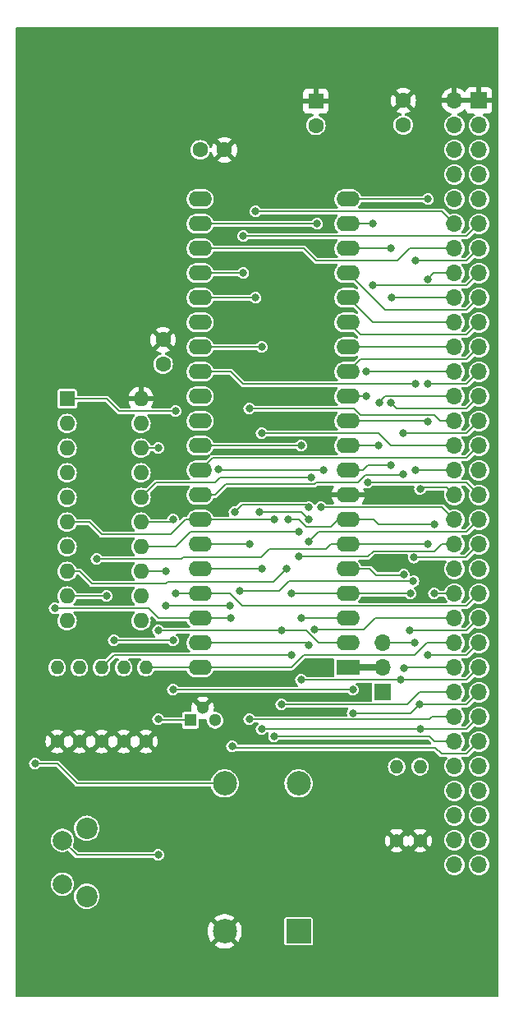
<source format=gtl>
G04 #@! TF.GenerationSoftware,KiCad,Pcbnew,8.0.4*
G04 #@! TF.CreationDate,2024-09-12T05:50:56-04:00*
G04 #@! TF.ProjectId,LB-65CXX-01,4c422d36-3543-4585-982d-30312e6b6963,3*
G04 #@! TF.SameCoordinates,Original*
G04 #@! TF.FileFunction,Copper,L1,Top*
G04 #@! TF.FilePolarity,Positive*
%FSLAX46Y46*%
G04 Gerber Fmt 4.6, Leading zero omitted, Abs format (unit mm)*
G04 Created by KiCad (PCBNEW 8.0.4) date 2024-09-12 05:50:56*
%MOMM*%
%LPD*%
G01*
G04 APERTURE LIST*
G04 #@! TA.AperFunction,ComponentPad*
%ADD10R,1.600000X1.600000*%
G04 #@! TD*
G04 #@! TA.AperFunction,ComponentPad*
%ADD11C,1.600000*%
G04 #@! TD*
G04 #@! TA.AperFunction,ComponentPad*
%ADD12C,2.000000*%
G04 #@! TD*
G04 #@! TA.AperFunction,ComponentPad*
%ADD13C,2.200000*%
G04 #@! TD*
G04 #@! TA.AperFunction,ComponentPad*
%ADD14R,1.700000X1.700000*%
G04 #@! TD*
G04 #@! TA.AperFunction,ComponentPad*
%ADD15O,1.700000X1.700000*%
G04 #@! TD*
G04 #@! TA.AperFunction,ComponentPad*
%ADD16R,2.400000X1.600000*%
G04 #@! TD*
G04 #@! TA.AperFunction,ComponentPad*
%ADD17O,2.400000X1.600000*%
G04 #@! TD*
G04 #@! TA.AperFunction,ComponentPad*
%ADD18C,1.400000*%
G04 #@! TD*
G04 #@! TA.AperFunction,ComponentPad*
%ADD19O,1.400000X1.400000*%
G04 #@! TD*
G04 #@! TA.AperFunction,ComponentPad*
%ADD20R,1.300000X1.300000*%
G04 #@! TD*
G04 #@! TA.AperFunction,ComponentPad*
%ADD21C,1.300000*%
G04 #@! TD*
G04 #@! TA.AperFunction,ComponentPad*
%ADD22O,1.600000X1.600000*%
G04 #@! TD*
G04 #@! TA.AperFunction,ComponentPad*
%ADD23R,2.500000X2.500000*%
G04 #@! TD*
G04 #@! TA.AperFunction,ComponentPad*
%ADD24C,2.500000*%
G04 #@! TD*
G04 #@! TA.AperFunction,ViaPad*
%ADD25C,0.800000*%
G04 #@! TD*
G04 #@! TA.AperFunction,Conductor*
%ADD26C,0.203200*%
G04 #@! TD*
G04 #@! TA.AperFunction,Conductor*
%ADD27C,0.635000*%
G04 #@! TD*
G04 APERTURE END LIST*
D10*
X163068000Y-54674888D03*
D11*
X163068000Y-57174888D03*
D12*
X136946000Y-135346000D03*
X136946000Y-130846000D03*
D13*
X139446000Y-136596000D03*
X139446000Y-129596000D03*
D14*
X179890000Y-54615000D03*
D15*
X177350000Y-54615000D03*
X179890000Y-57155000D03*
X177350000Y-57155000D03*
X179890000Y-59695000D03*
X177350000Y-59695000D03*
X179890000Y-62235000D03*
X177350000Y-62235000D03*
X179890000Y-64775000D03*
X177350000Y-64775000D03*
X179890000Y-67315000D03*
X177350000Y-67315000D03*
X179890000Y-69855000D03*
X177350000Y-69855000D03*
X179890000Y-72395000D03*
X177350000Y-72395000D03*
X179890000Y-74935000D03*
X177350000Y-74935000D03*
X179890000Y-77475000D03*
X177350000Y-77475000D03*
X179890000Y-80015000D03*
X177350000Y-80015000D03*
X179890000Y-82555000D03*
X177350000Y-82555000D03*
X179890000Y-85095000D03*
X177350000Y-85095000D03*
X179890000Y-87635000D03*
X177350000Y-87635000D03*
X179890000Y-90175000D03*
X177350000Y-90175000D03*
X179890000Y-92715000D03*
X177350000Y-92715000D03*
X179890000Y-95255000D03*
X177350000Y-95255000D03*
X179890000Y-97795000D03*
X177350000Y-97795000D03*
X179890000Y-100335000D03*
X177350000Y-100335000D03*
X179890000Y-102875000D03*
X177350000Y-102875000D03*
X179890000Y-105415000D03*
X177350000Y-105415000D03*
X179890000Y-107955000D03*
X177350000Y-107955000D03*
X179890000Y-110495000D03*
X177350000Y-110495000D03*
X179890000Y-113035000D03*
X177350000Y-113035000D03*
X179890000Y-115575000D03*
X177350000Y-115575000D03*
X179890000Y-118115000D03*
X177350000Y-118115000D03*
X179890000Y-120655000D03*
X177350000Y-120655000D03*
X179890000Y-123195000D03*
X177350000Y-123195000D03*
X179890000Y-125735000D03*
X177350000Y-125735000D03*
X179890000Y-128275000D03*
X177350000Y-128275000D03*
X179890000Y-130815000D03*
X177350000Y-130815000D03*
X179890000Y-133355000D03*
X177350000Y-133355000D03*
D16*
X166375000Y-113025000D03*
D17*
X166375000Y-110485000D03*
X166375000Y-107945000D03*
X166375000Y-105405000D03*
X166375000Y-102865000D03*
X166375000Y-100325000D03*
X166375000Y-97785000D03*
X166375000Y-95245000D03*
X166375000Y-92705000D03*
X166375000Y-90165000D03*
X166375000Y-87625000D03*
X166375000Y-85085000D03*
X166375000Y-82545000D03*
X166375000Y-80005000D03*
X166375000Y-77465000D03*
X166375000Y-74925000D03*
X166375000Y-72385000D03*
X166375000Y-69845000D03*
X166375000Y-67305000D03*
X166375000Y-64765000D03*
X151135000Y-64765000D03*
X151135000Y-67305000D03*
X151135000Y-69845000D03*
X151135000Y-72385000D03*
X151135000Y-74925000D03*
X151135000Y-77465000D03*
X151135000Y-80005000D03*
X151135000Y-82545000D03*
X151135000Y-85085000D03*
X151135000Y-87625000D03*
X151135000Y-90165000D03*
X151135000Y-92705000D03*
X151135000Y-95245000D03*
X151135000Y-97785000D03*
X151135000Y-100325000D03*
X151135000Y-102865000D03*
X151135000Y-105405000D03*
X151135000Y-107945000D03*
X151135000Y-110485000D03*
X151135000Y-113025000D03*
D18*
X171399200Y-130860800D03*
D19*
X171399200Y-123240800D03*
D18*
X145542000Y-120650000D03*
D19*
X145542000Y-113030000D03*
D18*
X140970000Y-120650000D03*
D19*
X140970000Y-113030000D03*
D18*
X136398000Y-120650000D03*
D19*
X136398000Y-113030000D03*
D20*
X150130000Y-118470000D03*
D21*
X151400000Y-117200000D03*
X152670000Y-118470000D03*
D18*
X143256000Y-120650000D03*
D19*
X143256000Y-113030000D03*
D14*
X169926000Y-115555000D03*
D15*
X169926000Y-113015000D03*
X169926000Y-110475000D03*
D18*
X173812200Y-130860800D03*
D19*
X173812200Y-123240800D03*
D10*
X137424000Y-85349000D03*
D22*
X137424000Y-87889000D03*
X137424000Y-90429000D03*
X137424000Y-92969000D03*
X137424000Y-95509000D03*
X137424000Y-98049000D03*
X137424000Y-100589000D03*
X137424000Y-103129000D03*
X137424000Y-105669000D03*
X137424000Y-108209000D03*
X145044000Y-108209000D03*
X145044000Y-105669000D03*
X145044000Y-103129000D03*
X145044000Y-100589000D03*
X145044000Y-98049000D03*
X145044000Y-95509000D03*
X145044000Y-92969000D03*
X145044000Y-90429000D03*
X145044000Y-87889000D03*
X145044000Y-85349000D03*
D11*
X151150000Y-59690000D03*
X153650000Y-59690000D03*
D23*
X161290000Y-140208000D03*
D24*
X161290000Y-124968000D03*
X153670000Y-124968000D03*
X153670000Y-140208000D03*
D11*
X172085000Y-57130000D03*
X172085000Y-54630000D03*
D18*
X138684000Y-120650000D03*
D19*
X138684000Y-113030000D03*
D11*
X147320000Y-81768000D03*
X147320000Y-79268000D03*
D25*
X146812000Y-132334000D03*
X162306000Y-110744000D03*
X162895448Y-109138552D03*
X166878000Y-117710000D03*
X166878000Y-115316000D03*
X148336000Y-115316000D03*
X148336000Y-110236000D03*
X142240000Y-110236000D03*
X141478000Y-105664000D03*
X173228000Y-110490000D03*
X173736000Y-116840000D03*
X174625000Y-64770000D03*
X174625000Y-73006500D03*
X173355000Y-71120000D03*
X163195000Y-67310000D03*
X155575000Y-72390000D03*
X155575000Y-68580000D03*
X156845000Y-74930000D03*
X156845000Y-66040000D03*
X154686000Y-97028000D03*
X173817095Y-94633500D03*
X162306000Y-96520000D03*
X153016500Y-92601500D03*
X168396316Y-93980000D03*
X163830000Y-92710000D03*
X173350000Y-92715000D03*
X173355000Y-83820000D03*
X157498500Y-80010000D03*
X157480000Y-88900000D03*
X170815000Y-85748500D03*
X170815000Y-92202000D03*
X169550000Y-90165000D03*
X169582000Y-85725000D03*
X161544000Y-90170000D03*
X174625000Y-83820000D03*
X174625000Y-87667011D03*
X156210000Y-86360000D03*
X168275000Y-82550000D03*
X168275000Y-85090000D03*
X172085000Y-93091000D03*
X172085000Y-88900000D03*
X170852000Y-74930000D03*
X170815000Y-69850000D03*
X168910000Y-73660000D03*
X168915000Y-67305000D03*
X148590000Y-86614000D03*
X134112000Y-122936000D03*
X148590000Y-105410000D03*
X173812200Y-119380000D03*
X157480000Y-119380000D03*
X157480000Y-102870000D03*
X146812000Y-118364000D03*
X175260000Y-105410000D03*
X160038500Y-102870000D03*
X175260000Y-98298000D03*
X160209903Y-97790000D03*
X172789300Y-109220000D03*
X160528000Y-111760000D03*
X160528000Y-105410000D03*
X172796200Y-105405000D03*
X174606500Y-111760000D03*
X174606500Y-100330000D03*
X140462000Y-101854000D03*
X171856400Y-114300000D03*
X161544000Y-107950000D03*
X161544000Y-114300000D03*
X146812000Y-109220000D03*
X146812000Y-90424000D03*
X159512000Y-116840000D03*
X159512000Y-109220000D03*
X156210000Y-100330000D03*
X156210000Y-118364000D03*
X158755000Y-97785000D03*
X158755000Y-120137000D03*
X172135800Y-103454200D03*
X172135800Y-113055400D03*
X148336000Y-97790000D03*
X162306000Y-100076000D03*
X157226000Y-97028000D03*
X162306000Y-97790000D03*
X162560000Y-93472000D03*
X163576000Y-96520000D03*
X154178000Y-106680000D03*
X147569000Y-106675000D03*
X147569000Y-103129000D03*
X173151800Y-101694700D03*
X173126400Y-104140000D03*
X155194000Y-105156000D03*
X161290000Y-101600000D03*
X161290000Y-99060000D03*
X154305000Y-107950000D03*
X136144000Y-106934000D03*
X154432000Y-121158000D03*
D26*
X138434000Y-132334000D02*
X146812000Y-132334000D01*
X136946000Y-130846000D02*
X138434000Y-132334000D01*
X169159000Y-107955000D02*
X177350000Y-107955000D01*
X167975448Y-109138552D02*
X169159000Y-107955000D01*
X162895448Y-109138552D02*
X167975448Y-109138552D01*
X162047000Y-110485000D02*
X162306000Y-110744000D01*
X151135000Y-110485000D02*
X162047000Y-110485000D01*
X163317000Y-110485000D02*
X162052000Y-109220000D01*
X166375000Y-110485000D02*
X163317000Y-110485000D01*
X146812000Y-109220000D02*
X162052000Y-109220000D01*
X172866000Y-117710000D02*
X173736000Y-116840000D01*
X166878000Y-117710000D02*
X172866000Y-117710000D01*
X148336000Y-115316000D02*
X166878000Y-115316000D01*
X142240000Y-110236000D02*
X148336000Y-110236000D01*
X141473000Y-105669000D02*
X141478000Y-105664000D01*
X137424000Y-105669000D02*
X141473000Y-105669000D01*
X173213000Y-110475000D02*
X173228000Y-110490000D01*
X169926000Y-110475000D02*
X173213000Y-110475000D01*
X173233000Y-111760000D02*
X174498000Y-110495000D01*
X160533000Y-113025000D02*
X161798000Y-111760000D01*
X161798000Y-111760000D02*
X173233000Y-111760000D01*
X151135000Y-113025000D02*
X160533000Y-113025000D01*
X174498000Y-110495000D02*
X177350000Y-110495000D01*
X178625000Y-116840000D02*
X173736000Y-116840000D01*
X179890000Y-115575000D02*
X178625000Y-116840000D01*
X173731000Y-115575000D02*
X172466000Y-116840000D01*
X177350000Y-115575000D02*
X173731000Y-115575000D01*
X159512000Y-116840000D02*
X172466000Y-116840000D01*
X177350000Y-72395000D02*
X175236500Y-72395000D01*
X166375000Y-64765000D02*
X174620000Y-64765000D01*
X175236500Y-72395000D02*
X174625000Y-73006500D01*
X174620000Y-64765000D02*
X174625000Y-64770000D01*
X173355000Y-71120000D02*
X178625000Y-71120000D01*
X163195000Y-67310000D02*
X163190000Y-67305000D01*
X179890000Y-69855000D02*
X178625000Y-71120000D01*
X163190000Y-67305000D02*
X151135000Y-67305000D01*
X171450000Y-71120000D02*
X163068000Y-71120000D01*
X172715000Y-69855000D02*
X171450000Y-71120000D01*
X151135000Y-69845000D02*
X161793000Y-69845000D01*
X177350000Y-69855000D02*
X172715000Y-69855000D01*
X161793000Y-69845000D02*
X163068000Y-71120000D01*
X155570000Y-72385000D02*
X155575000Y-72390000D01*
X178625000Y-68580000D02*
X155575000Y-68580000D01*
X179890000Y-67315000D02*
X178625000Y-68580000D01*
X151135000Y-72385000D02*
X155570000Y-72385000D01*
X156845000Y-74930000D02*
X156840000Y-74925000D01*
X156845000Y-66040000D02*
X176075000Y-66040000D01*
X156840000Y-74925000D02*
X151135000Y-74925000D01*
X176075000Y-66040000D02*
X177350000Y-67315000D01*
X173962595Y-94488000D02*
X176530000Y-94488000D01*
X162052000Y-96266000D02*
X155448000Y-96266000D01*
X177297000Y-95255000D02*
X176530000Y-94488000D01*
X155448000Y-96266000D02*
X154686000Y-97028000D01*
X162306000Y-96520000D02*
X162052000Y-96266000D01*
X173962595Y-94488000D02*
X173817095Y-94633500D01*
X168396316Y-93980000D02*
X178615000Y-93980000D01*
X153125000Y-92710000D02*
X153016500Y-92601500D01*
X178615000Y-93980000D02*
X179890000Y-95255000D01*
X153125000Y-92710000D02*
X163830000Y-92710000D01*
X151135000Y-82545000D02*
X154300000Y-82545000D01*
X154300000Y-82545000D02*
X155575000Y-83820000D01*
X173355000Y-83820000D02*
X155575000Y-83820000D01*
X177350000Y-92715000D02*
X173350000Y-92715000D01*
X157480000Y-88900000D02*
X169545000Y-88900000D01*
X151135000Y-80005000D02*
X157493500Y-80005000D01*
X177350000Y-90175000D02*
X170820000Y-90175000D01*
X157493500Y-80005000D02*
X157498500Y-80010000D01*
X170820000Y-90175000D02*
X169545000Y-88900000D01*
X178625000Y-86360000D02*
X171426500Y-86360000D01*
X166375000Y-92705000D02*
X167899000Y-92705000D01*
X171426500Y-86360000D02*
X170815000Y-85748500D01*
X167899000Y-92705000D02*
X168402000Y-92202000D01*
X179890000Y-85095000D02*
X178625000Y-86360000D01*
X168402000Y-92202000D02*
X170815000Y-92202000D01*
X169582000Y-85698000D02*
X170185000Y-85095000D01*
X170185000Y-85095000D02*
X177350000Y-85095000D01*
X166375000Y-90165000D02*
X169550000Y-90165000D01*
X169582000Y-85725000D02*
X169582000Y-85698000D01*
X151135000Y-90165000D02*
X161539000Y-90165000D01*
X161539000Y-90165000D02*
X161544000Y-90170000D01*
X166375000Y-87625000D02*
X174582989Y-87625000D01*
X178625000Y-83820000D02*
X179890000Y-82555000D01*
X174625000Y-83820000D02*
X178625000Y-83820000D01*
X174625000Y-87667011D02*
X174582989Y-87625000D01*
X175268511Y-87013511D02*
X175890000Y-87635000D01*
X167658511Y-87013511D02*
X175268511Y-87013511D01*
X167005000Y-86360000D02*
X167658511Y-87013511D01*
X175890000Y-87635000D02*
X177350000Y-87635000D01*
X156210000Y-86360000D02*
X167005000Y-86360000D01*
X168280000Y-82555000D02*
X177350000Y-82555000D01*
X166375000Y-85085000D02*
X168270000Y-85085000D01*
X168275000Y-82550000D02*
X168280000Y-82555000D01*
X168270000Y-85085000D02*
X168275000Y-85090000D01*
X167386000Y-93980000D02*
X168148000Y-93218000D01*
X171958000Y-93218000D02*
X172085000Y-93091000D01*
X172085000Y-88900000D02*
X178625000Y-88900000D01*
X168148000Y-93218000D02*
X171958000Y-93218000D01*
X179890000Y-87635000D02*
X178625000Y-88900000D01*
X152659000Y-95245000D02*
X153778489Y-94125511D01*
X162959511Y-94125511D02*
X163105022Y-93980000D01*
X163105022Y-93980000D02*
X167386000Y-93980000D01*
X151135000Y-95245000D02*
X152659000Y-95245000D01*
X153778489Y-94125511D02*
X162959511Y-94125511D01*
X179890000Y-80015000D02*
X178625000Y-81280000D01*
X167640000Y-81280000D02*
X166375000Y-82545000D01*
X178625000Y-81280000D02*
X167640000Y-81280000D01*
X178625000Y-91440000D02*
X152400000Y-91440000D01*
X179890000Y-90175000D02*
X178625000Y-91440000D01*
X152400000Y-91440000D02*
X151135000Y-92705000D01*
X166375000Y-80005000D02*
X177340000Y-80005000D01*
X167650000Y-78740000D02*
X178625000Y-78740000D01*
X166375000Y-77465000D02*
X167650000Y-78740000D01*
X178625000Y-78740000D02*
X179890000Y-77475000D01*
X168925000Y-77475000D02*
X177350000Y-77475000D01*
X166375000Y-74925000D02*
X168925000Y-77475000D01*
X178625000Y-76200000D02*
X170190000Y-76200000D01*
X179890000Y-74935000D02*
X178625000Y-76200000D01*
X170190000Y-76200000D02*
X166375000Y-72385000D01*
X166375000Y-69845000D02*
X170810000Y-69845000D01*
X170857000Y-74935000D02*
X177350000Y-74935000D01*
X170852000Y-74930000D02*
X170857000Y-74935000D01*
X170810000Y-69845000D02*
X170815000Y-69850000D01*
X179890000Y-72395000D02*
X178625000Y-73660000D01*
X166375000Y-67305000D02*
X168915000Y-67305000D01*
X178625000Y-73660000D02*
X168910000Y-73660000D01*
X155458000Y-106680000D02*
X154183000Y-105405000D01*
X151135000Y-105405000D02*
X148595000Y-105405000D01*
X151135000Y-105405000D02*
X154183000Y-105405000D01*
X142748000Y-86614000D02*
X141478000Y-85344000D01*
X138430000Y-124968000D02*
X136398000Y-122936000D01*
X153670000Y-124968000D02*
X138430000Y-124968000D01*
X136398000Y-122936000D02*
X134112000Y-122936000D01*
X178625000Y-106680000D02*
X155458000Y-106680000D01*
X148595000Y-105405000D02*
X148590000Y-105410000D01*
X137424000Y-85349000D02*
X141473000Y-85349000D01*
X142748000Y-86614000D02*
X148590000Y-86614000D01*
X179890000Y-105415000D02*
X178625000Y-106680000D01*
X141473000Y-85349000D02*
X141478000Y-85344000D01*
X179890000Y-118115000D02*
X178625000Y-119380000D01*
X173812200Y-119380000D02*
X178625000Y-119380000D01*
X151135000Y-102865000D02*
X157475000Y-102865000D01*
X157480000Y-119380000D02*
X173812200Y-119380000D01*
X157475000Y-102865000D02*
X157480000Y-102870000D01*
X150130000Y-118470000D02*
X146918000Y-118470000D01*
X145542000Y-113030000D02*
X151130000Y-113030000D01*
X146918000Y-118470000D02*
X146812000Y-118364000D01*
X169519600Y-98298000D02*
X169006600Y-97785000D01*
X138689000Y-103129000D02*
X137424000Y-103129000D01*
X139954000Y-104394000D02*
X138689000Y-103129000D01*
X158725989Y-104182511D02*
X147785489Y-104182511D01*
X162052000Y-98552000D02*
X161285000Y-97785000D01*
X147785489Y-104182511D02*
X147574000Y-104394000D01*
X165359000Y-97785000D02*
X164592000Y-98552000D01*
X175260000Y-98298000D02*
X169519600Y-98298000D01*
X164592000Y-98552000D02*
X162052000Y-98552000D01*
X175260000Y-105410000D02*
X175265000Y-105415000D01*
X175265000Y-105415000D02*
X177350000Y-105415000D01*
X147574000Y-104394000D02*
X139954000Y-104394000D01*
X160214903Y-97785000D02*
X160209903Y-97790000D01*
X160038500Y-102870000D02*
X158725989Y-104182511D01*
X161285000Y-97785000D02*
X160214903Y-97785000D01*
X169006600Y-97785000D02*
X166375000Y-97785000D01*
X160528000Y-105410000D02*
X163322000Y-105410000D01*
X161803000Y-105405000D02*
X161798000Y-105410000D01*
X163327000Y-105405000D02*
X161803000Y-105405000D01*
X166375000Y-105405000D02*
X172796200Y-105405000D01*
X140970000Y-113030000D02*
X142240000Y-111760000D01*
X172789300Y-109220000D02*
X178625000Y-109220000D01*
X160274000Y-111760000D02*
X160528000Y-111760000D01*
X166375000Y-105405000D02*
X163327000Y-105405000D01*
X178625000Y-109220000D02*
X179890000Y-107955000D01*
X163322000Y-105410000D02*
X163327000Y-105405000D01*
X142240000Y-111760000D02*
X160274000Y-111760000D01*
X158242000Y-100838000D02*
X157437489Y-101642511D01*
X164597000Y-100325000D02*
X164084000Y-100838000D01*
X164084000Y-100838000D02*
X158242000Y-100838000D01*
X174601500Y-100325000D02*
X174606500Y-100330000D01*
X149394511Y-101642511D02*
X149183022Y-101854000D01*
X157437489Y-101642511D02*
X149394511Y-101642511D01*
X149183022Y-101854000D02*
X140462000Y-101854000D01*
X178625000Y-111760000D02*
X179890000Y-110495000D01*
X174606500Y-111760000D02*
X178625000Y-111760000D01*
X166375000Y-100325000D02*
X164597000Y-100325000D01*
X166375000Y-100325000D02*
X174601500Y-100325000D01*
X179890000Y-113035000D02*
X178625000Y-114300000D01*
X161544000Y-114300000D02*
X171856400Y-114300000D01*
X161549000Y-107945000D02*
X166375000Y-107945000D01*
X161544000Y-107950000D02*
X161549000Y-107945000D01*
X171856400Y-114300000D02*
X178625000Y-114300000D01*
X146807000Y-90429000D02*
X146812000Y-90424000D01*
X145044000Y-90429000D02*
X146807000Y-90429000D01*
X156210000Y-118364000D02*
X174752000Y-118364000D01*
X151135000Y-100325000D02*
X156205000Y-100325000D01*
X174752000Y-118364000D02*
X175006000Y-118110000D01*
X156205000Y-100325000D02*
X156210000Y-100330000D01*
X175006000Y-118110000D02*
X175011000Y-118115000D01*
X175011000Y-118115000D02*
X177350000Y-118115000D01*
X158755000Y-120137000D02*
X174747000Y-120137000D01*
X137424000Y-98049000D02*
X139705000Y-98049000D01*
X148072000Y-99314000D02*
X149601000Y-97785000D01*
X177350000Y-120655000D02*
X175265000Y-120655000D01*
X139705000Y-98049000D02*
X140970000Y-99314000D01*
X174747000Y-120137000D02*
X175265000Y-120655000D01*
X140970000Y-99314000D02*
X148072000Y-99314000D01*
X151135000Y-97785000D02*
X158755000Y-97785000D01*
X149601000Y-97785000D02*
X151135000Y-97785000D01*
X169247100Y-103486500D02*
X172103500Y-103486500D01*
X168625600Y-102865000D02*
X169247100Y-103486500D01*
X172156200Y-113035000D02*
X177350000Y-113035000D01*
X172156200Y-113035000D02*
X172135800Y-113055400D01*
X172103500Y-103486500D02*
X172135800Y-103454200D01*
X166375000Y-102865000D02*
X168625600Y-102865000D01*
X163322000Y-99060000D02*
X178625000Y-99060000D01*
X178625000Y-99060000D02*
X179890000Y-97795000D01*
X145044000Y-98049000D02*
X148077000Y-98049000D01*
X163322000Y-99060000D02*
X162306000Y-100076000D01*
X161544000Y-97028000D02*
X162306000Y-97790000D01*
X157226000Y-97028000D02*
X161544000Y-97028000D01*
X148077000Y-98049000D02*
X148336000Y-97790000D01*
X146573000Y-93980000D02*
X152654000Y-93980000D01*
X176075000Y-96520000D02*
X177350000Y-97795000D01*
X152654000Y-93980000D02*
X153162000Y-93472000D01*
X145044000Y-95509000D02*
X146573000Y-93980000D01*
X153162000Y-93472000D02*
X162560000Y-93472000D01*
X163576000Y-96520000D02*
X176075000Y-96520000D01*
X159258000Y-105156000D02*
X155194000Y-105156000D01*
X173126400Y-104140000D02*
X160274000Y-104140000D01*
X173151800Y-101694700D02*
X178530300Y-101694700D01*
X160274000Y-104140000D02*
X159258000Y-105156000D01*
X178530300Y-101694700D02*
X179890000Y-100335000D01*
X145044000Y-103129000D02*
X147569000Y-103129000D01*
X147569000Y-106675000D02*
X154173000Y-106675000D01*
X154173000Y-106675000D02*
X154178000Y-106680000D01*
X145044000Y-100589000D02*
X148585000Y-100589000D01*
X168986200Y-101041200D02*
X168427400Y-101600000D01*
X161290000Y-99060000D02*
X150114000Y-99060000D01*
X177350000Y-100335000D02*
X176017000Y-100335000D01*
X175310800Y-101041200D02*
X168986200Y-101041200D01*
X148585000Y-100589000D02*
X150114000Y-99060000D01*
X168427400Y-101600000D02*
X161290000Y-101600000D01*
X176017000Y-100335000D02*
X175310800Y-101041200D01*
X178625000Y-121920000D02*
X179890000Y-120655000D01*
X154577511Y-121303511D02*
X175405511Y-121303511D01*
X146807000Y-107945000D02*
X145796000Y-106934000D01*
X154432000Y-121158000D02*
X154577511Y-121303511D01*
X151135000Y-107945000D02*
X146807000Y-107945000D01*
X154300000Y-107945000D02*
X151135000Y-107945000D01*
X154305000Y-107950000D02*
X154300000Y-107945000D01*
X175405511Y-121303511D02*
X176022000Y-121920000D01*
X145796000Y-106934000D02*
X136144000Y-106934000D01*
X176022000Y-121920000D02*
X178625000Y-121920000D01*
D27*
X166375000Y-113025000D02*
X169916000Y-113025000D01*
G04 #@! TA.AperFunction,Conductor*
G36*
X179424075Y-54422007D02*
G01*
X179390000Y-54549174D01*
X179390000Y-54680826D01*
X179424075Y-54807993D01*
X179459297Y-54869000D01*
X177780703Y-54869000D01*
X177815925Y-54807993D01*
X177850000Y-54680826D01*
X177850000Y-54549174D01*
X177815925Y-54422007D01*
X177780703Y-54361000D01*
X179459297Y-54361000D01*
X179424075Y-54422007D01*
G37*
G04 #@! TD.AperFunction*
G04 #@! TA.AperFunction,Conductor*
G36*
X181866621Y-47095502D02*
G01*
X181913114Y-47149158D01*
X181924500Y-47201500D01*
X181924500Y-146798500D01*
X181904498Y-146866621D01*
X181850842Y-146913114D01*
X181798500Y-146924500D01*
X132206000Y-146924500D01*
X132137879Y-146904498D01*
X132091386Y-146850842D01*
X132080000Y-146798500D01*
X132080000Y-140208000D01*
X151907070Y-140208000D01*
X151926760Y-140470754D01*
X151985392Y-140727634D01*
X151985393Y-140727636D01*
X152081651Y-140972900D01*
X152081653Y-140972904D01*
X152213397Y-141201092D01*
X152213400Y-141201097D01*
X152259670Y-141259117D01*
X152259672Y-141259117D01*
X153185841Y-140332947D01*
X153204075Y-140400993D01*
X153269901Y-140515007D01*
X153362993Y-140608099D01*
X153477007Y-140673925D01*
X153545051Y-140692157D01*
X152618437Y-141618770D01*
X152788532Y-141734739D01*
X152788532Y-141734740D01*
X153025923Y-141849062D01*
X153277704Y-141926728D01*
X153277712Y-141926729D01*
X153538260Y-141966000D01*
X153801740Y-141966000D01*
X154062287Y-141926729D01*
X154062295Y-141926728D01*
X154314076Y-141849062D01*
X154551467Y-141734740D01*
X154721561Y-141618770D01*
X153794948Y-140692157D01*
X153862993Y-140673925D01*
X153977007Y-140608099D01*
X154070099Y-140515007D01*
X154135925Y-140400993D01*
X154154157Y-140332948D01*
X155080327Y-141259118D01*
X155126603Y-141201090D01*
X155258346Y-140972904D01*
X155258348Y-140972900D01*
X155354606Y-140727636D01*
X155354607Y-140727634D01*
X155413239Y-140470754D01*
X155432929Y-140208000D01*
X155413239Y-139945245D01*
X155354607Y-139688365D01*
X155354606Y-139688363D01*
X155258348Y-139443099D01*
X155258346Y-139443095D01*
X155126605Y-139214913D01*
X155126600Y-139214905D01*
X155080328Y-139156881D01*
X155080326Y-139156881D01*
X154154157Y-140083050D01*
X154135925Y-140015007D01*
X154070099Y-139900993D01*
X153977007Y-139807901D01*
X153862993Y-139742075D01*
X153794948Y-139723842D01*
X154580854Y-138937935D01*
X159836300Y-138937935D01*
X159836300Y-141478064D01*
X159848118Y-141537479D01*
X159848119Y-141537480D01*
X159893140Y-141604860D01*
X159960520Y-141649881D01*
X160019936Y-141661700D01*
X160019941Y-141661700D01*
X162560059Y-141661700D01*
X162560064Y-141661700D01*
X162619480Y-141649881D01*
X162686860Y-141604860D01*
X162731881Y-141537480D01*
X162743700Y-141478064D01*
X162743700Y-138937936D01*
X162731881Y-138878520D01*
X162686860Y-138811140D01*
X162619480Y-138766119D01*
X162619479Y-138766118D01*
X162560064Y-138754300D01*
X160019936Y-138754300D01*
X160019935Y-138754300D01*
X159960520Y-138766118D01*
X159893140Y-138811140D01*
X159848118Y-138878520D01*
X159836300Y-138937935D01*
X154580854Y-138937935D01*
X154721560Y-138797229D01*
X154721560Y-138797228D01*
X154551467Y-138681259D01*
X154314076Y-138566937D01*
X154062295Y-138489271D01*
X154062287Y-138489270D01*
X153801740Y-138450000D01*
X153538260Y-138450000D01*
X153277712Y-138489270D01*
X153277704Y-138489271D01*
X153025923Y-138566937D01*
X152788532Y-138681259D01*
X152788525Y-138681263D01*
X152618438Y-138797227D01*
X152618438Y-138797229D01*
X153545051Y-139723842D01*
X153477007Y-139742075D01*
X153362993Y-139807901D01*
X153269901Y-139900993D01*
X153204075Y-140015007D01*
X153185842Y-140083051D01*
X152259671Y-139156880D01*
X152259670Y-139156881D01*
X152213400Y-139214904D01*
X152213397Y-139214907D01*
X152081653Y-139443095D01*
X152081651Y-139443099D01*
X151985393Y-139688363D01*
X151985392Y-139688365D01*
X151926760Y-139945245D01*
X151907070Y-140208000D01*
X132080000Y-140208000D01*
X132080000Y-136596000D01*
X138137320Y-136596000D01*
X138157202Y-136823253D01*
X138216242Y-137043592D01*
X138216243Y-137043595D01*
X138312650Y-137250340D01*
X138443493Y-137437203D01*
X138604797Y-137598507D01*
X138791660Y-137729350D01*
X138998405Y-137825757D01*
X139218750Y-137884798D01*
X139446000Y-137904680D01*
X139673250Y-137884798D01*
X139893595Y-137825757D01*
X140100340Y-137729350D01*
X140287203Y-137598507D01*
X140448507Y-137437203D01*
X140579350Y-137250340D01*
X140675757Y-137043595D01*
X140734798Y-136823250D01*
X140754680Y-136596000D01*
X140734798Y-136368750D01*
X140675757Y-136148405D01*
X140579350Y-135941660D01*
X140448507Y-135754797D01*
X140287203Y-135593493D01*
X140100340Y-135462650D01*
X139893595Y-135366243D01*
X139893593Y-135366242D01*
X139893592Y-135366242D01*
X139673253Y-135307202D01*
X139446000Y-135287320D01*
X139218746Y-135307202D01*
X138998407Y-135366242D01*
X138998402Y-135366244D01*
X138791659Y-135462650D01*
X138604800Y-135593490D01*
X138604794Y-135593495D01*
X138443495Y-135754794D01*
X138443490Y-135754800D01*
X138312650Y-135941659D01*
X138216244Y-136148402D01*
X138216242Y-136148407D01*
X138157202Y-136368746D01*
X138137320Y-136596000D01*
X132080000Y-136596000D01*
X132080000Y-135346000D01*
X135737143Y-135346000D01*
X135757726Y-135568128D01*
X135818773Y-135782689D01*
X135818776Y-135782695D01*
X135918205Y-135982376D01*
X135918209Y-135982381D01*
X136052642Y-136160401D01*
X136217501Y-136310689D01*
X136217502Y-136310690D01*
X136407156Y-136428119D01*
X136407163Y-136428122D01*
X136407166Y-136428124D01*
X136615181Y-136508710D01*
X136834461Y-136549700D01*
X136834463Y-136549700D01*
X137057537Y-136549700D01*
X137057539Y-136549700D01*
X137276819Y-136508710D01*
X137484834Y-136428124D01*
X137484839Y-136428120D01*
X137484843Y-136428119D01*
X137674497Y-136310690D01*
X137674496Y-136310690D01*
X137674499Y-136310689D01*
X137839356Y-136160402D01*
X137973791Y-135982381D01*
X137973792Y-135982377D01*
X137973794Y-135982376D01*
X138023508Y-135882535D01*
X138073226Y-135782690D01*
X138134274Y-135568127D01*
X138154857Y-135346000D01*
X138134274Y-135123873D01*
X138073226Y-134909310D01*
X138072021Y-134906890D01*
X137973794Y-134709623D01*
X137973790Y-134709618D01*
X137839357Y-134531598D01*
X137674498Y-134381310D01*
X137674497Y-134381309D01*
X137484843Y-134263880D01*
X137484828Y-134263873D01*
X137276826Y-134183292D01*
X137276823Y-134183291D01*
X137276820Y-134183290D01*
X137276819Y-134183290D01*
X137057539Y-134142300D01*
X136834461Y-134142300D01*
X136615181Y-134183290D01*
X136615176Y-134183291D01*
X136615173Y-134183292D01*
X136407171Y-134263873D01*
X136407156Y-134263880D01*
X136217502Y-134381309D01*
X136217501Y-134381310D01*
X136052642Y-134531598D01*
X135918209Y-134709618D01*
X135918205Y-134709623D01*
X135818776Y-134909304D01*
X135818773Y-134909310D01*
X135757726Y-135123871D01*
X135737143Y-135346000D01*
X132080000Y-135346000D01*
X132080000Y-133354997D01*
X176291202Y-133354997D01*
X176291202Y-133355002D01*
X176311545Y-133561554D01*
X176311546Y-133561560D01*
X176311547Y-133561561D01*
X176371798Y-133760184D01*
X176469642Y-133943237D01*
X176601317Y-134103683D01*
X176761763Y-134235358D01*
X176944816Y-134333202D01*
X177143439Y-134393453D01*
X177143443Y-134393453D01*
X177143445Y-134393454D01*
X177349997Y-134413798D01*
X177350000Y-134413798D01*
X177350003Y-134413798D01*
X177556554Y-134393454D01*
X177556555Y-134393453D01*
X177556561Y-134393453D01*
X177755184Y-134333202D01*
X177938237Y-134235358D01*
X178098683Y-134103683D01*
X178230358Y-133943237D01*
X178328202Y-133760184D01*
X178388453Y-133561561D01*
X178408798Y-133355000D01*
X178408798Y-133354997D01*
X178831202Y-133354997D01*
X178831202Y-133355002D01*
X178851545Y-133561554D01*
X178851546Y-133561560D01*
X178851547Y-133561561D01*
X178911798Y-133760184D01*
X179009642Y-133943237D01*
X179141317Y-134103683D01*
X179301763Y-134235358D01*
X179484816Y-134333202D01*
X179683439Y-134393453D01*
X179683443Y-134393453D01*
X179683445Y-134393454D01*
X179889997Y-134413798D01*
X179890000Y-134413798D01*
X179890003Y-134413798D01*
X180096554Y-134393454D01*
X180096555Y-134393453D01*
X180096561Y-134393453D01*
X180295184Y-134333202D01*
X180478237Y-134235358D01*
X180638683Y-134103683D01*
X180770358Y-133943237D01*
X180868202Y-133760184D01*
X180928453Y-133561561D01*
X180948798Y-133355000D01*
X180928453Y-133148439D01*
X180868202Y-132949816D01*
X180770358Y-132766763D01*
X180638683Y-132606317D01*
X180478237Y-132474642D01*
X180295184Y-132376798D01*
X180096561Y-132316547D01*
X180096560Y-132316546D01*
X180096554Y-132316545D01*
X179890003Y-132296202D01*
X179889997Y-132296202D01*
X179683445Y-132316545D01*
X179484815Y-132376798D01*
X179301762Y-132474642D01*
X179141317Y-132606317D01*
X179009642Y-132766762D01*
X178911798Y-132949815D01*
X178851545Y-133148445D01*
X178831202Y-133354997D01*
X178408798Y-133354997D01*
X178388453Y-133148439D01*
X178328202Y-132949816D01*
X178230358Y-132766763D01*
X178098683Y-132606317D01*
X177938237Y-132474642D01*
X177755184Y-132376798D01*
X177556561Y-132316547D01*
X177556560Y-132316546D01*
X177556554Y-132316545D01*
X177350003Y-132296202D01*
X177349997Y-132296202D01*
X177143445Y-132316545D01*
X176944815Y-132376798D01*
X176761762Y-132474642D01*
X176601317Y-132606317D01*
X176469642Y-132766762D01*
X176371798Y-132949815D01*
X176311545Y-133148445D01*
X176291202Y-133354997D01*
X132080000Y-133354997D01*
X132080000Y-130846000D01*
X135737143Y-130846000D01*
X135757726Y-131068128D01*
X135818773Y-131282689D01*
X135818776Y-131282695D01*
X135918205Y-131482376D01*
X135918209Y-131482381D01*
X136052642Y-131660401D01*
X136217501Y-131810689D01*
X136217502Y-131810690D01*
X136407156Y-131928119D01*
X136407163Y-131928122D01*
X136407166Y-131928124D01*
X136407170Y-131928125D01*
X136407171Y-131928126D01*
X136473752Y-131953920D01*
X136615181Y-132008710D01*
X136834461Y-132049700D01*
X136834463Y-132049700D01*
X137057537Y-132049700D01*
X137057539Y-132049700D01*
X137276819Y-132008710D01*
X137484834Y-131928124D01*
X137484835Y-131928123D01*
X137488664Y-131926640D01*
X137559410Y-131920683D01*
X137622146Y-131953920D01*
X137623269Y-131955028D01*
X138246541Y-132578301D01*
X138316159Y-132618494D01*
X138393807Y-132639300D01*
X146223181Y-132639300D01*
X146291302Y-132659302D01*
X146323143Y-132688596D01*
X146381435Y-132764564D01*
X146507545Y-132861332D01*
X146600153Y-132899690D01*
X146654403Y-132922161D01*
X146812000Y-132942909D01*
X146969597Y-132922161D01*
X147062205Y-132883801D01*
X147116454Y-132861332D01*
X147242564Y-132764564D01*
X147339332Y-132638454D01*
X147364248Y-132578300D01*
X147400161Y-132491597D01*
X147420909Y-132334000D01*
X147400161Y-132176403D01*
X147373631Y-132112355D01*
X147339333Y-132029549D01*
X147323343Y-132008710D01*
X147242564Y-131903436D01*
X147242562Y-131903434D01*
X147242561Y-131903433D01*
X147206935Y-131876096D01*
X170743112Y-131876096D01*
X170743112Y-131876098D01*
X170792890Y-131910953D01*
X170984458Y-132000282D01*
X170984464Y-132000284D01*
X171188632Y-132054991D01*
X171399200Y-132073413D01*
X171609767Y-132054991D01*
X171813935Y-132000284D01*
X171813945Y-132000280D01*
X172005502Y-131910957D01*
X172005505Y-131910955D01*
X172055286Y-131876098D01*
X172055286Y-131876097D01*
X172055285Y-131876096D01*
X173156112Y-131876096D01*
X173156112Y-131876098D01*
X173205890Y-131910953D01*
X173397458Y-132000282D01*
X173397464Y-132000284D01*
X173601632Y-132054991D01*
X173812200Y-132073413D01*
X174022767Y-132054991D01*
X174226935Y-132000284D01*
X174226945Y-132000280D01*
X174418502Y-131910957D01*
X174418505Y-131910955D01*
X174468286Y-131876098D01*
X174468286Y-131876097D01*
X173812200Y-131220010D01*
X173812199Y-131220010D01*
X173156112Y-131876096D01*
X172055285Y-131876096D01*
X171399200Y-131220010D01*
X171399199Y-131220010D01*
X170743112Y-131876096D01*
X147206935Y-131876096D01*
X147116454Y-131806667D01*
X146969597Y-131745839D01*
X146812000Y-131725091D01*
X146654402Y-131745839D01*
X146507549Y-131806666D01*
X146381433Y-131903438D01*
X146323143Y-131979404D01*
X146265805Y-132021271D01*
X146223181Y-132028700D01*
X138612651Y-132028700D01*
X138544530Y-132008698D01*
X138523556Y-131991796D01*
X138324961Y-131793201D01*
X138051307Y-131519548D01*
X138017283Y-131457236D01*
X138022347Y-131386421D01*
X138027609Y-131374298D01*
X138073226Y-131282690D01*
X138134274Y-131068127D01*
X138154857Y-130846000D01*
X138134274Y-130623873D01*
X138073226Y-130409310D01*
X138041146Y-130344885D01*
X137973794Y-130209623D01*
X137973790Y-130209618D01*
X137970084Y-130204711D01*
X137865575Y-130066317D01*
X137839357Y-130031598D01*
X137674498Y-129881310D01*
X137674497Y-129881309D01*
X137484843Y-129763880D01*
X137484828Y-129763873D01*
X137276826Y-129683292D01*
X137276823Y-129683291D01*
X137276820Y-129683290D01*
X137276819Y-129683290D01*
X137057539Y-129642300D01*
X136834461Y-129642300D01*
X136615181Y-129683290D01*
X136615176Y-129683291D01*
X136615173Y-129683292D01*
X136407171Y-129763873D01*
X136407156Y-129763880D01*
X136217502Y-129881309D01*
X136217501Y-129881310D01*
X136052642Y-130031598D01*
X135918209Y-130209618D01*
X135918205Y-130209623D01*
X135818776Y-130409304D01*
X135818773Y-130409310D01*
X135757726Y-130623871D01*
X135737143Y-130846000D01*
X132080000Y-130846000D01*
X132080000Y-129596000D01*
X138137320Y-129596000D01*
X138157202Y-129823253D01*
X138172759Y-129881311D01*
X138216243Y-130043595D01*
X138291373Y-130204711D01*
X138312650Y-130250340D01*
X138429788Y-130417631D01*
X138443493Y-130437203D01*
X138604797Y-130598507D01*
X138791660Y-130729350D01*
X138998405Y-130825757D01*
X139218750Y-130884798D01*
X139446000Y-130904680D01*
X139673250Y-130884798D01*
X139762812Y-130860800D01*
X170186586Y-130860800D01*
X170205008Y-131071367D01*
X170259715Y-131275535D01*
X170259717Y-131275541D01*
X170349047Y-131467112D01*
X170349048Y-131467113D01*
X170383900Y-131516886D01*
X171039989Y-130860799D01*
X170993912Y-130814722D01*
X171049200Y-130814722D01*
X171049200Y-130906878D01*
X171073052Y-130995895D01*
X171119130Y-131075705D01*
X171184295Y-131140870D01*
X171264105Y-131186948D01*
X171353122Y-131210800D01*
X171445278Y-131210800D01*
X171534295Y-131186948D01*
X171614105Y-131140870D01*
X171679270Y-131075705D01*
X171725348Y-130995895D01*
X171749200Y-130906878D01*
X171749200Y-130860799D01*
X171758410Y-130860799D01*
X172414497Y-131516886D01*
X172414498Y-131516886D01*
X172449355Y-131467105D01*
X172449357Y-131467102D01*
X172491505Y-131376715D01*
X172538421Y-131323430D01*
X172606699Y-131303968D01*
X172674659Y-131324509D01*
X172719895Y-131376715D01*
X172762045Y-131467108D01*
X172762048Y-131467113D01*
X172796900Y-131516886D01*
X173452989Y-130860799D01*
X173406912Y-130814722D01*
X173462200Y-130814722D01*
X173462200Y-130906878D01*
X173486052Y-130995895D01*
X173532130Y-131075705D01*
X173597295Y-131140870D01*
X173677105Y-131186948D01*
X173766122Y-131210800D01*
X173858278Y-131210800D01*
X173947295Y-131186948D01*
X174027105Y-131140870D01*
X174092270Y-131075705D01*
X174138348Y-130995895D01*
X174162200Y-130906878D01*
X174162200Y-130860799D01*
X174171410Y-130860799D01*
X174827497Y-131516886D01*
X174827498Y-131516886D01*
X174862355Y-131467105D01*
X174862357Y-131467102D01*
X174951680Y-131275545D01*
X174951684Y-131275535D01*
X175006391Y-131071367D01*
X175024813Y-130860800D01*
X175020806Y-130814997D01*
X176291202Y-130814997D01*
X176291202Y-130815002D01*
X176311545Y-131021554D01*
X176311546Y-131021560D01*
X176311547Y-131021561D01*
X176371798Y-131220184D01*
X176469642Y-131403237D01*
X176601317Y-131563683D01*
X176761763Y-131695358D01*
X176944816Y-131793202D01*
X177143439Y-131853453D01*
X177143443Y-131853453D01*
X177143445Y-131853454D01*
X177349997Y-131873798D01*
X177350000Y-131873798D01*
X177350003Y-131873798D01*
X177556554Y-131853454D01*
X177556555Y-131853453D01*
X177556561Y-131853453D01*
X177755184Y-131793202D01*
X177938237Y-131695358D01*
X178098683Y-131563683D01*
X178230358Y-131403237D01*
X178328202Y-131220184D01*
X178388453Y-131021561D01*
X178401924Y-130884798D01*
X178408798Y-130815002D01*
X178408798Y-130814997D01*
X178831202Y-130814997D01*
X178831202Y-130815002D01*
X178851545Y-131021554D01*
X178851546Y-131021560D01*
X178851547Y-131021561D01*
X178911798Y-131220184D01*
X179009642Y-131403237D01*
X179141317Y-131563683D01*
X179301763Y-131695358D01*
X179484816Y-131793202D01*
X179683439Y-131853453D01*
X179683443Y-131853453D01*
X179683445Y-131853454D01*
X179889997Y-131873798D01*
X179890000Y-131873798D01*
X179890003Y-131873798D01*
X180096554Y-131853454D01*
X180096555Y-131853453D01*
X180096561Y-131853453D01*
X180295184Y-131793202D01*
X180478237Y-131695358D01*
X180638683Y-131563683D01*
X180770358Y-131403237D01*
X180868202Y-131220184D01*
X180928453Y-131021561D01*
X180941924Y-130884798D01*
X180948798Y-130815002D01*
X180948798Y-130814997D01*
X180928454Y-130608445D01*
X180928453Y-130608443D01*
X180928453Y-130608439D01*
X180868202Y-130409816D01*
X180770358Y-130226763D01*
X180638683Y-130066317D01*
X180478237Y-129934642D01*
X180295184Y-129836798D01*
X180096561Y-129776547D01*
X180096560Y-129776546D01*
X180096554Y-129776545D01*
X179890003Y-129756202D01*
X179889997Y-129756202D01*
X179683445Y-129776545D01*
X179484815Y-129836798D01*
X179301762Y-129934642D01*
X179141317Y-130066317D01*
X179009642Y-130226762D01*
X178911798Y-130409815D01*
X178851545Y-130608445D01*
X178831202Y-130814997D01*
X178408798Y-130814997D01*
X178388454Y-130608445D01*
X178388453Y-130608443D01*
X178388453Y-130608439D01*
X178328202Y-130409816D01*
X178230358Y-130226763D01*
X178098683Y-130066317D01*
X177938237Y-129934642D01*
X177755184Y-129836798D01*
X177556561Y-129776547D01*
X177556560Y-129776546D01*
X177556554Y-129776545D01*
X177350003Y-129756202D01*
X177349997Y-129756202D01*
X177143445Y-129776545D01*
X176944815Y-129836798D01*
X176761762Y-129934642D01*
X176601317Y-130066317D01*
X176469642Y-130226762D01*
X176371798Y-130409815D01*
X176311545Y-130608445D01*
X176291202Y-130814997D01*
X175020806Y-130814997D01*
X175006391Y-130650232D01*
X174951684Y-130446064D01*
X174951682Y-130446058D01*
X174862353Y-130254490D01*
X174827498Y-130204712D01*
X174827496Y-130204712D01*
X174171410Y-130860799D01*
X174162200Y-130860799D01*
X174162200Y-130814722D01*
X174138348Y-130725705D01*
X174092270Y-130645895D01*
X174027105Y-130580730D01*
X173947295Y-130534652D01*
X173858278Y-130510800D01*
X173766122Y-130510800D01*
X173677105Y-130534652D01*
X173597295Y-130580730D01*
X173532130Y-130645895D01*
X173486052Y-130725705D01*
X173462200Y-130814722D01*
X173406912Y-130814722D01*
X172796901Y-130204711D01*
X172762046Y-130254491D01*
X172719895Y-130344885D01*
X172672978Y-130398170D01*
X172604700Y-130417631D01*
X172536741Y-130397089D01*
X172491505Y-130344885D01*
X172449353Y-130254490D01*
X172414498Y-130204712D01*
X172414496Y-130204712D01*
X171758410Y-130860799D01*
X171749200Y-130860799D01*
X171749200Y-130814722D01*
X171725348Y-130725705D01*
X171679270Y-130645895D01*
X171614105Y-130580730D01*
X171534295Y-130534652D01*
X171445278Y-130510800D01*
X171353122Y-130510800D01*
X171264105Y-130534652D01*
X171184295Y-130580730D01*
X171119130Y-130645895D01*
X171073052Y-130725705D01*
X171049200Y-130814722D01*
X170993912Y-130814722D01*
X170383901Y-130204711D01*
X170349046Y-130254491D01*
X170259717Y-130446058D01*
X170259715Y-130446064D01*
X170205008Y-130650232D01*
X170186586Y-130860800D01*
X139762812Y-130860800D01*
X139893595Y-130825757D01*
X140100340Y-130729350D01*
X140287203Y-130598507D01*
X140448507Y-130437203D01*
X140579350Y-130250340D01*
X140675757Y-130043595D01*
X140728836Y-129845501D01*
X170743111Y-129845501D01*
X171399199Y-130501589D01*
X171399200Y-130501589D01*
X172055285Y-129845501D01*
X173156111Y-129845501D01*
X173812199Y-130501589D01*
X173812200Y-130501589D01*
X174468286Y-129845500D01*
X174468286Y-129845499D01*
X174418513Y-129810648D01*
X174418512Y-129810647D01*
X174226941Y-129721317D01*
X174226935Y-129721315D01*
X174022767Y-129666608D01*
X173812200Y-129648186D01*
X173601632Y-129666608D01*
X173397464Y-129721315D01*
X173397458Y-129721317D01*
X173205891Y-129810646D01*
X173156111Y-129845501D01*
X172055285Y-129845501D01*
X172055286Y-129845500D01*
X172055286Y-129845499D01*
X172005513Y-129810648D01*
X172005512Y-129810647D01*
X171813941Y-129721317D01*
X171813935Y-129721315D01*
X171609767Y-129666608D01*
X171399200Y-129648186D01*
X171188632Y-129666608D01*
X170984464Y-129721315D01*
X170984458Y-129721317D01*
X170792891Y-129810646D01*
X170743111Y-129845501D01*
X140728836Y-129845501D01*
X140734798Y-129823250D01*
X140754680Y-129596000D01*
X140734798Y-129368750D01*
X140675757Y-129148405D01*
X140579350Y-128941660D01*
X140448507Y-128754797D01*
X140287203Y-128593493D01*
X140100340Y-128462650D01*
X139893595Y-128366243D01*
X139893593Y-128366242D01*
X139893592Y-128366242D01*
X139673253Y-128307202D01*
X139446000Y-128287320D01*
X139218746Y-128307202D01*
X138998407Y-128366242D01*
X138998402Y-128366244D01*
X138791659Y-128462650D01*
X138604800Y-128593490D01*
X138604794Y-128593495D01*
X138443495Y-128754794D01*
X138443490Y-128754800D01*
X138312650Y-128941659D01*
X138216244Y-129148402D01*
X138216242Y-129148407D01*
X138157202Y-129368746D01*
X138137320Y-129596000D01*
X132080000Y-129596000D01*
X132080000Y-128274997D01*
X176291202Y-128274997D01*
X176291202Y-128275002D01*
X176311545Y-128481554D01*
X176311546Y-128481560D01*
X176311547Y-128481561D01*
X176371798Y-128680184D01*
X176469642Y-128863237D01*
X176601317Y-129023683D01*
X176761763Y-129155358D01*
X176944816Y-129253202D01*
X177143439Y-129313453D01*
X177143443Y-129313453D01*
X177143445Y-129313454D01*
X177349997Y-129333798D01*
X177350000Y-129333798D01*
X177350003Y-129333798D01*
X177556554Y-129313454D01*
X177556555Y-129313453D01*
X177556561Y-129313453D01*
X177755184Y-129253202D01*
X177938237Y-129155358D01*
X178098683Y-129023683D01*
X178230358Y-128863237D01*
X178328202Y-128680184D01*
X178388453Y-128481561D01*
X178405627Y-128307202D01*
X178408798Y-128275002D01*
X178408798Y-128274997D01*
X178831202Y-128274997D01*
X178831202Y-128275002D01*
X178851545Y-128481554D01*
X178851546Y-128481560D01*
X178851547Y-128481561D01*
X178911798Y-128680184D01*
X179009642Y-128863237D01*
X179141317Y-129023683D01*
X179301763Y-129155358D01*
X179484816Y-129253202D01*
X179683439Y-129313453D01*
X179683443Y-129313453D01*
X179683445Y-129313454D01*
X179889997Y-129333798D01*
X179890000Y-129333798D01*
X179890003Y-129333798D01*
X180096554Y-129313454D01*
X180096555Y-129313453D01*
X180096561Y-129313453D01*
X180295184Y-129253202D01*
X180478237Y-129155358D01*
X180638683Y-129023683D01*
X180770358Y-128863237D01*
X180868202Y-128680184D01*
X180928453Y-128481561D01*
X180945627Y-128307202D01*
X180948798Y-128275002D01*
X180948798Y-128274997D01*
X180928454Y-128068445D01*
X180928453Y-128068443D01*
X180928453Y-128068439D01*
X180868202Y-127869816D01*
X180770358Y-127686763D01*
X180638683Y-127526317D01*
X180478237Y-127394642D01*
X180295184Y-127296798D01*
X180096561Y-127236547D01*
X180096560Y-127236546D01*
X180096554Y-127236545D01*
X179890003Y-127216202D01*
X179889997Y-127216202D01*
X179683445Y-127236545D01*
X179484815Y-127296798D01*
X179301762Y-127394642D01*
X179141317Y-127526317D01*
X179009642Y-127686762D01*
X178911798Y-127869815D01*
X178851545Y-128068445D01*
X178831202Y-128274997D01*
X178408798Y-128274997D01*
X178388454Y-128068445D01*
X178388453Y-128068443D01*
X178388453Y-128068439D01*
X178328202Y-127869816D01*
X178230358Y-127686763D01*
X178098683Y-127526317D01*
X177938237Y-127394642D01*
X177755184Y-127296798D01*
X177556561Y-127236547D01*
X177556560Y-127236546D01*
X177556554Y-127236545D01*
X177350003Y-127216202D01*
X177349997Y-127216202D01*
X177143445Y-127236545D01*
X176944815Y-127296798D01*
X176761762Y-127394642D01*
X176601317Y-127526317D01*
X176469642Y-127686762D01*
X176371798Y-127869815D01*
X176311545Y-128068445D01*
X176291202Y-128274997D01*
X132080000Y-128274997D01*
X132080000Y-122935999D01*
X133503091Y-122935999D01*
X133503091Y-122936000D01*
X133523839Y-123093597D01*
X133584667Y-123240454D01*
X133681435Y-123366564D01*
X133807545Y-123463332D01*
X133900153Y-123501690D01*
X133954403Y-123524161D01*
X134112000Y-123544909D01*
X134269597Y-123524161D01*
X134362205Y-123485801D01*
X134416454Y-123463332D01*
X134542564Y-123366564D01*
X134600857Y-123290596D01*
X134658195Y-123248729D01*
X134700819Y-123241300D01*
X136219351Y-123241300D01*
X136287472Y-123261302D01*
X136308446Y-123278205D01*
X138242534Y-125212294D01*
X138242539Y-125212298D01*
X138242541Y-125212300D01*
X138312159Y-125252494D01*
X138389807Y-125273300D01*
X152149656Y-125273300D01*
X152217777Y-125293302D01*
X152264270Y-125346958D01*
X152271798Y-125368362D01*
X152290353Y-125441633D01*
X152290354Y-125441636D01*
X152290355Y-125441638D01*
X152328429Y-125528439D01*
X152387127Y-125662256D01*
X152518895Y-125863941D01*
X152518898Y-125863945D01*
X152518900Y-125863947D01*
X152682058Y-126041184D01*
X152872176Y-126189159D01*
X152872177Y-126189160D01*
X153084054Y-126303822D01*
X153084056Y-126303823D01*
X153203690Y-126344893D01*
X153311915Y-126382047D01*
X153549543Y-126421700D01*
X153549547Y-126421700D01*
X153790453Y-126421700D01*
X153790457Y-126421700D01*
X154028085Y-126382047D01*
X154255946Y-126303822D01*
X154467823Y-126189160D01*
X154657938Y-126041187D01*
X154821105Y-125863941D01*
X154952873Y-125662256D01*
X155049647Y-125441633D01*
X155108787Y-125208091D01*
X155128682Y-124968000D01*
X159831318Y-124968000D01*
X159851214Y-125208098D01*
X159910351Y-125441629D01*
X159910354Y-125441636D01*
X159948432Y-125528445D01*
X160007127Y-125662256D01*
X160138895Y-125863941D01*
X160138898Y-125863945D01*
X160138900Y-125863947D01*
X160302058Y-126041184D01*
X160492176Y-126189159D01*
X160492177Y-126189160D01*
X160704054Y-126303822D01*
X160704056Y-126303823D01*
X160823690Y-126344893D01*
X160931915Y-126382047D01*
X161169543Y-126421700D01*
X161169547Y-126421700D01*
X161410453Y-126421700D01*
X161410457Y-126421700D01*
X161648085Y-126382047D01*
X161875946Y-126303822D01*
X162087823Y-126189160D01*
X162277938Y-126041187D01*
X162441105Y-125863941D01*
X162525349Y-125734997D01*
X176291202Y-125734997D01*
X176291202Y-125735002D01*
X176311545Y-125941554D01*
X176311546Y-125941560D01*
X176311547Y-125941561D01*
X176371798Y-126140184D01*
X176469642Y-126323237D01*
X176601317Y-126483683D01*
X176761763Y-126615358D01*
X176944816Y-126713202D01*
X177143439Y-126773453D01*
X177143443Y-126773453D01*
X177143445Y-126773454D01*
X177349997Y-126793798D01*
X177350000Y-126793798D01*
X177350003Y-126793798D01*
X177556554Y-126773454D01*
X177556555Y-126773453D01*
X177556561Y-126773453D01*
X177755184Y-126713202D01*
X177938237Y-126615358D01*
X178098683Y-126483683D01*
X178230358Y-126323237D01*
X178328202Y-126140184D01*
X178388453Y-125941561D01*
X178408798Y-125735000D01*
X178408798Y-125734997D01*
X178831202Y-125734997D01*
X178831202Y-125735002D01*
X178851545Y-125941554D01*
X178851546Y-125941560D01*
X178851547Y-125941561D01*
X178911798Y-126140184D01*
X179009642Y-126323237D01*
X179141317Y-126483683D01*
X179301763Y-126615358D01*
X179484816Y-126713202D01*
X179683439Y-126773453D01*
X179683443Y-126773453D01*
X179683445Y-126773454D01*
X179889997Y-126793798D01*
X179890000Y-126793798D01*
X179890003Y-126793798D01*
X180096554Y-126773454D01*
X180096555Y-126773453D01*
X180096561Y-126773453D01*
X180295184Y-126713202D01*
X180478237Y-126615358D01*
X180638683Y-126483683D01*
X180770358Y-126323237D01*
X180868202Y-126140184D01*
X180928453Y-125941561D01*
X180948798Y-125735000D01*
X180928453Y-125528439D01*
X180868202Y-125329816D01*
X180770358Y-125146763D01*
X180638683Y-124986317D01*
X180478237Y-124854642D01*
X180295184Y-124756798D01*
X180096561Y-124696547D01*
X180096560Y-124696546D01*
X180096554Y-124696545D01*
X179890003Y-124676202D01*
X179889997Y-124676202D01*
X179683445Y-124696545D01*
X179484815Y-124756798D01*
X179301762Y-124854642D01*
X179141317Y-124986317D01*
X179009642Y-125146762D01*
X178911798Y-125329815D01*
X178851545Y-125528445D01*
X178831202Y-125734997D01*
X178408798Y-125734997D01*
X178388453Y-125528439D01*
X178328202Y-125329816D01*
X178230358Y-125146763D01*
X178098683Y-124986317D01*
X177938237Y-124854642D01*
X177755184Y-124756798D01*
X177556561Y-124696547D01*
X177556560Y-124696546D01*
X177556554Y-124696545D01*
X177350003Y-124676202D01*
X177349997Y-124676202D01*
X177143445Y-124696545D01*
X176944815Y-124756798D01*
X176761762Y-124854642D01*
X176601317Y-124986317D01*
X176469642Y-125146762D01*
X176371798Y-125329815D01*
X176311545Y-125528445D01*
X176291202Y-125734997D01*
X162525349Y-125734997D01*
X162572873Y-125662256D01*
X162669647Y-125441633D01*
X162728787Y-125208091D01*
X162748682Y-124968000D01*
X162728787Y-124727909D01*
X162712274Y-124662700D01*
X162669648Y-124494370D01*
X162669645Y-124494363D01*
X162572874Y-124273747D01*
X162572873Y-124273744D01*
X162441105Y-124072059D01*
X162400304Y-124027737D01*
X162277941Y-123894815D01*
X162087823Y-123746840D01*
X162087822Y-123746839D01*
X161875945Y-123632177D01*
X161875943Y-123632176D01*
X161648089Y-123553954D01*
X161648082Y-123553952D01*
X161546383Y-123536981D01*
X161410457Y-123514300D01*
X161169543Y-123514300D01*
X161050623Y-123534144D01*
X160931917Y-123553952D01*
X160931910Y-123553954D01*
X160704056Y-123632176D01*
X160704054Y-123632177D01*
X160492177Y-123746839D01*
X160492176Y-123746840D01*
X160302058Y-123894815D01*
X160138900Y-124072052D01*
X160138896Y-124072057D01*
X160138895Y-124072059D01*
X160072815Y-124173202D01*
X160007125Y-124273747D01*
X159910354Y-124494363D01*
X159910351Y-124494370D01*
X159851214Y-124727901D01*
X159851213Y-124727907D01*
X159851213Y-124727909D01*
X159831318Y-124968000D01*
X155128682Y-124968000D01*
X155108787Y-124727909D01*
X155092274Y-124662700D01*
X155049648Y-124494370D01*
X155049645Y-124494363D01*
X154952874Y-124273747D01*
X154952873Y-124273744D01*
X154821105Y-124072059D01*
X154780304Y-124027737D01*
X154657941Y-123894815D01*
X154467823Y-123746840D01*
X154467822Y-123746839D01*
X154255945Y-123632177D01*
X154255943Y-123632176D01*
X154028089Y-123553954D01*
X154028082Y-123553952D01*
X153926383Y-123536981D01*
X153790457Y-123514300D01*
X153549543Y-123514300D01*
X153430623Y-123534144D01*
X153311917Y-123553952D01*
X153311910Y-123553954D01*
X153084056Y-123632176D01*
X153084054Y-123632177D01*
X152872177Y-123746839D01*
X152872176Y-123746840D01*
X152682058Y-123894815D01*
X152518900Y-124072052D01*
X152518896Y-124072057D01*
X152518895Y-124072059D01*
X152452815Y-124173202D01*
X152387125Y-124273747D01*
X152290355Y-124494361D01*
X152290354Y-124494364D01*
X152290353Y-124494367D01*
X152271799Y-124567632D01*
X152235688Y-124628757D01*
X152172261Y-124660656D01*
X152149656Y-124662700D01*
X138608649Y-124662700D01*
X138540528Y-124642698D01*
X138519554Y-124625795D01*
X137134560Y-123240800D01*
X170490522Y-123240800D01*
X170510378Y-123429725D01*
X170569078Y-123610388D01*
X170569081Y-123610394D01*
X170664066Y-123774911D01*
X170664068Y-123774914D01*
X170791173Y-123916076D01*
X170791176Y-123916079D01*
X170944861Y-124027738D01*
X171118403Y-124105004D01*
X171304217Y-124144500D01*
X171494183Y-124144500D01*
X171679997Y-124105004D01*
X171853539Y-124027738D01*
X172007224Y-123916079D01*
X172087981Y-123826389D01*
X172134331Y-123774914D01*
X172134333Y-123774911D01*
X172134332Y-123774911D01*
X172134336Y-123774908D01*
X172229319Y-123610393D01*
X172247658Y-123553953D01*
X172288021Y-123429725D01*
X172290982Y-123401554D01*
X172307878Y-123240800D01*
X172903522Y-123240800D01*
X172923378Y-123429725D01*
X172982078Y-123610388D01*
X172982081Y-123610394D01*
X173077066Y-123774911D01*
X173077068Y-123774914D01*
X173204173Y-123916076D01*
X173204176Y-123916079D01*
X173357861Y-124027738D01*
X173531403Y-124105004D01*
X173717217Y-124144500D01*
X173907183Y-124144500D01*
X174092997Y-124105004D01*
X174266539Y-124027738D01*
X174420224Y-123916079D01*
X174500981Y-123826389D01*
X174547331Y-123774914D01*
X174547333Y-123774911D01*
X174547332Y-123774911D01*
X174547336Y-123774908D01*
X174642319Y-123610393D01*
X174660658Y-123553953D01*
X174701021Y-123429725D01*
X174703982Y-123401554D01*
X174720878Y-123240800D01*
X174701021Y-123051875D01*
X174680410Y-122988439D01*
X174642321Y-122871211D01*
X174642318Y-122871205D01*
X174588738Y-122778402D01*
X174547336Y-122706692D01*
X174547334Y-122706689D01*
X174547333Y-122706688D01*
X174547331Y-122706685D01*
X174420226Y-122565523D01*
X174420221Y-122565519D01*
X174266539Y-122453862D01*
X174092997Y-122376596D01*
X173907183Y-122337100D01*
X173717217Y-122337100D01*
X173531402Y-122376596D01*
X173357860Y-122453862D01*
X173204178Y-122565519D01*
X173204173Y-122565523D01*
X173077068Y-122706685D01*
X173077066Y-122706688D01*
X172982081Y-122871205D01*
X172982078Y-122871211D01*
X172923378Y-123051874D01*
X172903522Y-123240800D01*
X172307878Y-123240800D01*
X172288021Y-123051875D01*
X172267410Y-122988439D01*
X172229321Y-122871211D01*
X172229318Y-122871205D01*
X172175738Y-122778402D01*
X172134336Y-122706692D01*
X172134334Y-122706689D01*
X172134333Y-122706688D01*
X172134331Y-122706685D01*
X172007226Y-122565523D01*
X172007221Y-122565519D01*
X171853539Y-122453862D01*
X171679997Y-122376596D01*
X171494183Y-122337100D01*
X171304217Y-122337100D01*
X171118402Y-122376596D01*
X170944860Y-122453862D01*
X170791178Y-122565519D01*
X170791173Y-122565523D01*
X170664068Y-122706685D01*
X170664066Y-122706688D01*
X170569081Y-122871205D01*
X170569078Y-122871211D01*
X170510378Y-123051874D01*
X170490522Y-123240800D01*
X137134560Y-123240800D01*
X136585465Y-122691705D01*
X136585455Y-122691697D01*
X136515841Y-122651506D01*
X136438193Y-122630700D01*
X136438191Y-122630700D01*
X134700819Y-122630700D01*
X134632698Y-122610698D01*
X134600857Y-122581404D01*
X134542564Y-122505435D01*
X134416454Y-122408667D01*
X134269597Y-122347839D01*
X134112000Y-122327091D01*
X133954402Y-122347839D01*
X133807549Y-122408666D01*
X133681436Y-122505436D01*
X133584666Y-122631549D01*
X133523839Y-122778402D01*
X133503091Y-122935999D01*
X132080000Y-122935999D01*
X132080000Y-121665296D01*
X135741912Y-121665296D01*
X135741912Y-121665298D01*
X135791690Y-121700153D01*
X135983258Y-121789482D01*
X135983264Y-121789484D01*
X136187432Y-121844191D01*
X136398000Y-121862613D01*
X136608567Y-121844191D01*
X136812735Y-121789484D01*
X136812745Y-121789480D01*
X137004302Y-121700157D01*
X137004305Y-121700155D01*
X137054086Y-121665298D01*
X137054086Y-121665297D01*
X137054085Y-121665296D01*
X138027912Y-121665296D01*
X138027912Y-121665298D01*
X138077690Y-121700153D01*
X138269258Y-121789482D01*
X138269264Y-121789484D01*
X138473432Y-121844191D01*
X138684000Y-121862613D01*
X138894567Y-121844191D01*
X139098735Y-121789484D01*
X139098745Y-121789480D01*
X139290302Y-121700157D01*
X139290305Y-121700155D01*
X139340086Y-121665298D01*
X139340086Y-121665297D01*
X139340085Y-121665296D01*
X140313912Y-121665296D01*
X140313912Y-121665298D01*
X140363690Y-121700153D01*
X140555258Y-121789482D01*
X140555264Y-121789484D01*
X140759432Y-121844191D01*
X140970000Y-121862613D01*
X141180567Y-121844191D01*
X141384735Y-121789484D01*
X141384745Y-121789480D01*
X141576302Y-121700157D01*
X141576305Y-121700155D01*
X141626086Y-121665298D01*
X141626086Y-121665297D01*
X141626085Y-121665296D01*
X142599912Y-121665296D01*
X142599912Y-121665298D01*
X142649690Y-121700153D01*
X142841258Y-121789482D01*
X142841264Y-121789484D01*
X143045432Y-121844191D01*
X143256000Y-121862613D01*
X143466567Y-121844191D01*
X143670735Y-121789484D01*
X143670745Y-121789480D01*
X143862302Y-121700157D01*
X143862305Y-121700155D01*
X143912086Y-121665298D01*
X143912086Y-121665297D01*
X143912085Y-121665296D01*
X144885912Y-121665296D01*
X144885912Y-121665298D01*
X144935690Y-121700153D01*
X145127258Y-121789482D01*
X145127264Y-121789484D01*
X145331432Y-121844191D01*
X145542000Y-121862613D01*
X145752567Y-121844191D01*
X145956735Y-121789484D01*
X145956745Y-121789480D01*
X146148302Y-121700157D01*
X146148305Y-121700155D01*
X146198086Y-121665298D01*
X146198086Y-121665297D01*
X145542000Y-121009210D01*
X145541999Y-121009210D01*
X144885912Y-121665296D01*
X143912085Y-121665296D01*
X143256000Y-121009210D01*
X143255999Y-121009210D01*
X142599912Y-121665296D01*
X141626085Y-121665296D01*
X140970000Y-121009210D01*
X140969999Y-121009210D01*
X140313912Y-121665296D01*
X139340085Y-121665296D01*
X138684000Y-121009210D01*
X138683999Y-121009210D01*
X138027912Y-121665296D01*
X137054085Y-121665296D01*
X136398000Y-121009210D01*
X136397999Y-121009210D01*
X135741912Y-121665296D01*
X132080000Y-121665296D01*
X132080000Y-120650000D01*
X135185386Y-120650000D01*
X135203808Y-120860567D01*
X135258515Y-121064735D01*
X135258517Y-121064741D01*
X135347847Y-121256312D01*
X135347848Y-121256313D01*
X135382700Y-121306086D01*
X136038789Y-120649999D01*
X135992712Y-120603922D01*
X136048000Y-120603922D01*
X136048000Y-120696078D01*
X136071852Y-120785095D01*
X136117930Y-120864905D01*
X136183095Y-120930070D01*
X136262905Y-120976148D01*
X136351922Y-121000000D01*
X136444078Y-121000000D01*
X136533095Y-120976148D01*
X136612905Y-120930070D01*
X136678070Y-120864905D01*
X136724148Y-120785095D01*
X136748000Y-120696078D01*
X136748000Y-120649999D01*
X136757210Y-120649999D01*
X137413297Y-121306086D01*
X137413298Y-121306086D01*
X137437786Y-121271114D01*
X137493243Y-121226785D01*
X137563862Y-121219476D01*
X137627223Y-121251506D01*
X137644212Y-121271114D01*
X137668700Y-121306086D01*
X138324789Y-120649999D01*
X138278712Y-120603922D01*
X138334000Y-120603922D01*
X138334000Y-120696078D01*
X138357852Y-120785095D01*
X138403930Y-120864905D01*
X138469095Y-120930070D01*
X138548905Y-120976148D01*
X138637922Y-121000000D01*
X138730078Y-121000000D01*
X138819095Y-120976148D01*
X138898905Y-120930070D01*
X138964070Y-120864905D01*
X139010148Y-120785095D01*
X139034000Y-120696078D01*
X139034000Y-120649999D01*
X139043210Y-120649999D01*
X139699297Y-121306086D01*
X139699298Y-121306086D01*
X139723786Y-121271114D01*
X139779243Y-121226785D01*
X139849862Y-121219476D01*
X139913223Y-121251506D01*
X139930212Y-121271114D01*
X139954700Y-121306086D01*
X140610789Y-120649999D01*
X140564712Y-120603922D01*
X140620000Y-120603922D01*
X140620000Y-120696078D01*
X140643852Y-120785095D01*
X140689930Y-120864905D01*
X140755095Y-120930070D01*
X140834905Y-120976148D01*
X140923922Y-121000000D01*
X141016078Y-121000000D01*
X141105095Y-120976148D01*
X141184905Y-120930070D01*
X141250070Y-120864905D01*
X141296148Y-120785095D01*
X141320000Y-120696078D01*
X141320000Y-120649999D01*
X141329209Y-120649999D01*
X141985297Y-121306086D01*
X141985298Y-121306086D01*
X142009786Y-121271114D01*
X142065243Y-121226785D01*
X142135862Y-121219476D01*
X142199223Y-121251506D01*
X142216212Y-121271114D01*
X142240700Y-121306086D01*
X142896789Y-120649999D01*
X142850712Y-120603922D01*
X142906000Y-120603922D01*
X142906000Y-120696078D01*
X142929852Y-120785095D01*
X142975930Y-120864905D01*
X143041095Y-120930070D01*
X143120905Y-120976148D01*
X143209922Y-121000000D01*
X143302078Y-121000000D01*
X143391095Y-120976148D01*
X143470905Y-120930070D01*
X143536070Y-120864905D01*
X143582148Y-120785095D01*
X143606000Y-120696078D01*
X143606000Y-120649999D01*
X143615209Y-120649999D01*
X144271297Y-121306086D01*
X144271298Y-121306086D01*
X144295786Y-121271114D01*
X144351243Y-121226785D01*
X144421862Y-121219476D01*
X144485223Y-121251506D01*
X144502212Y-121271114D01*
X144526700Y-121306086D01*
X145182789Y-120649999D01*
X145136712Y-120603922D01*
X145192000Y-120603922D01*
X145192000Y-120696078D01*
X145215852Y-120785095D01*
X145261930Y-120864905D01*
X145327095Y-120930070D01*
X145406905Y-120976148D01*
X145495922Y-121000000D01*
X145588078Y-121000000D01*
X145677095Y-120976148D01*
X145756905Y-120930070D01*
X145822070Y-120864905D01*
X145868148Y-120785095D01*
X145892000Y-120696078D01*
X145892000Y-120649999D01*
X145901209Y-120649999D01*
X146557297Y-121306086D01*
X146557298Y-121306086D01*
X146592155Y-121256305D01*
X146592157Y-121256302D01*
X146681480Y-121064745D01*
X146681484Y-121064735D01*
X146736191Y-120860567D01*
X146754613Y-120650000D01*
X146736191Y-120439432D01*
X146681484Y-120235264D01*
X146681482Y-120235258D01*
X146592153Y-120043690D01*
X146557298Y-119993912D01*
X146557296Y-119993912D01*
X145901209Y-120649999D01*
X145892000Y-120649999D01*
X145892000Y-120603922D01*
X145868148Y-120514905D01*
X145822070Y-120435095D01*
X145756905Y-120369930D01*
X145677095Y-120323852D01*
X145588078Y-120300000D01*
X145495922Y-120300000D01*
X145406905Y-120323852D01*
X145327095Y-120369930D01*
X145261930Y-120435095D01*
X145215852Y-120514905D01*
X145192000Y-120603922D01*
X145136712Y-120603922D01*
X144526701Y-119993911D01*
X144502214Y-120028884D01*
X144446757Y-120073213D01*
X144376138Y-120080522D01*
X144312777Y-120048492D01*
X144295787Y-120028885D01*
X144271298Y-119993912D01*
X144271296Y-119993912D01*
X143615209Y-120649999D01*
X143606000Y-120649999D01*
X143606000Y-120603922D01*
X143582148Y-120514905D01*
X143536070Y-120435095D01*
X143470905Y-120369930D01*
X143391095Y-120323852D01*
X143302078Y-120300000D01*
X143209922Y-120300000D01*
X143120905Y-120323852D01*
X143041095Y-120369930D01*
X142975930Y-120435095D01*
X142929852Y-120514905D01*
X142906000Y-120603922D01*
X142850712Y-120603922D01*
X142240701Y-119993911D01*
X142216214Y-120028884D01*
X142160757Y-120073213D01*
X142090138Y-120080522D01*
X142026777Y-120048492D01*
X142009787Y-120028885D01*
X141985298Y-119993912D01*
X141985296Y-119993912D01*
X141329209Y-120649999D01*
X141320000Y-120649999D01*
X141320000Y-120603922D01*
X141296148Y-120514905D01*
X141250070Y-120435095D01*
X141184905Y-120369930D01*
X141105095Y-120323852D01*
X141016078Y-120300000D01*
X140923922Y-120300000D01*
X140834905Y-120323852D01*
X140755095Y-120369930D01*
X140689930Y-120435095D01*
X140643852Y-120514905D01*
X140620000Y-120603922D01*
X140564712Y-120603922D01*
X139954701Y-119993911D01*
X139930214Y-120028884D01*
X139874757Y-120073213D01*
X139804138Y-120080522D01*
X139740777Y-120048492D01*
X139723787Y-120028885D01*
X139699298Y-119993912D01*
X139699296Y-119993912D01*
X139043210Y-120649999D01*
X139034000Y-120649999D01*
X139034000Y-120603922D01*
X139010148Y-120514905D01*
X138964070Y-120435095D01*
X138898905Y-120369930D01*
X138819095Y-120323852D01*
X138730078Y-120300000D01*
X138637922Y-120300000D01*
X138548905Y-120323852D01*
X138469095Y-120369930D01*
X138403930Y-120435095D01*
X138357852Y-120514905D01*
X138334000Y-120603922D01*
X138278712Y-120603922D01*
X137668701Y-119993911D01*
X137644214Y-120028884D01*
X137588757Y-120073213D01*
X137518138Y-120080522D01*
X137454777Y-120048492D01*
X137437787Y-120028885D01*
X137413298Y-119993912D01*
X137413296Y-119993912D01*
X136757210Y-120649999D01*
X136748000Y-120649999D01*
X136748000Y-120603922D01*
X136724148Y-120514905D01*
X136678070Y-120435095D01*
X136612905Y-120369930D01*
X136533095Y-120323852D01*
X136444078Y-120300000D01*
X136351922Y-120300000D01*
X136262905Y-120323852D01*
X136183095Y-120369930D01*
X136117930Y-120435095D01*
X136071852Y-120514905D01*
X136048000Y-120603922D01*
X135992712Y-120603922D01*
X135382701Y-119993911D01*
X135347846Y-120043691D01*
X135258517Y-120235258D01*
X135258515Y-120235264D01*
X135203808Y-120439432D01*
X135185386Y-120650000D01*
X132080000Y-120650000D01*
X132080000Y-119634701D01*
X135741911Y-119634701D01*
X136397999Y-120290789D01*
X136398000Y-120290789D01*
X137054085Y-119634701D01*
X138027911Y-119634701D01*
X138683999Y-120290789D01*
X138684000Y-120290789D01*
X139340085Y-119634701D01*
X140313911Y-119634701D01*
X140969999Y-120290789D01*
X140970000Y-120290789D01*
X141626085Y-119634701D01*
X142599911Y-119634701D01*
X143255999Y-120290789D01*
X143256000Y-120290789D01*
X143912085Y-119634701D01*
X144885911Y-119634701D01*
X145541999Y-120290789D01*
X145542000Y-120290789D01*
X146198086Y-119634700D01*
X146198086Y-119634699D01*
X146148313Y-119599848D01*
X146148312Y-119599847D01*
X145956741Y-119510517D01*
X145956735Y-119510515D01*
X145752567Y-119455808D01*
X145542000Y-119437386D01*
X145331432Y-119455808D01*
X145127264Y-119510515D01*
X145127258Y-119510517D01*
X144935691Y-119599846D01*
X144885911Y-119634701D01*
X143912085Y-119634701D01*
X143912086Y-119634700D01*
X143912086Y-119634699D01*
X143862313Y-119599848D01*
X143862312Y-119599847D01*
X143670741Y-119510517D01*
X143670735Y-119510515D01*
X143466567Y-119455808D01*
X143256000Y-119437386D01*
X143045432Y-119455808D01*
X142841264Y-119510515D01*
X142841258Y-119510517D01*
X142649691Y-119599846D01*
X142599911Y-119634701D01*
X141626085Y-119634701D01*
X141626086Y-119634700D01*
X141626086Y-119634699D01*
X141576313Y-119599848D01*
X141576312Y-119599847D01*
X141384741Y-119510517D01*
X141384735Y-119510515D01*
X141180567Y-119455808D01*
X140970000Y-119437386D01*
X140759432Y-119455808D01*
X140555264Y-119510515D01*
X140555258Y-119510517D01*
X140363691Y-119599846D01*
X140313911Y-119634701D01*
X139340085Y-119634701D01*
X139340086Y-119634700D01*
X139340086Y-119634699D01*
X139290313Y-119599848D01*
X139290312Y-119599847D01*
X139098741Y-119510517D01*
X139098735Y-119510515D01*
X138894567Y-119455808D01*
X138684000Y-119437386D01*
X138473432Y-119455808D01*
X138269264Y-119510515D01*
X138269258Y-119510517D01*
X138077691Y-119599846D01*
X138027911Y-119634701D01*
X137054085Y-119634701D01*
X137054086Y-119634700D01*
X137054086Y-119634699D01*
X137004313Y-119599848D01*
X137004312Y-119599847D01*
X136812741Y-119510517D01*
X136812735Y-119510515D01*
X136608567Y-119455808D01*
X136398000Y-119437386D01*
X136187432Y-119455808D01*
X135983264Y-119510515D01*
X135983258Y-119510517D01*
X135791691Y-119599846D01*
X135741911Y-119634701D01*
X132080000Y-119634701D01*
X132080000Y-118363999D01*
X146203091Y-118363999D01*
X146203091Y-118364000D01*
X146223839Y-118521597D01*
X146284667Y-118668454D01*
X146381435Y-118794564D01*
X146507545Y-118891332D01*
X146600153Y-118929690D01*
X146654403Y-118952161D01*
X146812000Y-118972909D01*
X146969597Y-118952161D01*
X147078931Y-118906873D01*
X147116451Y-118891333D01*
X147116451Y-118891332D01*
X147116455Y-118891331D01*
X147233737Y-118801336D01*
X147299957Y-118775737D01*
X147310441Y-118775300D01*
X149150300Y-118775300D01*
X149218421Y-118795302D01*
X149264914Y-118848958D01*
X149276300Y-118901300D01*
X149276300Y-119140064D01*
X149288118Y-119199479D01*
X149303057Y-119221838D01*
X149333140Y-119266860D01*
X149400520Y-119311881D01*
X149459936Y-119323700D01*
X149459941Y-119323700D01*
X150800059Y-119323700D01*
X150800064Y-119323700D01*
X150859480Y-119311881D01*
X150926860Y-119266860D01*
X150971881Y-119199480D01*
X150983700Y-119140064D01*
X150983700Y-118451974D01*
X151003702Y-118383853D01*
X151057358Y-118337360D01*
X151127632Y-118327256D01*
X151132853Y-118328119D01*
X151292698Y-118358000D01*
X151507302Y-118358000D01*
X151663575Y-118328787D01*
X151734211Y-118335932D01*
X151789772Y-118380130D01*
X151812617Y-118447351D01*
X151812038Y-118465808D01*
X151811598Y-118469995D01*
X151811598Y-118469998D01*
X151830355Y-118648472D01*
X151885808Y-118819138D01*
X151885812Y-118819146D01*
X151975536Y-118974554D01*
X151975537Y-118974556D01*
X152095614Y-119107915D01*
X152153173Y-119149734D01*
X152240799Y-119213398D01*
X152404739Y-119286389D01*
X152580273Y-119323700D01*
X152759727Y-119323700D01*
X152935261Y-119286389D01*
X153099201Y-119213398D01*
X153244383Y-119107917D01*
X153257633Y-119093202D01*
X153364462Y-118974556D01*
X153364463Y-118974554D01*
X153365413Y-118972909D01*
X153454189Y-118819144D01*
X153471115Y-118767053D01*
X153509644Y-118648472D01*
X153513866Y-118608300D01*
X153528402Y-118470000D01*
X153509644Y-118291528D01*
X153468435Y-118164700D01*
X153454191Y-118120861D01*
X153454187Y-118120853D01*
X153364463Y-117965445D01*
X153364462Y-117965443D01*
X153244385Y-117832084D01*
X153099201Y-117726602D01*
X152935261Y-117653611D01*
X152759727Y-117616300D01*
X152652363Y-117616300D01*
X152584242Y-117596298D01*
X152537749Y-117542642D01*
X152527645Y-117472368D01*
X152531173Y-117455818D01*
X152543159Y-117413689D01*
X152543159Y-117413688D01*
X152562961Y-117200004D01*
X152562961Y-117199995D01*
X152543159Y-116986311D01*
X152543159Y-116986307D01*
X152484429Y-116779890D01*
X152484428Y-116779888D01*
X152388768Y-116587779D01*
X152381308Y-116577901D01*
X152381307Y-116577900D01*
X151775000Y-117184207D01*
X151775000Y-117150630D01*
X151749444Y-117055255D01*
X151700075Y-116969745D01*
X151630255Y-116899925D01*
X151544745Y-116850556D01*
X151449370Y-116825000D01*
X151415790Y-116825000D01*
X152019324Y-116221464D01*
X151918376Y-116158960D01*
X151918369Y-116158957D01*
X151718263Y-116081435D01*
X151718264Y-116081435D01*
X151507303Y-116042000D01*
X151292697Y-116042000D01*
X151081735Y-116081435D01*
X150881630Y-116158957D01*
X150881618Y-116158963D01*
X150780673Y-116221464D01*
X151384209Y-116825000D01*
X151350630Y-116825000D01*
X151255255Y-116850556D01*
X151169745Y-116899925D01*
X151099925Y-116969745D01*
X151050556Y-117055255D01*
X151025000Y-117150630D01*
X151025000Y-117184210D01*
X150418691Y-116577901D01*
X150418690Y-116577901D01*
X150411232Y-116587777D01*
X150411232Y-116587778D01*
X150315571Y-116779888D01*
X150315570Y-116779890D01*
X150256840Y-116986307D01*
X150256840Y-116986311D01*
X150237039Y-117199995D01*
X150237039Y-117200004D01*
X150256840Y-117413688D01*
X150256840Y-117413689D01*
X150268827Y-117455818D01*
X150268231Y-117526812D01*
X150229347Y-117586214D01*
X150164521Y-117615164D01*
X150147637Y-117616300D01*
X149459935Y-117616300D01*
X149400520Y-117628118D01*
X149333140Y-117673140D01*
X149288118Y-117740520D01*
X149276300Y-117799935D01*
X149276300Y-118038700D01*
X149256298Y-118106821D01*
X149202642Y-118153314D01*
X149150300Y-118164700D01*
X147467078Y-118164700D01*
X147398957Y-118144698D01*
X147352464Y-118091042D01*
X147350669Y-118086917D01*
X147339333Y-118059549D01*
X147323335Y-118038700D01*
X147242564Y-117933436D01*
X147242562Y-117933434D01*
X147242561Y-117933433D01*
X147116454Y-117836667D01*
X146969597Y-117775839D01*
X146812000Y-117755091D01*
X146654402Y-117775839D01*
X146507549Y-117836666D01*
X146381436Y-117933436D01*
X146284666Y-118059549D01*
X146223839Y-118206402D01*
X146203091Y-118363999D01*
X132080000Y-118363999D01*
X132080000Y-113030000D01*
X135489322Y-113030000D01*
X135509178Y-113218925D01*
X135567878Y-113399588D01*
X135567881Y-113399594D01*
X135662866Y-113564111D01*
X135662868Y-113564114D01*
X135755707Y-113667220D01*
X135789976Y-113705279D01*
X135943661Y-113816938D01*
X136117203Y-113894204D01*
X136303017Y-113933700D01*
X136492983Y-113933700D01*
X136678797Y-113894204D01*
X136852339Y-113816938D01*
X137006024Y-113705279D01*
X137133136Y-113564108D01*
X137228119Y-113399593D01*
X137231368Y-113389596D01*
X137286821Y-113218925D01*
X137287444Y-113212997D01*
X137306678Y-113030000D01*
X137775322Y-113030000D01*
X137795178Y-113218925D01*
X137853878Y-113399588D01*
X137853881Y-113399594D01*
X137948866Y-113564111D01*
X137948868Y-113564114D01*
X138041707Y-113667220D01*
X138075976Y-113705279D01*
X138229661Y-113816938D01*
X138403203Y-113894204D01*
X138589017Y-113933700D01*
X138778983Y-113933700D01*
X138964797Y-113894204D01*
X139138339Y-113816938D01*
X139292024Y-113705279D01*
X139419136Y-113564108D01*
X139514119Y-113399593D01*
X139517368Y-113389596D01*
X139572821Y-113218925D01*
X139573444Y-113212997D01*
X139592678Y-113030000D01*
X139572821Y-112841075D01*
X139572821Y-112841074D01*
X139514121Y-112660411D01*
X139514118Y-112660405D01*
X139470060Y-112584095D01*
X139419136Y-112495892D01*
X139419134Y-112495889D01*
X139419133Y-112495888D01*
X139419131Y-112495885D01*
X139292026Y-112354723D01*
X139292021Y-112354719D01*
X139282993Y-112348160D01*
X139138339Y-112243062D01*
X138964797Y-112165796D01*
X138778983Y-112126300D01*
X138589017Y-112126300D01*
X138403202Y-112165796D01*
X138229660Y-112243062D01*
X138075978Y-112354719D01*
X138075973Y-112354723D01*
X137948868Y-112495885D01*
X137948866Y-112495888D01*
X137853881Y-112660405D01*
X137853878Y-112660411D01*
X137795178Y-112841074D01*
X137775322Y-113030000D01*
X137306678Y-113030000D01*
X137286821Y-112841075D01*
X137286821Y-112841074D01*
X137228121Y-112660411D01*
X137228118Y-112660405D01*
X137184060Y-112584095D01*
X137133136Y-112495892D01*
X137133134Y-112495889D01*
X137133133Y-112495888D01*
X137133131Y-112495885D01*
X137006026Y-112354723D01*
X137006021Y-112354719D01*
X136996993Y-112348160D01*
X136852339Y-112243062D01*
X136678797Y-112165796D01*
X136492983Y-112126300D01*
X136303017Y-112126300D01*
X136117202Y-112165796D01*
X135943660Y-112243062D01*
X135789978Y-112354719D01*
X135789973Y-112354723D01*
X135662868Y-112495885D01*
X135662866Y-112495888D01*
X135567881Y-112660405D01*
X135567878Y-112660411D01*
X135509178Y-112841074D01*
X135489322Y-113030000D01*
X132080000Y-113030000D01*
X132080000Y-106933999D01*
X135535091Y-106933999D01*
X135535091Y-106934000D01*
X135555839Y-107091597D01*
X135616667Y-107238454D01*
X135713435Y-107364564D01*
X135839545Y-107461332D01*
X135918768Y-107494146D01*
X135986403Y-107522161D01*
X136144000Y-107542909D01*
X136301597Y-107522161D01*
X136427634Y-107469954D01*
X136498224Y-107462366D01*
X136561711Y-107494146D01*
X136597938Y-107555204D01*
X136595404Y-107626155D01*
X136586974Y-107645759D01*
X136492217Y-107823037D01*
X136492213Y-107823046D01*
X136434823Y-108012236D01*
X136434821Y-108012247D01*
X136415444Y-108208996D01*
X136415444Y-108209003D01*
X136434821Y-108405752D01*
X136434823Y-108405763D01*
X136492213Y-108594953D01*
X136492215Y-108594957D01*
X136550330Y-108703682D01*
X136585416Y-108769324D01*
X136710843Y-108922157D01*
X136863676Y-109047584D01*
X136891399Y-109062402D01*
X137038042Y-109140784D01*
X137038046Y-109140786D01*
X137227236Y-109198176D01*
X137227237Y-109198176D01*
X137227240Y-109198177D01*
X137227243Y-109198177D01*
X137227247Y-109198178D01*
X137423997Y-109217556D01*
X137424000Y-109217556D01*
X137424003Y-109217556D01*
X137620752Y-109198178D01*
X137620754Y-109198177D01*
X137620760Y-109198177D01*
X137650452Y-109189169D01*
X137809953Y-109140786D01*
X137809955Y-109140784D01*
X137809958Y-109140784D01*
X137984324Y-109047584D01*
X138137157Y-108922157D01*
X138262584Y-108769324D01*
X138355784Y-108594958D01*
X138358860Y-108584821D01*
X138413176Y-108405763D01*
X138413178Y-108405752D01*
X138432556Y-108209003D01*
X138432556Y-108208996D01*
X138413178Y-108012247D01*
X138413176Y-108012236D01*
X138355786Y-107823046D01*
X138355784Y-107823042D01*
X138332992Y-107780401D01*
X138262584Y-107648676D01*
X138137157Y-107495843D01*
X138096771Y-107462699D01*
X138056803Y-107404022D01*
X138054902Y-107333051D01*
X138091673Y-107272319D01*
X138155441Y-107241107D01*
X138176705Y-107239300D01*
X144291295Y-107239300D01*
X144359416Y-107259302D01*
X144405909Y-107312958D01*
X144416013Y-107383232D01*
X144386519Y-107447812D01*
X144371229Y-107462699D01*
X144330843Y-107495843D01*
X144205416Y-107648675D01*
X144112215Y-107823042D01*
X144112213Y-107823046D01*
X144054823Y-108012236D01*
X144054821Y-108012247D01*
X144035444Y-108208996D01*
X144035444Y-108209003D01*
X144054821Y-108405752D01*
X144054823Y-108405763D01*
X144112213Y-108594953D01*
X144112215Y-108594957D01*
X144170330Y-108703682D01*
X144205416Y-108769324D01*
X144330843Y-108922157D01*
X144483676Y-109047584D01*
X144511399Y-109062402D01*
X144658042Y-109140784D01*
X144658046Y-109140786D01*
X144847236Y-109198176D01*
X144847237Y-109198176D01*
X144847240Y-109198177D01*
X144847243Y-109198177D01*
X144847247Y-109198178D01*
X145043997Y-109217556D01*
X145044000Y-109217556D01*
X145044003Y-109217556D01*
X145240752Y-109198178D01*
X145240754Y-109198177D01*
X145240760Y-109198177D01*
X145270452Y-109189169D01*
X145429953Y-109140786D01*
X145429955Y-109140784D01*
X145429958Y-109140784D01*
X145604324Y-109047584D01*
X145757157Y-108922157D01*
X145882584Y-108769324D01*
X145975784Y-108594958D01*
X145978860Y-108584821D01*
X146033176Y-108405763D01*
X146033178Y-108405752D01*
X146052556Y-108209003D01*
X146052556Y-108208996D01*
X146033178Y-108012247D01*
X146033176Y-108012236D01*
X146000971Y-107906072D01*
X146000337Y-107835079D01*
X146038186Y-107775012D01*
X146102500Y-107744944D01*
X146172862Y-107754420D01*
X146210640Y-107780401D01*
X146619536Y-108189297D01*
X146619539Y-108189299D01*
X146619541Y-108189301D01*
X146689159Y-108229494D01*
X146766807Y-108250300D01*
X149690872Y-108250300D01*
X149758993Y-108270302D01*
X149805486Y-108323958D01*
X149807281Y-108328082D01*
X149845533Y-108420430D01*
X149910938Y-108518315D01*
X149955375Y-108584820D01*
X149955380Y-108584826D01*
X150070159Y-108699605D01*
X150104185Y-108761917D01*
X150099120Y-108832732D01*
X150056573Y-108889568D01*
X149990053Y-108914379D01*
X149981064Y-108914700D01*
X147400819Y-108914700D01*
X147332698Y-108894698D01*
X147300857Y-108865404D01*
X147242564Y-108789435D01*
X147116454Y-108692667D01*
X146969597Y-108631839D01*
X146812000Y-108611091D01*
X146654402Y-108631839D01*
X146507549Y-108692666D01*
X146381436Y-108789436D01*
X146284666Y-108915549D01*
X146223839Y-109062402D01*
X146203091Y-109219999D01*
X146203091Y-109220000D01*
X146223839Y-109377597D01*
X146284667Y-109524454D01*
X146381435Y-109650564D01*
X146452036Y-109704738D01*
X146493903Y-109762076D01*
X146498125Y-109832947D01*
X146463361Y-109894849D01*
X146400648Y-109928131D01*
X146375332Y-109930700D01*
X142828819Y-109930700D01*
X142760698Y-109910698D01*
X142728857Y-109881404D01*
X142670564Y-109805435D01*
X142544454Y-109708667D01*
X142397597Y-109647839D01*
X142240000Y-109627091D01*
X142082402Y-109647839D01*
X141935549Y-109708666D01*
X141809436Y-109805436D01*
X141712666Y-109931549D01*
X141651839Y-110078402D01*
X141631091Y-110235999D01*
X141631091Y-110236000D01*
X141651839Y-110393597D01*
X141712667Y-110540454D01*
X141809435Y-110666564D01*
X141935545Y-110763332D01*
X142024797Y-110800300D01*
X142082403Y-110824161D01*
X142240000Y-110844909D01*
X142397597Y-110824161D01*
X142503488Y-110780300D01*
X142544454Y-110763332D01*
X142670564Y-110666564D01*
X142728857Y-110590596D01*
X142786195Y-110548729D01*
X142828819Y-110541300D01*
X147747181Y-110541300D01*
X147815302Y-110561302D01*
X147847143Y-110590596D01*
X147905435Y-110666564D01*
X148031545Y-110763332D01*
X148120797Y-110800300D01*
X148178403Y-110824161D01*
X148336000Y-110844909D01*
X148493597Y-110824161D01*
X148599488Y-110780300D01*
X148640454Y-110763332D01*
X148766564Y-110666564D01*
X148863332Y-110540454D01*
X148890444Y-110474997D01*
X148924161Y-110393597D01*
X148944909Y-110236000D01*
X148924161Y-110078403D01*
X148876222Y-109962667D01*
X148863333Y-109931549D01*
X148862682Y-109930700D01*
X148766564Y-109805436D01*
X148766562Y-109805434D01*
X148766561Y-109805433D01*
X148695964Y-109751262D01*
X148654097Y-109693924D01*
X148649875Y-109623053D01*
X148684639Y-109561151D01*
X148747352Y-109527869D01*
X148772668Y-109525300D01*
X149971064Y-109525300D01*
X150039185Y-109545302D01*
X150085678Y-109598958D01*
X150095782Y-109669232D01*
X150066288Y-109733812D01*
X150060159Y-109740395D01*
X149955380Y-109845173D01*
X149955375Y-109845179D01*
X149845533Y-110009570D01*
X149769873Y-110192228D01*
X149769872Y-110192231D01*
X149731300Y-110386140D01*
X149731300Y-110583859D01*
X149769872Y-110777768D01*
X149769873Y-110777771D01*
X149784383Y-110812801D01*
X149845533Y-110960430D01*
X149904349Y-111048454D01*
X149955375Y-111124820D01*
X149955380Y-111124826D01*
X150070159Y-111239605D01*
X150104185Y-111301917D01*
X150099120Y-111372732D01*
X150056573Y-111429568D01*
X149990053Y-111454379D01*
X149981064Y-111454700D01*
X142199806Y-111454700D01*
X142142963Y-111469931D01*
X142142962Y-111469930D01*
X142122163Y-111475504D01*
X142122152Y-111475508D01*
X142052542Y-111515698D01*
X141416959Y-112151280D01*
X141354647Y-112185305D01*
X141283831Y-112180240D01*
X141276623Y-112177294D01*
X141250797Y-112165796D01*
X141064983Y-112126300D01*
X140875017Y-112126300D01*
X140689202Y-112165796D01*
X140515660Y-112243062D01*
X140361978Y-112354719D01*
X140361973Y-112354723D01*
X140234868Y-112495885D01*
X140234866Y-112495888D01*
X140139881Y-112660405D01*
X140139878Y-112660411D01*
X140081178Y-112841074D01*
X140061322Y-113030000D01*
X140081178Y-113218925D01*
X140139878Y-113399588D01*
X140139881Y-113399594D01*
X140234866Y-113564111D01*
X140234868Y-113564114D01*
X140327707Y-113667220D01*
X140361976Y-113705279D01*
X140515661Y-113816938D01*
X140689203Y-113894204D01*
X140875017Y-113933700D01*
X141064983Y-113933700D01*
X141250797Y-113894204D01*
X141424339Y-113816938D01*
X141578024Y-113705279D01*
X141705136Y-113564108D01*
X141800119Y-113399593D01*
X141803368Y-113389596D01*
X141858821Y-113218925D01*
X141859444Y-113212997D01*
X141878678Y-113030000D01*
X141858821Y-112841075D01*
X141854717Y-112828445D01*
X141816924Y-112712127D01*
X141814897Y-112641159D01*
X141847660Y-112584097D01*
X142329555Y-112102204D01*
X142391867Y-112068179D01*
X142418650Y-112065300D01*
X142658542Y-112065300D01*
X142726663Y-112085302D01*
X142773156Y-112138958D01*
X142783260Y-112209232D01*
X142753766Y-112273812D01*
X142732603Y-112293236D01*
X142647978Y-112354719D01*
X142647973Y-112354723D01*
X142520868Y-112495885D01*
X142520866Y-112495888D01*
X142425881Y-112660405D01*
X142425878Y-112660411D01*
X142367178Y-112841074D01*
X142347322Y-113030000D01*
X142367178Y-113218925D01*
X142425878Y-113399588D01*
X142425881Y-113399594D01*
X142520866Y-113564111D01*
X142520868Y-113564114D01*
X142613707Y-113667220D01*
X142647976Y-113705279D01*
X142801661Y-113816938D01*
X142975203Y-113894204D01*
X143161017Y-113933700D01*
X143350983Y-113933700D01*
X143536797Y-113894204D01*
X143710339Y-113816938D01*
X143864024Y-113705279D01*
X143991136Y-113564108D01*
X144086119Y-113399593D01*
X144089368Y-113389596D01*
X144144821Y-113218925D01*
X144145444Y-113212997D01*
X144164678Y-113030000D01*
X144144821Y-112841075D01*
X144144821Y-112841074D01*
X144086121Y-112660411D01*
X144086118Y-112660405D01*
X144042060Y-112584095D01*
X143991136Y-112495892D01*
X143991134Y-112495889D01*
X143991133Y-112495888D01*
X143991131Y-112495885D01*
X143864026Y-112354723D01*
X143864021Y-112354719D01*
X143854995Y-112348161D01*
X143779396Y-112293235D01*
X143736043Y-112237014D01*
X143729968Y-112166278D01*
X143763099Y-112103486D01*
X143824919Y-112068575D01*
X143853458Y-112065300D01*
X144944542Y-112065300D01*
X145012663Y-112085302D01*
X145059156Y-112138958D01*
X145069260Y-112209232D01*
X145039766Y-112273812D01*
X145018603Y-112293236D01*
X144933978Y-112354719D01*
X144933973Y-112354723D01*
X144806868Y-112495885D01*
X144806866Y-112495888D01*
X144711881Y-112660405D01*
X144711878Y-112660411D01*
X144653178Y-112841074D01*
X144633322Y-113030000D01*
X144653178Y-113218925D01*
X144711878Y-113399588D01*
X144711881Y-113399594D01*
X144806866Y-113564111D01*
X144806868Y-113564114D01*
X144899707Y-113667220D01*
X144933976Y-113705279D01*
X145087661Y-113816938D01*
X145261203Y-113894204D01*
X145447017Y-113933700D01*
X145636983Y-113933700D01*
X145822797Y-113894204D01*
X145996339Y-113816938D01*
X146150024Y-113705279D01*
X146277136Y-113564108D01*
X146360231Y-113420184D01*
X146372866Y-113398300D01*
X146424249Y-113349307D01*
X146481985Y-113335300D01*
X149692943Y-113335300D01*
X149761064Y-113355302D01*
X149807557Y-113408958D01*
X149809350Y-113413076D01*
X149845533Y-113500430D01*
X149889481Y-113566202D01*
X149955375Y-113664820D01*
X149955380Y-113664826D01*
X150095173Y-113804619D01*
X150095179Y-113804624D01*
X150259570Y-113914467D01*
X150442232Y-113990128D01*
X150636144Y-114028700D01*
X151633856Y-114028700D01*
X151827768Y-113990128D01*
X152010430Y-113914467D01*
X152174821Y-113804624D01*
X152314624Y-113664821D01*
X152424467Y-113500430D01*
X152462719Y-113408082D01*
X152507268Y-113352801D01*
X152574631Y-113330380D01*
X152579128Y-113330300D01*
X160573191Y-113330300D01*
X160573193Y-113330300D01*
X160650841Y-113309494D01*
X160664751Y-113301463D01*
X160720459Y-113269300D01*
X161887554Y-112102205D01*
X161949866Y-112068180D01*
X161976649Y-112065300D01*
X164846034Y-112065300D01*
X164914155Y-112085302D01*
X164960648Y-112138958D01*
X164970607Y-112198746D01*
X164971300Y-112198746D01*
X164971300Y-112202904D01*
X164971426Y-112203661D01*
X164971300Y-112204939D01*
X164971300Y-113845059D01*
X164971907Y-113851220D01*
X164970466Y-113851361D01*
X164964780Y-113914842D01*
X164921221Y-113970906D01*
X164854267Y-113994520D01*
X164847533Y-113994700D01*
X162132819Y-113994700D01*
X162064698Y-113974698D01*
X162032857Y-113945404D01*
X161974564Y-113869435D01*
X161848454Y-113772667D01*
X161701597Y-113711839D01*
X161544000Y-113691091D01*
X161386402Y-113711839D01*
X161239549Y-113772666D01*
X161113436Y-113869436D01*
X161016666Y-113995549D01*
X160955839Y-114142402D01*
X160935091Y-114299999D01*
X160935091Y-114300000D01*
X160955839Y-114457597D01*
X161016667Y-114604454D01*
X161113435Y-114730564D01*
X161184036Y-114784738D01*
X161225903Y-114842076D01*
X161230125Y-114912947D01*
X161195361Y-114974849D01*
X161132648Y-115008131D01*
X161107332Y-115010700D01*
X148924819Y-115010700D01*
X148856698Y-114990698D01*
X148824857Y-114961404D01*
X148766564Y-114885435D01*
X148640454Y-114788667D01*
X148493597Y-114727839D01*
X148336000Y-114707091D01*
X148178402Y-114727839D01*
X148031549Y-114788666D01*
X147905436Y-114885436D01*
X147808666Y-115011549D01*
X147747839Y-115158402D01*
X147727091Y-115315999D01*
X147727091Y-115316000D01*
X147747839Y-115473597D01*
X147808667Y-115620454D01*
X147905435Y-115746564D01*
X148031545Y-115843332D01*
X148120797Y-115880300D01*
X148178403Y-115904161D01*
X148336000Y-115924909D01*
X148493597Y-115904161D01*
X148586205Y-115865801D01*
X148640454Y-115843332D01*
X148766564Y-115746564D01*
X148824857Y-115670596D01*
X148882195Y-115628729D01*
X148924819Y-115621300D01*
X166289181Y-115621300D01*
X166357302Y-115641302D01*
X166389143Y-115670596D01*
X166447435Y-115746564D01*
X166573545Y-115843332D01*
X166662797Y-115880300D01*
X166720403Y-115904161D01*
X166878000Y-115924909D01*
X167035597Y-115904161D01*
X167128205Y-115865801D01*
X167182454Y-115843332D01*
X167308564Y-115746564D01*
X167405332Y-115620454D01*
X167427801Y-115566205D01*
X167466161Y-115473597D01*
X167486909Y-115316000D01*
X167466161Y-115158403D01*
X167439631Y-115094355D01*
X167405333Y-115011549D01*
X167404682Y-115010700D01*
X167308564Y-114885436D01*
X167308562Y-114885434D01*
X167308561Y-114885433D01*
X167237964Y-114831262D01*
X167196097Y-114773924D01*
X167191875Y-114703053D01*
X167226639Y-114641151D01*
X167289352Y-114607869D01*
X167314668Y-114605300D01*
X168746300Y-114605300D01*
X168814421Y-114625302D01*
X168860914Y-114678958D01*
X168872300Y-114731300D01*
X168872300Y-116408700D01*
X168852298Y-116476821D01*
X168798642Y-116523314D01*
X168746300Y-116534700D01*
X160100819Y-116534700D01*
X160032698Y-116514698D01*
X160000857Y-116485404D01*
X159942564Y-116409435D01*
X159816454Y-116312667D01*
X159669597Y-116251839D01*
X159512000Y-116231091D01*
X159354402Y-116251839D01*
X159207549Y-116312666D01*
X159081436Y-116409436D01*
X158984666Y-116535549D01*
X158923839Y-116682402D01*
X158903091Y-116839999D01*
X158903091Y-116840000D01*
X158923839Y-116997597D01*
X158984667Y-117144454D01*
X159081435Y-117270564D01*
X159207545Y-117367332D01*
X159297763Y-117404700D01*
X159354403Y-117428161D01*
X159512000Y-117448909D01*
X159669597Y-117428161D01*
X159774527Y-117384698D01*
X159816454Y-117367332D01*
X159942564Y-117270564D01*
X160000857Y-117194596D01*
X160058195Y-117152729D01*
X160100819Y-117145300D01*
X166294860Y-117145300D01*
X166362981Y-117165302D01*
X166409474Y-117218958D01*
X166419578Y-117289232D01*
X166394823Y-117348001D01*
X166379636Y-117367795D01*
X166350666Y-117405549D01*
X166289839Y-117552402D01*
X166269091Y-117709999D01*
X166269091Y-117710000D01*
X166289838Y-117867595D01*
X166296834Y-117884484D01*
X166304422Y-117955074D01*
X166272641Y-118018560D01*
X166211583Y-118054787D01*
X166180424Y-118058700D01*
X156798819Y-118058700D01*
X156730698Y-118038698D01*
X156698857Y-118009404D01*
X156640564Y-117933435D01*
X156514454Y-117836667D01*
X156367597Y-117775839D01*
X156210000Y-117755091D01*
X156052402Y-117775839D01*
X155905549Y-117836666D01*
X155779436Y-117933436D01*
X155682666Y-118059549D01*
X155621839Y-118206402D01*
X155601091Y-118363999D01*
X155601091Y-118364000D01*
X155621839Y-118521597D01*
X155682667Y-118668454D01*
X155779435Y-118794564D01*
X155905545Y-118891332D01*
X155998153Y-118929690D01*
X156052403Y-118952161D01*
X156210000Y-118972909D01*
X156367597Y-118952161D01*
X156460205Y-118913801D01*
X156514454Y-118891332D01*
X156640564Y-118794564D01*
X156698857Y-118718596D01*
X156756195Y-118676729D01*
X156798819Y-118669300D01*
X157043333Y-118669300D01*
X157111454Y-118689302D01*
X157157947Y-118742958D01*
X157168051Y-118813232D01*
X157138557Y-118877812D01*
X157120036Y-118895263D01*
X157049437Y-118949434D01*
X156952666Y-119075549D01*
X156891839Y-119222402D01*
X156871091Y-119379999D01*
X156871091Y-119380000D01*
X156891839Y-119537597D01*
X156952667Y-119684454D01*
X157049435Y-119810564D01*
X157175545Y-119907332D01*
X157268153Y-119945690D01*
X157322403Y-119968161D01*
X157480000Y-119988909D01*
X157637597Y-119968161D01*
X157730205Y-119929801D01*
X157784454Y-119907332D01*
X157910564Y-119810564D01*
X157968857Y-119734596D01*
X158026195Y-119692729D01*
X158068819Y-119685300D01*
X158100088Y-119685300D01*
X158168209Y-119705302D01*
X158214702Y-119758958D01*
X158224806Y-119829232D01*
X158216497Y-119859518D01*
X158166838Y-119979404D01*
X158146091Y-120136999D01*
X158146091Y-120137000D01*
X158166839Y-120294597D01*
X158227667Y-120441454D01*
X158324435Y-120567564D01*
X158450545Y-120664332D01*
X158543153Y-120702690D01*
X158597403Y-120725161D01*
X158755000Y-120745909D01*
X158912597Y-120725161D01*
X159005205Y-120686801D01*
X159059454Y-120664332D01*
X159185564Y-120567564D01*
X159243857Y-120491596D01*
X159301195Y-120449729D01*
X159343819Y-120442300D01*
X174568350Y-120442300D01*
X174636471Y-120462302D01*
X174657446Y-120479205D01*
X174961356Y-120783116D01*
X174995381Y-120845428D01*
X174990316Y-120916244D01*
X174947769Y-120973079D01*
X174881249Y-120997890D01*
X174872260Y-120998211D01*
X155103444Y-120998211D01*
X155035323Y-120978209D01*
X154988830Y-120924553D01*
X154987035Y-120920429D01*
X154959332Y-120853548D01*
X154959331Y-120853547D01*
X154959331Y-120853546D01*
X154862564Y-120727436D01*
X154862562Y-120727434D01*
X154862561Y-120727433D01*
X154736454Y-120630667D01*
X154589597Y-120569839D01*
X154432000Y-120549091D01*
X154274402Y-120569839D01*
X154127549Y-120630666D01*
X154001436Y-120727436D01*
X153904666Y-120853549D01*
X153843839Y-121000402D01*
X153823091Y-121157999D01*
X153823091Y-121158000D01*
X153843839Y-121315597D01*
X153904667Y-121462454D01*
X154001435Y-121588564D01*
X154127545Y-121685332D01*
X154220153Y-121723690D01*
X154274403Y-121746161D01*
X154432000Y-121766909D01*
X154589597Y-121746161D01*
X154736455Y-121685331D01*
X154782402Y-121650075D01*
X154802247Y-121634848D01*
X154868467Y-121609248D01*
X154878950Y-121608811D01*
X175226862Y-121608811D01*
X175294983Y-121628813D01*
X175315952Y-121645711D01*
X175806443Y-122136202D01*
X175834542Y-122164301D01*
X175904157Y-122204494D01*
X175913625Y-122207030D01*
X175920567Y-122208890D01*
X175981807Y-122225300D01*
X176518481Y-122225300D01*
X176586602Y-122245302D01*
X176633095Y-122298958D01*
X176643199Y-122369232D01*
X176613705Y-122433812D01*
X176605526Y-122441773D01*
X176605693Y-122441940D01*
X176601321Y-122446311D01*
X176469642Y-122606762D01*
X176371798Y-122789815D01*
X176311545Y-122988445D01*
X176291202Y-123194997D01*
X176291202Y-123195002D01*
X176311545Y-123401554D01*
X176311546Y-123401560D01*
X176311547Y-123401561D01*
X176371798Y-123600184D01*
X176469642Y-123783237D01*
X176601317Y-123943683D01*
X176761763Y-124075358D01*
X176944816Y-124173202D01*
X177143439Y-124233453D01*
X177143443Y-124233453D01*
X177143445Y-124233454D01*
X177349997Y-124253798D01*
X177350000Y-124253798D01*
X177350003Y-124253798D01*
X177556554Y-124233454D01*
X177556555Y-124233453D01*
X177556561Y-124233453D01*
X177755184Y-124173202D01*
X177938237Y-124075358D01*
X178098683Y-123943683D01*
X178230358Y-123783237D01*
X178328202Y-123600184D01*
X178388453Y-123401561D01*
X178399383Y-123290596D01*
X178408798Y-123195002D01*
X178408798Y-123194997D01*
X178831202Y-123194997D01*
X178831202Y-123195002D01*
X178851545Y-123401554D01*
X178851546Y-123401560D01*
X178851547Y-123401561D01*
X178911798Y-123600184D01*
X179009642Y-123783237D01*
X179141317Y-123943683D01*
X179301763Y-124075358D01*
X179484816Y-124173202D01*
X179683439Y-124233453D01*
X179683443Y-124233453D01*
X179683445Y-124233454D01*
X179889997Y-124253798D01*
X179890000Y-124253798D01*
X179890003Y-124253798D01*
X180096554Y-124233454D01*
X180096555Y-124233453D01*
X180096561Y-124233453D01*
X180295184Y-124173202D01*
X180478237Y-124075358D01*
X180638683Y-123943683D01*
X180770358Y-123783237D01*
X180868202Y-123600184D01*
X180928453Y-123401561D01*
X180939383Y-123290596D01*
X180948798Y-123195002D01*
X180948798Y-123194997D01*
X180928454Y-122988445D01*
X180928453Y-122988443D01*
X180928453Y-122988439D01*
X180868202Y-122789816D01*
X180770358Y-122606763D01*
X180638683Y-122446317D01*
X180478237Y-122314642D01*
X180295184Y-122216798D01*
X180096561Y-122156547D01*
X180096560Y-122156546D01*
X180096554Y-122156545D01*
X179890003Y-122136202D01*
X179889997Y-122136202D01*
X179683445Y-122156545D01*
X179484815Y-122216798D01*
X179301762Y-122314642D01*
X179141317Y-122446317D01*
X179009642Y-122606762D01*
X178911798Y-122789815D01*
X178851545Y-122988445D01*
X178831202Y-123194997D01*
X178408798Y-123194997D01*
X178388454Y-122988445D01*
X178388453Y-122988443D01*
X178388453Y-122988439D01*
X178328202Y-122789816D01*
X178230358Y-122606763D01*
X178098683Y-122446317D01*
X178098682Y-122446316D01*
X178098678Y-122446311D01*
X178094307Y-122441940D01*
X178095899Y-122440347D01*
X178061621Y-122390035D01*
X178059712Y-122319064D01*
X178096477Y-122258328D01*
X178160242Y-122227110D01*
X178181519Y-122225300D01*
X178665191Y-122225300D01*
X178665193Y-122225300D01*
X178742841Y-122204494D01*
X178812459Y-122164300D01*
X179326684Y-121650073D01*
X179388995Y-121616050D01*
X179459810Y-121621114D01*
X179475172Y-121628047D01*
X179484816Y-121633202D01*
X179683439Y-121693453D01*
X179683443Y-121693453D01*
X179683445Y-121693454D01*
X179889997Y-121713798D01*
X179890000Y-121713798D01*
X179890003Y-121713798D01*
X180096554Y-121693454D01*
X180096555Y-121693453D01*
X180096561Y-121693453D01*
X180295184Y-121633202D01*
X180478237Y-121535358D01*
X180638683Y-121403683D01*
X180770358Y-121243237D01*
X180868202Y-121060184D01*
X180928453Y-120861561D01*
X180929243Y-120853548D01*
X180948798Y-120655002D01*
X180948798Y-120654997D01*
X180928454Y-120448445D01*
X180928453Y-120448443D01*
X180928453Y-120448439D01*
X180868202Y-120249816D01*
X180770358Y-120066763D01*
X180638683Y-119906317D01*
X180478237Y-119774642D01*
X180295184Y-119676798D01*
X180096561Y-119616547D01*
X180096560Y-119616546D01*
X180096554Y-119616545D01*
X179890003Y-119596202D01*
X179889997Y-119596202D01*
X179683445Y-119616545D01*
X179484815Y-119676798D01*
X179301762Y-119774642D01*
X179141317Y-119906317D01*
X179009642Y-120066762D01*
X178911798Y-120249815D01*
X178851545Y-120448445D01*
X178831202Y-120654997D01*
X178831202Y-120655002D01*
X178851545Y-120861554D01*
X178911797Y-121060183D01*
X178916952Y-121069827D01*
X178931421Y-121139334D01*
X178906016Y-121205629D01*
X178894924Y-121218315D01*
X178535446Y-121577795D01*
X178473134Y-121611820D01*
X178446350Y-121614700D01*
X178191857Y-121614700D01*
X178123736Y-121594698D01*
X178077243Y-121541042D01*
X178067139Y-121470768D01*
X178095363Y-121408966D01*
X178094756Y-121408468D01*
X178098684Y-121403682D01*
X178230358Y-121243237D01*
X178328202Y-121060184D01*
X178388453Y-120861561D01*
X178389243Y-120853548D01*
X178408798Y-120655002D01*
X178408798Y-120654997D01*
X178388454Y-120448445D01*
X178388453Y-120448443D01*
X178388453Y-120448439D01*
X178328202Y-120249816D01*
X178230358Y-120066763D01*
X178098683Y-119906317D01*
X178098682Y-119906316D01*
X178098678Y-119906311D01*
X178094307Y-119901940D01*
X178095899Y-119900347D01*
X178061621Y-119850035D01*
X178059712Y-119779064D01*
X178096477Y-119718328D01*
X178160242Y-119687110D01*
X178181519Y-119685300D01*
X178665191Y-119685300D01*
X178665193Y-119685300D01*
X178742841Y-119664494D01*
X178812459Y-119624300D01*
X179326684Y-119110073D01*
X179388995Y-119076050D01*
X179459810Y-119081114D01*
X179475172Y-119088047D01*
X179484816Y-119093202D01*
X179683439Y-119153453D01*
X179683443Y-119153453D01*
X179683445Y-119153454D01*
X179889997Y-119173798D01*
X179890000Y-119173798D01*
X179890003Y-119173798D01*
X180096554Y-119153454D01*
X180096555Y-119153453D01*
X180096561Y-119153453D01*
X180295184Y-119093202D01*
X180478237Y-118995358D01*
X180638683Y-118863683D01*
X180770358Y-118703237D01*
X180868202Y-118520184D01*
X180928453Y-118321561D01*
X180939796Y-118206403D01*
X180948798Y-118115002D01*
X180948798Y-118114997D01*
X180928454Y-117908445D01*
X180928453Y-117908443D01*
X180928453Y-117908439D01*
X180868202Y-117709816D01*
X180770358Y-117526763D01*
X180638683Y-117366317D01*
X180478237Y-117234642D01*
X180295184Y-117136798D01*
X180096561Y-117076547D01*
X180096560Y-117076546D01*
X180096554Y-117076545D01*
X179890003Y-117056202D01*
X179889997Y-117056202D01*
X179683445Y-117076545D01*
X179484815Y-117136798D01*
X179301762Y-117234642D01*
X179141317Y-117366317D01*
X179009642Y-117526762D01*
X178911798Y-117709815D01*
X178851545Y-117908445D01*
X178831202Y-118114997D01*
X178831202Y-118115002D01*
X178851545Y-118321554D01*
X178911797Y-118520183D01*
X178916952Y-118529827D01*
X178931421Y-118599334D01*
X178906016Y-118665629D01*
X178894924Y-118678315D01*
X178535446Y-119037795D01*
X178473134Y-119071820D01*
X178446350Y-119074700D01*
X178191857Y-119074700D01*
X178123736Y-119054698D01*
X178077243Y-119001042D01*
X178067139Y-118930768D01*
X178095363Y-118868966D01*
X178094756Y-118868468D01*
X178107722Y-118852669D01*
X178230358Y-118703237D01*
X178328202Y-118520184D01*
X178388453Y-118321561D01*
X178399796Y-118206403D01*
X178408798Y-118115002D01*
X178408798Y-118114997D01*
X178388454Y-117908445D01*
X178388453Y-117908443D01*
X178388453Y-117908439D01*
X178328202Y-117709816D01*
X178230358Y-117526763D01*
X178098683Y-117366317D01*
X178098682Y-117366316D01*
X178098678Y-117366311D01*
X178094307Y-117361940D01*
X178095899Y-117360347D01*
X178061621Y-117310035D01*
X178059712Y-117239064D01*
X178096477Y-117178328D01*
X178160242Y-117147110D01*
X178181519Y-117145300D01*
X178665191Y-117145300D01*
X178665193Y-117145300D01*
X178742841Y-117124494D01*
X178783376Y-117101091D01*
X178812459Y-117084300D01*
X179326684Y-116570073D01*
X179388995Y-116536050D01*
X179459810Y-116541114D01*
X179475172Y-116548047D01*
X179484816Y-116553202D01*
X179683439Y-116613453D01*
X179683443Y-116613453D01*
X179683445Y-116613454D01*
X179889997Y-116633798D01*
X179890000Y-116633798D01*
X179890003Y-116633798D01*
X180096554Y-116613454D01*
X180096555Y-116613453D01*
X180096561Y-116613453D01*
X180295184Y-116553202D01*
X180478237Y-116455358D01*
X180638683Y-116323683D01*
X180770358Y-116163237D01*
X180868202Y-115980184D01*
X180928453Y-115781561D01*
X180939383Y-115670596D01*
X180948798Y-115575002D01*
X180948798Y-115574997D01*
X180928454Y-115368445D01*
X180928453Y-115368443D01*
X180928453Y-115368439D01*
X180868202Y-115169816D01*
X180770358Y-114986763D01*
X180638683Y-114826317D01*
X180478237Y-114694642D01*
X180295184Y-114596798D01*
X180096561Y-114536547D01*
X180096560Y-114536546D01*
X180096554Y-114536545D01*
X179890003Y-114516202D01*
X179889997Y-114516202D01*
X179683445Y-114536545D01*
X179484815Y-114596798D01*
X179301762Y-114694642D01*
X179141317Y-114826317D01*
X179009642Y-114986762D01*
X178911798Y-115169815D01*
X178851545Y-115368445D01*
X178831202Y-115574997D01*
X178831202Y-115575002D01*
X178851545Y-115781554D01*
X178911797Y-115980183D01*
X178916952Y-115989827D01*
X178931421Y-116059334D01*
X178906016Y-116125629D01*
X178894924Y-116138315D01*
X178535446Y-116497795D01*
X178473134Y-116531820D01*
X178446350Y-116534700D01*
X178191857Y-116534700D01*
X178123736Y-116514698D01*
X178077243Y-116461042D01*
X178067139Y-116390768D01*
X178095363Y-116328966D01*
X178094756Y-116328468D01*
X178107722Y-116312669D01*
X178230358Y-116163237D01*
X178328202Y-115980184D01*
X178388453Y-115781561D01*
X178399383Y-115670596D01*
X178408798Y-115575002D01*
X178408798Y-115574997D01*
X178388454Y-115368445D01*
X178388453Y-115368443D01*
X178388453Y-115368439D01*
X178328202Y-115169816D01*
X178230358Y-114986763D01*
X178098683Y-114826317D01*
X178098682Y-114826316D01*
X178098678Y-114826311D01*
X178094307Y-114821940D01*
X178095899Y-114820347D01*
X178061621Y-114770035D01*
X178059712Y-114699064D01*
X178096477Y-114638328D01*
X178160242Y-114607110D01*
X178181519Y-114605300D01*
X178665191Y-114605300D01*
X178665193Y-114605300D01*
X178742841Y-114584494D01*
X178788487Y-114558140D01*
X178812459Y-114544300D01*
X179326684Y-114030073D01*
X179388995Y-113996050D01*
X179459810Y-114001114D01*
X179475172Y-114008047D01*
X179484816Y-114013202D01*
X179683439Y-114073453D01*
X179683443Y-114073453D01*
X179683445Y-114073454D01*
X179889997Y-114093798D01*
X179890000Y-114093798D01*
X179890003Y-114093798D01*
X180096554Y-114073454D01*
X180096555Y-114073453D01*
X180096561Y-114073453D01*
X180295184Y-114013202D01*
X180478237Y-113915358D01*
X180638683Y-113783683D01*
X180770358Y-113623237D01*
X180868202Y-113440184D01*
X180928453Y-113241561D01*
X180931267Y-113212997D01*
X180948798Y-113035002D01*
X180948798Y-113034997D01*
X180928454Y-112828445D01*
X180928453Y-112828443D01*
X180928453Y-112828439D01*
X180868202Y-112629816D01*
X180770358Y-112446763D01*
X180638683Y-112286317D01*
X180478237Y-112154642D01*
X180295184Y-112056798D01*
X180096561Y-111996547D01*
X180096560Y-111996546D01*
X180096554Y-111996545D01*
X179890003Y-111976202D01*
X179889997Y-111976202D01*
X179683445Y-111996545D01*
X179484815Y-112056798D01*
X179301762Y-112154642D01*
X179141317Y-112286317D01*
X179009642Y-112446762D01*
X178911798Y-112629815D01*
X178851545Y-112828445D01*
X178831202Y-113034997D01*
X178831202Y-113035002D01*
X178851545Y-113241554D01*
X178911797Y-113440183D01*
X178916952Y-113449827D01*
X178931421Y-113519334D01*
X178906016Y-113585629D01*
X178894924Y-113598315D01*
X178535446Y-113957795D01*
X178473134Y-113991820D01*
X178446350Y-113994700D01*
X178191857Y-113994700D01*
X178123736Y-113974698D01*
X178077243Y-113921042D01*
X178067139Y-113850768D01*
X178095363Y-113788966D01*
X178094756Y-113788468D01*
X178107722Y-113772669D01*
X178230358Y-113623237D01*
X178328202Y-113440184D01*
X178388453Y-113241561D01*
X178391267Y-113212997D01*
X178408798Y-113035002D01*
X178408798Y-113034997D01*
X178388454Y-112828445D01*
X178388453Y-112828443D01*
X178388453Y-112828439D01*
X178328202Y-112629816D01*
X178230358Y-112446763D01*
X178098683Y-112286317D01*
X178098682Y-112286316D01*
X178098678Y-112286311D01*
X178094307Y-112281940D01*
X178095899Y-112280347D01*
X178061621Y-112230035D01*
X178059712Y-112159064D01*
X178096477Y-112098328D01*
X178160242Y-112067110D01*
X178181519Y-112065300D01*
X178665191Y-112065300D01*
X178665193Y-112065300D01*
X178742841Y-112044494D01*
X178783014Y-112021300D01*
X178812459Y-112004300D01*
X179326684Y-111490073D01*
X179388995Y-111456050D01*
X179459810Y-111461114D01*
X179475172Y-111468047D01*
X179484816Y-111473202D01*
X179683439Y-111533453D01*
X179683443Y-111533453D01*
X179683445Y-111533454D01*
X179889997Y-111553798D01*
X179890000Y-111553798D01*
X179890003Y-111553798D01*
X180096554Y-111533454D01*
X180096555Y-111533453D01*
X180096561Y-111533453D01*
X180295184Y-111473202D01*
X180478237Y-111375358D01*
X180638683Y-111243683D01*
X180770358Y-111083237D01*
X180868202Y-110900184D01*
X180928453Y-110701561D01*
X180929612Y-110689800D01*
X180948798Y-110495002D01*
X180948798Y-110494997D01*
X180928454Y-110288445D01*
X180928453Y-110288443D01*
X180928453Y-110288439D01*
X180868202Y-110089816D01*
X180770358Y-109906763D01*
X180638683Y-109746317D01*
X180478237Y-109614642D01*
X180295184Y-109516798D01*
X180096561Y-109456547D01*
X180096560Y-109456546D01*
X180096554Y-109456545D01*
X179890003Y-109436202D01*
X179889997Y-109436202D01*
X179683445Y-109456545D01*
X179484815Y-109516798D01*
X179301762Y-109614642D01*
X179141317Y-109746317D01*
X179009642Y-109906762D01*
X178911798Y-110089815D01*
X178851545Y-110288445D01*
X178831202Y-110494997D01*
X178831202Y-110495002D01*
X178851545Y-110701554D01*
X178911797Y-110900183D01*
X178916952Y-110909827D01*
X178931421Y-110979334D01*
X178906016Y-111045629D01*
X178894924Y-111058315D01*
X178535446Y-111417795D01*
X178473134Y-111451820D01*
X178446350Y-111454700D01*
X178191857Y-111454700D01*
X178123736Y-111434698D01*
X178077243Y-111381042D01*
X178067139Y-111310768D01*
X178095363Y-111248966D01*
X178094756Y-111248468D01*
X178107722Y-111232669D01*
X178230358Y-111083237D01*
X178328202Y-110900184D01*
X178388453Y-110701561D01*
X178389612Y-110689800D01*
X178408798Y-110495002D01*
X178408798Y-110494997D01*
X178388454Y-110288445D01*
X178388453Y-110288443D01*
X178388453Y-110288439D01*
X178328202Y-110089816D01*
X178230358Y-109906763D01*
X178098683Y-109746317D01*
X178098682Y-109746316D01*
X178098678Y-109746311D01*
X178094307Y-109741940D01*
X178095899Y-109740347D01*
X178061621Y-109690035D01*
X178059712Y-109619064D01*
X178096477Y-109558328D01*
X178160242Y-109527110D01*
X178181519Y-109525300D01*
X178665190Y-109525300D01*
X178665193Y-109525300D01*
X178742841Y-109504494D01*
X178756171Y-109496798D01*
X178812459Y-109464300D01*
X179326684Y-108950073D01*
X179388995Y-108916050D01*
X179459810Y-108921114D01*
X179475172Y-108928047D01*
X179484816Y-108933202D01*
X179683439Y-108993453D01*
X179683443Y-108993453D01*
X179683445Y-108993454D01*
X179889997Y-109013798D01*
X179890000Y-109013798D01*
X179890003Y-109013798D01*
X180096554Y-108993454D01*
X180096555Y-108993453D01*
X180096561Y-108993453D01*
X180295184Y-108933202D01*
X180478237Y-108835358D01*
X180638683Y-108703683D01*
X180770358Y-108543237D01*
X180868202Y-108360184D01*
X180928453Y-108161561D01*
X180948798Y-107955000D01*
X180948306Y-107950000D01*
X180928454Y-107748445D01*
X180928453Y-107748443D01*
X180928453Y-107748439D01*
X180868202Y-107549816D01*
X180770358Y-107366763D01*
X180638683Y-107206317D01*
X180478237Y-107074642D01*
X180295184Y-106976798D01*
X180096561Y-106916547D01*
X180096560Y-106916546D01*
X180096554Y-106916545D01*
X179890003Y-106896202D01*
X179889997Y-106896202D01*
X179683445Y-106916545D01*
X179484815Y-106976798D01*
X179301762Y-107074642D01*
X179141317Y-107206317D01*
X179009642Y-107366762D01*
X178911798Y-107549815D01*
X178851545Y-107748445D01*
X178831202Y-107954997D01*
X178831202Y-107955002D01*
X178851545Y-108161554D01*
X178911797Y-108360183D01*
X178916952Y-108369827D01*
X178931421Y-108439334D01*
X178906016Y-108505629D01*
X178894924Y-108518315D01*
X178535446Y-108877795D01*
X178473134Y-108911820D01*
X178446350Y-108914700D01*
X178191857Y-108914700D01*
X178123736Y-108894698D01*
X178077243Y-108841042D01*
X178067139Y-108770768D01*
X178095363Y-108708966D01*
X178094756Y-108708468D01*
X178107722Y-108692669D01*
X178230358Y-108543237D01*
X178328202Y-108360184D01*
X178388453Y-108161561D01*
X178408798Y-107955000D01*
X178408306Y-107950000D01*
X178388454Y-107748445D01*
X178388453Y-107748443D01*
X178388453Y-107748439D01*
X178328202Y-107549816D01*
X178230358Y-107366763D01*
X178098683Y-107206317D01*
X178098682Y-107206316D01*
X178098678Y-107206311D01*
X178094307Y-107201940D01*
X178095899Y-107200347D01*
X178061621Y-107150035D01*
X178059712Y-107079064D01*
X178096477Y-107018328D01*
X178160242Y-106987110D01*
X178181519Y-106985300D01*
X178665191Y-106985300D01*
X178665193Y-106985300D01*
X178742841Y-106964494D01*
X178783014Y-106941300D01*
X178812459Y-106924300D01*
X179326684Y-106410073D01*
X179388995Y-106376050D01*
X179459810Y-106381114D01*
X179475172Y-106388047D01*
X179484816Y-106393202D01*
X179683439Y-106453453D01*
X179683443Y-106453453D01*
X179683445Y-106453454D01*
X179889997Y-106473798D01*
X179890000Y-106473798D01*
X179890003Y-106473798D01*
X180096554Y-106453454D01*
X180096555Y-106453453D01*
X180096561Y-106453453D01*
X180295184Y-106393202D01*
X180478237Y-106295358D01*
X180638683Y-106163683D01*
X180770358Y-106003237D01*
X180868202Y-105820184D01*
X180928453Y-105621561D01*
X180939383Y-105510596D01*
X180948798Y-105415002D01*
X180948798Y-105414997D01*
X180928454Y-105208445D01*
X180928453Y-105208443D01*
X180928453Y-105208439D01*
X180868202Y-105009816D01*
X180770358Y-104826763D01*
X180638683Y-104666317D01*
X180478237Y-104534642D01*
X180295184Y-104436798D01*
X180096561Y-104376547D01*
X180096560Y-104376546D01*
X180096554Y-104376545D01*
X179890003Y-104356202D01*
X179889997Y-104356202D01*
X179683445Y-104376545D01*
X179484815Y-104436798D01*
X179301762Y-104534642D01*
X179141317Y-104666317D01*
X179009642Y-104826762D01*
X178911798Y-105009815D01*
X178851545Y-105208445D01*
X178831202Y-105414997D01*
X178831202Y-105415002D01*
X178851545Y-105621554D01*
X178911797Y-105820183D01*
X178916952Y-105829827D01*
X178931421Y-105899334D01*
X178906016Y-105965629D01*
X178894924Y-105978315D01*
X178535446Y-106337795D01*
X178473134Y-106371820D01*
X178446350Y-106374700D01*
X178191857Y-106374700D01*
X178123736Y-106354698D01*
X178077243Y-106301042D01*
X178067139Y-106230768D01*
X178095363Y-106168966D01*
X178094756Y-106168468D01*
X178155406Y-106094566D01*
X178230358Y-106003237D01*
X178328202Y-105820184D01*
X178388453Y-105621561D01*
X178399383Y-105510596D01*
X178408798Y-105415002D01*
X178408798Y-105414997D01*
X178388454Y-105208445D01*
X178388453Y-105208443D01*
X178388453Y-105208439D01*
X178328202Y-105009816D01*
X178230358Y-104826763D01*
X178098683Y-104666317D01*
X177938237Y-104534642D01*
X177755184Y-104436798D01*
X177556561Y-104376547D01*
X177556560Y-104376546D01*
X177556554Y-104376545D01*
X177350003Y-104356202D01*
X177349997Y-104356202D01*
X177143445Y-104376545D01*
X176944815Y-104436798D01*
X176761762Y-104534642D01*
X176601317Y-104666317D01*
X176469642Y-104826762D01*
X176371797Y-105009816D01*
X176368624Y-105020278D01*
X176329708Y-105079658D01*
X176264866Y-105108573D01*
X176248050Y-105109700D01*
X175852655Y-105109700D01*
X175784534Y-105089698D01*
X175752693Y-105060405D01*
X175690564Y-104979436D01*
X175690562Y-104979434D01*
X175690561Y-104979433D01*
X175564454Y-104882667D01*
X175417597Y-104821839D01*
X175260000Y-104801091D01*
X175102402Y-104821839D01*
X174955549Y-104882666D01*
X174829436Y-104979436D01*
X174732666Y-105105549D01*
X174671839Y-105252402D01*
X174651091Y-105409999D01*
X174651091Y-105410000D01*
X174671839Y-105567597D01*
X174732667Y-105714454D01*
X174829435Y-105840564D01*
X174955545Y-105937332D01*
X175037052Y-105971092D01*
X175102403Y-105998161D01*
X175260000Y-106018909D01*
X175417597Y-105998161D01*
X175510205Y-105959801D01*
X175564454Y-105937332D01*
X175690561Y-105840566D01*
X175690560Y-105840566D01*
X175690564Y-105840564D01*
X175745020Y-105769594D01*
X175802357Y-105727729D01*
X175844982Y-105720300D01*
X176248050Y-105720300D01*
X176316171Y-105740302D01*
X176362664Y-105793958D01*
X176368624Y-105809722D01*
X176371797Y-105820183D01*
X176431742Y-105932331D01*
X176469642Y-106003237D01*
X176525328Y-106071091D01*
X176605244Y-106168468D01*
X176603057Y-106170262D01*
X176631264Y-106221917D01*
X176626199Y-106292732D01*
X176583652Y-106349568D01*
X176517132Y-106374379D01*
X176508143Y-106374700D01*
X167528936Y-106374700D01*
X167460815Y-106354698D01*
X167414322Y-106301042D01*
X167404218Y-106230768D01*
X167433712Y-106166188D01*
X167439841Y-106159605D01*
X167554619Y-106044826D01*
X167554624Y-106044821D01*
X167664467Y-105880430D01*
X167702719Y-105788082D01*
X167747268Y-105732801D01*
X167814631Y-105710380D01*
X167819128Y-105710300D01*
X172207381Y-105710300D01*
X172275502Y-105730302D01*
X172307343Y-105759596D01*
X172365635Y-105835564D01*
X172491745Y-105932332D01*
X172572134Y-105965629D01*
X172638603Y-105993161D01*
X172796200Y-106013909D01*
X172953797Y-105993161D01*
X173046405Y-105954801D01*
X173100654Y-105932332D01*
X173226764Y-105835564D01*
X173323532Y-105709454D01*
X173346001Y-105655205D01*
X173384361Y-105562597D01*
X173405109Y-105405000D01*
X173384361Y-105247403D01*
X173357831Y-105183355D01*
X173323533Y-105100549D01*
X173322820Y-105099620D01*
X173226764Y-104974436D01*
X173202525Y-104955836D01*
X173160659Y-104898500D01*
X173156437Y-104827629D01*
X173191201Y-104765726D01*
X173253914Y-104732444D01*
X173262777Y-104730954D01*
X173283997Y-104728161D01*
X173353677Y-104699299D01*
X173430854Y-104667332D01*
X173556964Y-104570564D01*
X173653732Y-104444454D01*
X173690286Y-104356202D01*
X173714561Y-104297597D01*
X173735309Y-104140000D01*
X173714561Y-103982403D01*
X173688031Y-103918355D01*
X173653733Y-103835549D01*
X173653082Y-103834700D01*
X173556964Y-103709436D01*
X173556962Y-103709434D01*
X173556961Y-103709433D01*
X173430854Y-103612667D01*
X173283997Y-103551839D01*
X173126400Y-103531091D01*
X172968802Y-103551839D01*
X172918926Y-103572498D01*
X172848336Y-103580087D01*
X172784849Y-103548307D01*
X172748623Y-103487248D01*
X172744709Y-103456089D01*
X172744709Y-103454199D01*
X172737222Y-103397331D01*
X172723961Y-103296603D01*
X172673366Y-103174455D01*
X172663133Y-103149749D01*
X172610811Y-103081561D01*
X172566364Y-103023636D01*
X172566362Y-103023634D01*
X172566361Y-103023633D01*
X172440254Y-102926867D01*
X172293397Y-102866039D01*
X172135800Y-102845291D01*
X171978202Y-102866039D01*
X171831349Y-102926866D01*
X171705236Y-103023636D01*
X171622160Y-103131904D01*
X171564822Y-103173771D01*
X171522197Y-103181200D01*
X169425751Y-103181200D01*
X169357630Y-103161198D01*
X169336656Y-103144296D01*
X168813061Y-102620702D01*
X168813055Y-102620697D01*
X168743441Y-102580506D01*
X168712562Y-102572232D01*
X168665793Y-102559700D01*
X168665791Y-102559700D01*
X167819128Y-102559700D01*
X167751007Y-102539698D01*
X167704514Y-102486042D01*
X167702719Y-102481918D01*
X167685121Y-102439433D01*
X167664467Y-102389570D01*
X167554624Y-102225179D01*
X167554619Y-102225173D01*
X167449841Y-102120395D01*
X167415815Y-102058083D01*
X167420880Y-101987268D01*
X167463427Y-101930432D01*
X167529947Y-101905621D01*
X167538936Y-101905300D01*
X168467591Y-101905300D01*
X168467593Y-101905300D01*
X168545241Y-101884494D01*
X168585414Y-101861300D01*
X168614859Y-101844300D01*
X169075756Y-101383404D01*
X169138068Y-101349379D01*
X169164851Y-101346500D01*
X172454017Y-101346500D01*
X172522138Y-101366502D01*
X172568631Y-101420158D01*
X172578735Y-101490432D01*
X172570426Y-101520717D01*
X172563639Y-101537102D01*
X172542891Y-101694699D01*
X172542891Y-101694700D01*
X172563639Y-101852297D01*
X172624467Y-101999154D01*
X172721235Y-102125264D01*
X172847345Y-102222032D01*
X172939953Y-102260390D01*
X172994203Y-102282861D01*
X173151800Y-102303609D01*
X173309397Y-102282861D01*
X173429875Y-102232958D01*
X173456254Y-102222032D01*
X173582364Y-102125264D01*
X173640657Y-102049296D01*
X173697995Y-102007429D01*
X173740619Y-102000000D01*
X176438578Y-102000000D01*
X176506699Y-102020002D01*
X176553192Y-102073658D01*
X176563296Y-102143932D01*
X176535977Y-102205934D01*
X176469642Y-102286762D01*
X176371798Y-102469815D01*
X176311545Y-102668445D01*
X176291202Y-102874997D01*
X176291202Y-102875002D01*
X176311545Y-103081554D01*
X176311546Y-103081560D01*
X176311547Y-103081561D01*
X176371798Y-103280184D01*
X176469642Y-103463237D01*
X176601317Y-103623683D01*
X176761763Y-103755358D01*
X176944816Y-103853202D01*
X177143439Y-103913453D01*
X177143443Y-103913453D01*
X177143445Y-103913454D01*
X177349997Y-103933798D01*
X177350000Y-103933798D01*
X177350003Y-103933798D01*
X177556554Y-103913454D01*
X177556555Y-103913453D01*
X177556561Y-103913453D01*
X177755184Y-103853202D01*
X177938237Y-103755358D01*
X178098683Y-103623683D01*
X178230358Y-103463237D01*
X178328202Y-103280184D01*
X178388453Y-103081561D01*
X178393873Y-103026540D01*
X178408798Y-102875002D01*
X178408798Y-102874997D01*
X178831202Y-102874997D01*
X178831202Y-102875002D01*
X178851545Y-103081554D01*
X178851546Y-103081560D01*
X178851547Y-103081561D01*
X178911798Y-103280184D01*
X179009642Y-103463237D01*
X179141317Y-103623683D01*
X179301763Y-103755358D01*
X179484816Y-103853202D01*
X179683439Y-103913453D01*
X179683443Y-103913453D01*
X179683445Y-103913454D01*
X179889997Y-103933798D01*
X179890000Y-103933798D01*
X179890003Y-103933798D01*
X180096554Y-103913454D01*
X180096555Y-103913453D01*
X180096561Y-103913453D01*
X180295184Y-103853202D01*
X180478237Y-103755358D01*
X180638683Y-103623683D01*
X180770358Y-103463237D01*
X180868202Y-103280184D01*
X180928453Y-103081561D01*
X180933873Y-103026540D01*
X180948798Y-102875002D01*
X180948798Y-102874997D01*
X180928454Y-102668445D01*
X180928453Y-102668443D01*
X180928453Y-102668439D01*
X180868202Y-102469816D01*
X180770358Y-102286763D01*
X180638683Y-102126317D01*
X180478237Y-101994642D01*
X180295184Y-101896798D01*
X180096561Y-101836547D01*
X180096560Y-101836546D01*
X180096554Y-101836545D01*
X179890003Y-101816202D01*
X179889997Y-101816202D01*
X179683445Y-101836545D01*
X179484815Y-101896798D01*
X179301762Y-101994642D01*
X179141317Y-102126317D01*
X179009642Y-102286762D01*
X178911798Y-102469815D01*
X178851545Y-102668445D01*
X178831202Y-102874997D01*
X178408798Y-102874997D01*
X178388454Y-102668445D01*
X178388453Y-102668443D01*
X178388453Y-102668439D01*
X178328202Y-102469816D01*
X178230358Y-102286763D01*
X178164022Y-102205933D01*
X178136269Y-102140587D01*
X178148251Y-102070608D01*
X178196163Y-102018217D01*
X178261422Y-102000000D01*
X178570490Y-102000000D01*
X178570493Y-102000000D01*
X178648141Y-101979194D01*
X178660877Y-101971841D01*
X178717759Y-101939000D01*
X179326684Y-101330073D01*
X179388995Y-101296050D01*
X179459810Y-101301114D01*
X179475172Y-101308047D01*
X179484816Y-101313202D01*
X179683439Y-101373453D01*
X179683443Y-101373453D01*
X179683445Y-101373454D01*
X179889997Y-101393798D01*
X179890000Y-101393798D01*
X179890003Y-101393798D01*
X180096554Y-101373454D01*
X180096555Y-101373453D01*
X180096561Y-101373453D01*
X180295184Y-101313202D01*
X180478237Y-101215358D01*
X180638683Y-101083683D01*
X180770358Y-100923237D01*
X180868202Y-100740184D01*
X180928453Y-100541561D01*
X180929610Y-100529820D01*
X180948798Y-100335002D01*
X180948798Y-100334997D01*
X180928454Y-100128445D01*
X180928453Y-100128443D01*
X180928453Y-100128439D01*
X180868202Y-99929816D01*
X180770358Y-99746763D01*
X180638683Y-99586317D01*
X180478237Y-99454642D01*
X180295184Y-99356798D01*
X180096561Y-99296547D01*
X180096560Y-99296546D01*
X180096554Y-99296545D01*
X179890003Y-99276202D01*
X179889997Y-99276202D01*
X179683445Y-99296545D01*
X179484815Y-99356798D01*
X179301762Y-99454642D01*
X179141317Y-99586317D01*
X179009642Y-99746762D01*
X178911798Y-99929815D01*
X178851545Y-100128445D01*
X178831202Y-100334997D01*
X178831202Y-100335002D01*
X178851545Y-100541554D01*
X178851546Y-100541560D01*
X178851547Y-100541561D01*
X178855171Y-100553508D01*
X178911797Y-100740183D01*
X178916952Y-100749827D01*
X178931421Y-100819334D01*
X178906016Y-100885629D01*
X178894924Y-100898315D01*
X178440746Y-101352495D01*
X178378433Y-101386520D01*
X178351650Y-101389400D01*
X178078313Y-101389400D01*
X178010192Y-101369398D01*
X177963699Y-101315742D01*
X177953595Y-101245468D01*
X177983089Y-101180888D01*
X177998379Y-101166001D01*
X178043831Y-101128699D01*
X178098683Y-101083683D01*
X178230358Y-100923237D01*
X178328202Y-100740184D01*
X178388453Y-100541561D01*
X178389610Y-100529820D01*
X178408798Y-100335002D01*
X178408798Y-100334997D01*
X178388454Y-100128445D01*
X178388453Y-100128443D01*
X178388453Y-100128439D01*
X178328202Y-99929816D01*
X178230358Y-99746763D01*
X178098683Y-99586317D01*
X178098682Y-99586316D01*
X178098678Y-99586311D01*
X178094307Y-99581940D01*
X178095899Y-99580347D01*
X178061621Y-99530035D01*
X178059712Y-99459064D01*
X178096477Y-99398328D01*
X178160242Y-99367110D01*
X178181519Y-99365300D01*
X178665191Y-99365300D01*
X178665193Y-99365300D01*
X178742841Y-99344494D01*
X178783014Y-99321300D01*
X178812459Y-99304300D01*
X179326684Y-98790073D01*
X179388995Y-98756050D01*
X179459810Y-98761114D01*
X179475172Y-98768047D01*
X179484816Y-98773202D01*
X179683439Y-98833453D01*
X179683443Y-98833453D01*
X179683445Y-98833454D01*
X179889997Y-98853798D01*
X179890000Y-98853798D01*
X179890003Y-98853798D01*
X180096554Y-98833454D01*
X180096555Y-98833453D01*
X180096561Y-98833453D01*
X180295184Y-98773202D01*
X180478237Y-98675358D01*
X180638683Y-98543683D01*
X180770358Y-98383237D01*
X180868202Y-98200184D01*
X180928453Y-98001561D01*
X180929243Y-97993546D01*
X180948798Y-97795002D01*
X180948798Y-97794997D01*
X180928454Y-97588445D01*
X180928453Y-97588443D01*
X180928453Y-97588439D01*
X180868202Y-97389816D01*
X180770358Y-97206763D01*
X180638683Y-97046317D01*
X180478237Y-96914642D01*
X180295184Y-96816798D01*
X180096561Y-96756547D01*
X180096560Y-96756546D01*
X180096554Y-96756545D01*
X179890003Y-96736202D01*
X179889997Y-96736202D01*
X179683445Y-96756545D01*
X179484815Y-96816798D01*
X179301762Y-96914642D01*
X179141317Y-97046317D01*
X179009642Y-97206762D01*
X178911798Y-97389815D01*
X178851545Y-97588445D01*
X178831202Y-97794997D01*
X178831202Y-97795002D01*
X178851545Y-98001554D01*
X178911797Y-98200183D01*
X178916952Y-98209827D01*
X178931421Y-98279334D01*
X178906016Y-98345629D01*
X178894924Y-98358315D01*
X178535446Y-98717795D01*
X178473134Y-98751820D01*
X178446350Y-98754700D01*
X178191857Y-98754700D01*
X178123736Y-98734698D01*
X178077243Y-98681042D01*
X178067139Y-98610768D01*
X178095363Y-98548966D01*
X178094756Y-98548468D01*
X178157644Y-98471839D01*
X178230358Y-98383237D01*
X178328202Y-98200184D01*
X178388453Y-98001561D01*
X178389243Y-97993546D01*
X178408798Y-97795002D01*
X178408798Y-97794997D01*
X178388454Y-97588445D01*
X178388453Y-97588443D01*
X178388453Y-97588439D01*
X178328202Y-97389816D01*
X178230358Y-97206763D01*
X178098683Y-97046317D01*
X177938237Y-96914642D01*
X177755184Y-96816798D01*
X177556561Y-96756547D01*
X177556560Y-96756546D01*
X177556554Y-96756545D01*
X177350003Y-96736202D01*
X177349997Y-96736202D01*
X177143445Y-96756545D01*
X176944814Y-96816798D01*
X176944813Y-96816798D01*
X176935170Y-96821953D01*
X176865664Y-96836422D01*
X176799368Y-96811017D01*
X176786689Y-96799930D01*
X176262459Y-96275700D01*
X176262458Y-96275699D01*
X176192842Y-96235506D01*
X176189695Y-96234663D01*
X176184244Y-96233202D01*
X176184244Y-96233201D01*
X176184239Y-96233201D01*
X176115196Y-96214700D01*
X176115193Y-96214700D01*
X167934538Y-96214700D01*
X167866417Y-96194698D01*
X167819924Y-96141042D01*
X167809820Y-96070768D01*
X167832602Y-96014639D01*
X167893699Y-95930545D01*
X167987170Y-95747099D01*
X167987173Y-95747093D01*
X168050791Y-95551295D01*
X168059074Y-95499000D01*
X166686686Y-95499000D01*
X166695080Y-95490606D01*
X166747741Y-95399394D01*
X166775000Y-95297661D01*
X166775000Y-95192339D01*
X166747741Y-95090606D01*
X166695080Y-94999394D01*
X166686686Y-94991000D01*
X168059074Y-94991000D01*
X168050791Y-94938704D01*
X167987173Y-94742906D01*
X167987168Y-94742895D01*
X167962083Y-94693663D01*
X167948978Y-94623886D01*
X167975678Y-94558101D01*
X168033705Y-94517194D01*
X168104636Y-94514153D01*
X168122566Y-94520050D01*
X168185505Y-94546119D01*
X168238719Y-94568161D01*
X168396316Y-94588909D01*
X168553913Y-94568161D01*
X168646521Y-94529801D01*
X168700770Y-94507332D01*
X168826880Y-94410564D01*
X168885173Y-94334596D01*
X168942511Y-94292729D01*
X168985135Y-94285300D01*
X173119312Y-94285300D01*
X173187433Y-94305302D01*
X173233926Y-94358958D01*
X173244030Y-94429232D01*
X173235721Y-94459517D01*
X173228934Y-94475902D01*
X173208186Y-94633499D01*
X173208186Y-94633500D01*
X173228934Y-94791097D01*
X173289762Y-94937954D01*
X173386530Y-95064064D01*
X173512640Y-95160832D01*
X173605248Y-95199190D01*
X173659498Y-95221661D01*
X173817095Y-95242409D01*
X173974692Y-95221661D01*
X174067300Y-95183301D01*
X174121549Y-95160832D01*
X174247659Y-95064064D01*
X174259644Y-95048445D01*
X174344426Y-94937955D01*
X174372125Y-94871083D01*
X174416672Y-94815802D01*
X174484036Y-94793380D01*
X174488534Y-94793300D01*
X176219051Y-94793300D01*
X176287172Y-94813302D01*
X176333665Y-94866958D01*
X176343769Y-94937232D01*
X176339626Y-94955871D01*
X176321849Y-95014474D01*
X176311545Y-95048445D01*
X176291202Y-95254997D01*
X176291202Y-95255002D01*
X176311545Y-95461554D01*
X176311546Y-95461560D01*
X176311547Y-95461561D01*
X176371798Y-95660184D01*
X176469642Y-95843237D01*
X176601317Y-96003683D01*
X176761763Y-96135358D01*
X176944816Y-96233202D01*
X177143439Y-96293453D01*
X177143443Y-96293453D01*
X177143445Y-96293454D01*
X177349997Y-96313798D01*
X177350000Y-96313798D01*
X177350003Y-96313798D01*
X177556554Y-96293454D01*
X177556555Y-96293453D01*
X177556561Y-96293453D01*
X177755184Y-96233202D01*
X177938237Y-96135358D01*
X178098683Y-96003683D01*
X178230358Y-95843237D01*
X178328202Y-95660184D01*
X178388453Y-95461561D01*
X178408798Y-95255000D01*
X178407558Y-95242409D01*
X178388454Y-95048445D01*
X178388453Y-95048443D01*
X178388453Y-95048439D01*
X178328202Y-94849816D01*
X178230358Y-94666763D01*
X178098683Y-94506317D01*
X178098682Y-94506316D01*
X178098678Y-94506311D01*
X178094307Y-94501940D01*
X178095899Y-94500347D01*
X178061621Y-94450035D01*
X178059712Y-94379064D01*
X178096477Y-94318328D01*
X178160242Y-94287110D01*
X178181519Y-94285300D01*
X178436351Y-94285300D01*
X178504472Y-94305302D01*
X178525446Y-94322205D01*
X178894924Y-94691683D01*
X178928950Y-94753995D01*
X178923885Y-94824810D01*
X178916953Y-94840170D01*
X178911798Y-94849813D01*
X178911798Y-94849814D01*
X178851545Y-95048445D01*
X178831202Y-95254997D01*
X178831202Y-95255002D01*
X178851545Y-95461554D01*
X178851546Y-95461560D01*
X178851547Y-95461561D01*
X178911798Y-95660184D01*
X179009642Y-95843237D01*
X179141317Y-96003683D01*
X179301763Y-96135358D01*
X179484816Y-96233202D01*
X179683439Y-96293453D01*
X179683443Y-96293453D01*
X179683445Y-96293454D01*
X179889997Y-96313798D01*
X179890000Y-96313798D01*
X179890003Y-96313798D01*
X180096554Y-96293454D01*
X180096555Y-96293453D01*
X180096561Y-96293453D01*
X180295184Y-96233202D01*
X180478237Y-96135358D01*
X180638683Y-96003683D01*
X180770358Y-95843237D01*
X180868202Y-95660184D01*
X180928453Y-95461561D01*
X180948798Y-95255000D01*
X180947558Y-95242409D01*
X180928454Y-95048445D01*
X180928453Y-95048443D01*
X180928453Y-95048439D01*
X180868202Y-94849816D01*
X180770358Y-94666763D01*
X180638683Y-94506317D01*
X180478237Y-94374642D01*
X180295184Y-94276798D01*
X180096561Y-94216547D01*
X180096560Y-94216546D01*
X180096554Y-94216545D01*
X179890003Y-94196202D01*
X179889997Y-94196202D01*
X179683445Y-94216545D01*
X179484814Y-94276798D01*
X179484813Y-94276798D01*
X179475170Y-94281953D01*
X179405664Y-94296422D01*
X179339368Y-94271017D01*
X179326689Y-94259930D01*
X178802459Y-93735700D01*
X178802458Y-93735699D01*
X178732842Y-93695506D01*
X178729695Y-93694663D01*
X178724244Y-93693202D01*
X178724244Y-93693201D01*
X178724239Y-93693201D01*
X178655196Y-93674700D01*
X178655193Y-93674700D01*
X178191857Y-93674700D01*
X178123736Y-93654698D01*
X178077243Y-93601042D01*
X178067139Y-93530768D01*
X178095363Y-93468966D01*
X178094756Y-93468468D01*
X178177198Y-93368012D01*
X178230358Y-93303237D01*
X178328202Y-93120184D01*
X178388453Y-92921561D01*
X178401752Y-92786544D01*
X178408798Y-92715002D01*
X178408798Y-92714997D01*
X178831202Y-92714997D01*
X178831202Y-92715002D01*
X178851545Y-92921554D01*
X178851546Y-92921560D01*
X178851547Y-92921561D01*
X178911798Y-93120184D01*
X179009642Y-93303237D01*
X179141317Y-93463683D01*
X179301763Y-93595358D01*
X179484816Y-93693202D01*
X179683439Y-93753453D01*
X179683443Y-93753453D01*
X179683445Y-93753454D01*
X179889997Y-93773798D01*
X179890000Y-93773798D01*
X179890003Y-93773798D01*
X180096554Y-93753454D01*
X180096555Y-93753453D01*
X180096561Y-93753453D01*
X180295184Y-93693202D01*
X180478237Y-93595358D01*
X180638683Y-93463683D01*
X180770358Y-93303237D01*
X180868202Y-93120184D01*
X180928453Y-92921561D01*
X180941752Y-92786544D01*
X180948798Y-92715002D01*
X180948798Y-92714997D01*
X180928454Y-92508445D01*
X180928453Y-92508443D01*
X180928453Y-92508439D01*
X180868202Y-92309816D01*
X180770358Y-92126763D01*
X180638683Y-91966317D01*
X180478237Y-91834642D01*
X180295184Y-91736798D01*
X180096561Y-91676547D01*
X180096560Y-91676546D01*
X180096554Y-91676545D01*
X179890003Y-91656202D01*
X179889997Y-91656202D01*
X179683445Y-91676545D01*
X179484815Y-91736798D01*
X179301762Y-91834642D01*
X179141317Y-91966317D01*
X179009642Y-92126762D01*
X178911798Y-92309815D01*
X178851545Y-92508445D01*
X178831202Y-92714997D01*
X178408798Y-92714997D01*
X178388454Y-92508445D01*
X178388453Y-92508443D01*
X178388453Y-92508439D01*
X178328202Y-92309816D01*
X178230358Y-92126763D01*
X178098683Y-91966317D01*
X178098682Y-91966316D01*
X178098678Y-91966311D01*
X178094307Y-91961940D01*
X178095899Y-91960347D01*
X178061621Y-91910035D01*
X178059712Y-91839064D01*
X178096477Y-91778328D01*
X178160242Y-91747110D01*
X178181519Y-91745300D01*
X178665191Y-91745300D01*
X178665193Y-91745300D01*
X178742841Y-91724494D01*
X178783014Y-91701300D01*
X178812459Y-91684300D01*
X179326684Y-91170073D01*
X179388995Y-91136050D01*
X179459810Y-91141114D01*
X179475172Y-91148047D01*
X179484816Y-91153202D01*
X179683439Y-91213453D01*
X179683443Y-91213453D01*
X179683445Y-91213454D01*
X179889997Y-91233798D01*
X179890000Y-91233798D01*
X179890003Y-91233798D01*
X180096554Y-91213454D01*
X180096555Y-91213453D01*
X180096561Y-91213453D01*
X180295184Y-91153202D01*
X180478237Y-91055358D01*
X180638683Y-90923683D01*
X180770358Y-90763237D01*
X180868202Y-90580184D01*
X180928453Y-90381561D01*
X180939796Y-90266403D01*
X180948798Y-90175002D01*
X180948798Y-90174997D01*
X180928454Y-89968445D01*
X180928453Y-89968443D01*
X180928453Y-89968439D01*
X180868202Y-89769816D01*
X180770358Y-89586763D01*
X180638683Y-89426317D01*
X180478237Y-89294642D01*
X180295184Y-89196798D01*
X180096561Y-89136547D01*
X180096560Y-89136546D01*
X180096554Y-89136545D01*
X179890003Y-89116202D01*
X179889997Y-89116202D01*
X179683445Y-89136545D01*
X179484815Y-89196798D01*
X179301762Y-89294642D01*
X179141317Y-89426317D01*
X179009642Y-89586762D01*
X178911798Y-89769815D01*
X178851545Y-89968445D01*
X178831202Y-90174997D01*
X178831202Y-90175002D01*
X178851545Y-90381554D01*
X178911797Y-90580183D01*
X178916952Y-90589827D01*
X178931421Y-90659334D01*
X178906016Y-90725629D01*
X178894924Y-90738315D01*
X178535446Y-91097795D01*
X178473134Y-91131820D01*
X178446350Y-91134700D01*
X178191857Y-91134700D01*
X178123736Y-91114698D01*
X178077243Y-91061042D01*
X178067139Y-90990768D01*
X178095363Y-90928966D01*
X178094756Y-90928468D01*
X178155406Y-90854566D01*
X178230358Y-90763237D01*
X178328202Y-90580184D01*
X178388453Y-90381561D01*
X178399796Y-90266403D01*
X178408798Y-90175002D01*
X178408798Y-90174997D01*
X178388454Y-89968445D01*
X178388453Y-89968443D01*
X178388453Y-89968439D01*
X178328202Y-89769816D01*
X178230358Y-89586763D01*
X178098683Y-89426317D01*
X178098682Y-89426316D01*
X178098678Y-89426311D01*
X178094307Y-89421940D01*
X178095899Y-89420347D01*
X178061621Y-89370035D01*
X178059712Y-89299064D01*
X178096477Y-89238328D01*
X178160242Y-89207110D01*
X178181519Y-89205300D01*
X178665191Y-89205300D01*
X178665193Y-89205300D01*
X178742841Y-89184494D01*
X178783014Y-89161300D01*
X178812459Y-89144300D01*
X179326684Y-88630073D01*
X179388995Y-88596050D01*
X179459810Y-88601114D01*
X179475172Y-88608047D01*
X179484816Y-88613202D01*
X179683439Y-88673453D01*
X179683443Y-88673453D01*
X179683445Y-88673454D01*
X179889997Y-88693798D01*
X179890000Y-88693798D01*
X179890003Y-88693798D01*
X180096554Y-88673454D01*
X180096555Y-88673453D01*
X180096561Y-88673453D01*
X180295184Y-88613202D01*
X180478237Y-88515358D01*
X180638683Y-88383683D01*
X180770358Y-88223237D01*
X180868202Y-88040184D01*
X180928453Y-87841561D01*
X180948798Y-87635000D01*
X180944262Y-87588942D01*
X180928454Y-87428445D01*
X180928453Y-87428443D01*
X180928453Y-87428439D01*
X180868202Y-87229816D01*
X180770358Y-87046763D01*
X180638683Y-86886317D01*
X180478237Y-86754642D01*
X180295184Y-86656798D01*
X180096561Y-86596547D01*
X180096560Y-86596546D01*
X180096554Y-86596545D01*
X179890003Y-86576202D01*
X179889997Y-86576202D01*
X179683445Y-86596545D01*
X179484815Y-86656798D01*
X179301762Y-86754642D01*
X179141317Y-86886317D01*
X179009642Y-87046762D01*
X178911798Y-87229815D01*
X178851545Y-87428445D01*
X178831202Y-87634997D01*
X178831202Y-87635002D01*
X178851545Y-87841554D01*
X178911797Y-88040183D01*
X178916952Y-88049827D01*
X178931421Y-88119334D01*
X178906016Y-88185629D01*
X178894924Y-88198315D01*
X178535446Y-88557795D01*
X178473134Y-88591820D01*
X178446350Y-88594700D01*
X178191857Y-88594700D01*
X178123736Y-88574698D01*
X178077243Y-88521042D01*
X178067139Y-88450768D01*
X178095363Y-88388966D01*
X178094756Y-88388468D01*
X178107722Y-88372669D01*
X178230358Y-88223237D01*
X178328202Y-88040184D01*
X178388453Y-87841561D01*
X178408798Y-87635000D01*
X178404262Y-87588942D01*
X178388454Y-87428445D01*
X178388453Y-87428443D01*
X178388453Y-87428439D01*
X178328202Y-87229816D01*
X178230358Y-87046763D01*
X178098683Y-86886317D01*
X178098682Y-86886316D01*
X178098678Y-86886311D01*
X178094307Y-86881940D01*
X178095899Y-86880347D01*
X178061621Y-86830035D01*
X178059712Y-86759064D01*
X178096477Y-86698328D01*
X178160242Y-86667110D01*
X178181519Y-86665300D01*
X178665191Y-86665300D01*
X178665193Y-86665300D01*
X178742841Y-86644494D01*
X178783014Y-86621300D01*
X178812459Y-86604300D01*
X179326684Y-86090073D01*
X179388995Y-86056050D01*
X179459810Y-86061114D01*
X179475172Y-86068047D01*
X179484816Y-86073202D01*
X179683439Y-86133453D01*
X179683443Y-86133453D01*
X179683445Y-86133454D01*
X179889997Y-86153798D01*
X179890000Y-86153798D01*
X179890003Y-86153798D01*
X180096554Y-86133454D01*
X180096555Y-86133453D01*
X180096561Y-86133453D01*
X180295184Y-86073202D01*
X180478237Y-85975358D01*
X180638683Y-85843683D01*
X180770358Y-85683237D01*
X180868202Y-85500184D01*
X180928453Y-85301561D01*
X180928968Y-85296339D01*
X180948798Y-85095000D01*
X180948798Y-85094997D01*
X180928454Y-84888445D01*
X180928453Y-84888443D01*
X180928453Y-84888439D01*
X180868202Y-84689816D01*
X180770358Y-84506763D01*
X180638683Y-84346317D01*
X180478237Y-84214642D01*
X180295184Y-84116798D01*
X180096561Y-84056547D01*
X180096560Y-84056546D01*
X180096554Y-84056545D01*
X179890003Y-84036202D01*
X179889997Y-84036202D01*
X179683445Y-84056545D01*
X179484815Y-84116798D01*
X179301762Y-84214642D01*
X179141317Y-84346317D01*
X179009642Y-84506762D01*
X178911798Y-84689815D01*
X178851545Y-84888445D01*
X178831202Y-85094997D01*
X178831202Y-85095000D01*
X178851545Y-85301554D01*
X178911797Y-85500183D01*
X178916952Y-85509827D01*
X178931421Y-85579334D01*
X178906016Y-85645629D01*
X178894924Y-85658315D01*
X178535446Y-86017795D01*
X178473134Y-86051820D01*
X178446350Y-86054700D01*
X178191857Y-86054700D01*
X178123736Y-86034698D01*
X178077243Y-85981042D01*
X178067139Y-85910768D01*
X178095363Y-85848966D01*
X178094756Y-85848468D01*
X178098684Y-85843682D01*
X178230358Y-85683237D01*
X178328202Y-85500184D01*
X178388453Y-85301561D01*
X178388968Y-85296339D01*
X178408798Y-85095000D01*
X178408798Y-85094997D01*
X178388454Y-84888445D01*
X178388453Y-84888443D01*
X178388453Y-84888439D01*
X178328202Y-84689816D01*
X178230358Y-84506763D01*
X178098683Y-84346317D01*
X178098682Y-84346316D01*
X178098678Y-84346311D01*
X178094307Y-84341940D01*
X178095899Y-84340347D01*
X178061621Y-84290035D01*
X178059712Y-84219064D01*
X178096477Y-84158328D01*
X178160242Y-84127110D01*
X178181519Y-84125300D01*
X178665191Y-84125300D01*
X178665193Y-84125300D01*
X178742841Y-84104494D01*
X178783014Y-84081300D01*
X178812459Y-84064300D01*
X179326684Y-83550073D01*
X179388995Y-83516050D01*
X179459810Y-83521114D01*
X179475172Y-83528047D01*
X179484816Y-83533202D01*
X179683439Y-83593453D01*
X179683443Y-83593453D01*
X179683445Y-83593454D01*
X179889997Y-83613798D01*
X179890000Y-83613798D01*
X179890003Y-83613798D01*
X180096554Y-83593454D01*
X180096555Y-83593453D01*
X180096561Y-83593453D01*
X180295184Y-83533202D01*
X180478237Y-83435358D01*
X180638683Y-83303683D01*
X180770358Y-83143237D01*
X180868202Y-82960184D01*
X180928453Y-82761561D01*
X180934538Y-82699786D01*
X180948798Y-82555002D01*
X180948798Y-82554997D01*
X180928454Y-82348445D01*
X180928453Y-82348443D01*
X180928453Y-82348439D01*
X180868202Y-82149816D01*
X180770358Y-81966763D01*
X180638683Y-81806317D01*
X180478237Y-81674642D01*
X180295184Y-81576798D01*
X180096561Y-81516547D01*
X180096560Y-81516546D01*
X180096554Y-81516545D01*
X179890003Y-81496202D01*
X179889997Y-81496202D01*
X179683445Y-81516545D01*
X179484815Y-81576798D01*
X179301762Y-81674642D01*
X179141317Y-81806317D01*
X179009642Y-81966762D01*
X178911798Y-82149815D01*
X178851545Y-82348445D01*
X178831202Y-82554997D01*
X178831202Y-82555002D01*
X178851545Y-82761554D01*
X178911797Y-82960183D01*
X178916952Y-82969827D01*
X178931421Y-83039334D01*
X178906016Y-83105629D01*
X178894924Y-83118315D01*
X178535446Y-83477795D01*
X178473134Y-83511820D01*
X178446350Y-83514700D01*
X178191857Y-83514700D01*
X178123736Y-83494698D01*
X178077243Y-83441042D01*
X178067139Y-83370768D01*
X178095363Y-83308966D01*
X178094756Y-83308468D01*
X178107722Y-83292669D01*
X178230358Y-83143237D01*
X178328202Y-82960184D01*
X178388453Y-82761561D01*
X178394538Y-82699786D01*
X178408798Y-82555002D01*
X178408798Y-82554997D01*
X178388454Y-82348445D01*
X178388453Y-82348443D01*
X178388453Y-82348439D01*
X178328202Y-82149816D01*
X178230358Y-81966763D01*
X178098683Y-81806317D01*
X178098682Y-81806316D01*
X178098678Y-81806311D01*
X178094307Y-81801940D01*
X178095899Y-81800347D01*
X178061621Y-81750035D01*
X178059712Y-81679064D01*
X178096477Y-81618328D01*
X178160242Y-81587110D01*
X178181519Y-81585300D01*
X178665191Y-81585300D01*
X178665193Y-81585300D01*
X178742841Y-81564494D01*
X178783014Y-81541300D01*
X178812459Y-81524300D01*
X179326684Y-81010073D01*
X179388995Y-80976050D01*
X179459810Y-80981114D01*
X179475172Y-80988047D01*
X179484816Y-80993202D01*
X179683439Y-81053453D01*
X179683443Y-81053453D01*
X179683445Y-81053454D01*
X179889997Y-81073798D01*
X179890000Y-81073798D01*
X179890003Y-81073798D01*
X180096554Y-81053454D01*
X180096555Y-81053453D01*
X180096561Y-81053453D01*
X180295184Y-80993202D01*
X180478237Y-80895358D01*
X180638683Y-80763683D01*
X180770358Y-80603237D01*
X180868202Y-80420184D01*
X180928453Y-80221561D01*
X180948798Y-80015000D01*
X180948306Y-80010000D01*
X180928454Y-79808445D01*
X180928453Y-79808443D01*
X180928453Y-79808439D01*
X180868202Y-79609816D01*
X180770358Y-79426763D01*
X180638683Y-79266317D01*
X180478237Y-79134642D01*
X180295184Y-79036798D01*
X180096561Y-78976547D01*
X180096560Y-78976546D01*
X180096554Y-78976545D01*
X179890003Y-78956202D01*
X179889997Y-78956202D01*
X179683445Y-78976545D01*
X179484815Y-79036798D01*
X179301762Y-79134642D01*
X179141317Y-79266317D01*
X179009642Y-79426762D01*
X178911798Y-79609815D01*
X178851545Y-79808445D01*
X178831202Y-80014997D01*
X178831202Y-80015002D01*
X178851545Y-80221554D01*
X178911797Y-80420183D01*
X178916952Y-80429827D01*
X178931421Y-80499334D01*
X178906016Y-80565629D01*
X178894924Y-80578315D01*
X178535446Y-80937795D01*
X178473134Y-80971820D01*
X178446350Y-80974700D01*
X178191857Y-80974700D01*
X178123736Y-80954698D01*
X178077243Y-80901042D01*
X178067139Y-80830768D01*
X178095363Y-80768966D01*
X178094756Y-80768468D01*
X178130641Y-80724742D01*
X178230358Y-80603237D01*
X178328202Y-80420184D01*
X178388453Y-80221561D01*
X178408798Y-80015000D01*
X178408306Y-80010000D01*
X178388454Y-79808445D01*
X178388453Y-79808443D01*
X178388453Y-79808439D01*
X178328202Y-79609816D01*
X178230358Y-79426763D01*
X178098683Y-79266317D01*
X178098682Y-79266316D01*
X178098678Y-79266311D01*
X178094307Y-79261940D01*
X178095899Y-79260347D01*
X178061621Y-79210035D01*
X178059712Y-79139064D01*
X178096477Y-79078328D01*
X178160242Y-79047110D01*
X178181519Y-79045300D01*
X178665191Y-79045300D01*
X178665193Y-79045300D01*
X178742841Y-79024494D01*
X178783014Y-79001300D01*
X178812459Y-78984300D01*
X179326684Y-78470073D01*
X179388995Y-78436050D01*
X179459810Y-78441114D01*
X179475172Y-78448047D01*
X179484816Y-78453202D01*
X179683439Y-78513453D01*
X179683443Y-78513453D01*
X179683445Y-78513454D01*
X179889997Y-78533798D01*
X179890000Y-78533798D01*
X179890003Y-78533798D01*
X180096554Y-78513454D01*
X180096555Y-78513453D01*
X180096561Y-78513453D01*
X180295184Y-78453202D01*
X180478237Y-78355358D01*
X180638683Y-78223683D01*
X180770358Y-78063237D01*
X180868202Y-77880184D01*
X180928453Y-77681561D01*
X180948798Y-77475000D01*
X180948798Y-77474997D01*
X180928454Y-77268445D01*
X180928453Y-77268443D01*
X180928453Y-77268439D01*
X180868202Y-77069816D01*
X180770358Y-76886763D01*
X180638683Y-76726317D01*
X180478237Y-76594642D01*
X180295184Y-76496798D01*
X180096561Y-76436547D01*
X180096560Y-76436546D01*
X180096554Y-76436545D01*
X179890003Y-76416202D01*
X179889997Y-76416202D01*
X179683445Y-76436545D01*
X179484815Y-76496798D01*
X179301762Y-76594642D01*
X179141317Y-76726317D01*
X179009642Y-76886762D01*
X178911798Y-77069815D01*
X178851545Y-77268445D01*
X178831202Y-77474997D01*
X178831202Y-77475002D01*
X178851545Y-77681554D01*
X178911797Y-77880183D01*
X178916952Y-77889827D01*
X178931421Y-77959334D01*
X178906016Y-78025629D01*
X178894924Y-78038315D01*
X178535446Y-78397795D01*
X178473134Y-78431820D01*
X178446350Y-78434700D01*
X178191857Y-78434700D01*
X178123736Y-78414698D01*
X178077243Y-78361042D01*
X178067139Y-78290768D01*
X178095363Y-78228966D01*
X178094756Y-78228468D01*
X178133796Y-78180898D01*
X178230358Y-78063237D01*
X178328202Y-77880184D01*
X178388453Y-77681561D01*
X178408798Y-77475000D01*
X178408798Y-77474997D01*
X178388454Y-77268445D01*
X178388453Y-77268443D01*
X178388453Y-77268439D01*
X178328202Y-77069816D01*
X178230358Y-76886763D01*
X178098683Y-76726317D01*
X178098682Y-76726316D01*
X178098678Y-76726311D01*
X178094307Y-76721940D01*
X178095899Y-76720347D01*
X178061621Y-76670035D01*
X178059712Y-76599064D01*
X178096477Y-76538328D01*
X178160242Y-76507110D01*
X178181519Y-76505300D01*
X178665191Y-76505300D01*
X178665193Y-76505300D01*
X178742841Y-76484494D01*
X178783014Y-76461300D01*
X178812459Y-76444300D01*
X179326684Y-75930073D01*
X179388995Y-75896050D01*
X179459810Y-75901114D01*
X179475172Y-75908047D01*
X179484816Y-75913202D01*
X179683439Y-75973453D01*
X179683443Y-75973453D01*
X179683445Y-75973454D01*
X179889997Y-75993798D01*
X179890000Y-75993798D01*
X179890003Y-75993798D01*
X180096554Y-75973454D01*
X180096555Y-75973453D01*
X180096561Y-75973453D01*
X180295184Y-75913202D01*
X180478237Y-75815358D01*
X180638683Y-75683683D01*
X180770358Y-75523237D01*
X180868202Y-75340184D01*
X180928453Y-75141561D01*
X180948798Y-74935000D01*
X180948306Y-74930000D01*
X180928454Y-74728445D01*
X180928453Y-74728443D01*
X180928453Y-74728439D01*
X180868202Y-74529816D01*
X180770358Y-74346763D01*
X180638683Y-74186317D01*
X180478237Y-74054642D01*
X180295184Y-73956798D01*
X180096561Y-73896547D01*
X180096560Y-73896546D01*
X180096554Y-73896545D01*
X179890003Y-73876202D01*
X179889997Y-73876202D01*
X179683445Y-73896545D01*
X179484815Y-73956798D01*
X179301762Y-74054642D01*
X179141317Y-74186317D01*
X179009642Y-74346762D01*
X178911798Y-74529815D01*
X178851545Y-74728445D01*
X178831202Y-74934997D01*
X178831202Y-74935002D01*
X178851545Y-75141554D01*
X178911797Y-75340183D01*
X178916952Y-75349827D01*
X178931421Y-75419334D01*
X178906016Y-75485629D01*
X178894924Y-75498315D01*
X178535446Y-75857795D01*
X178473134Y-75891820D01*
X178446350Y-75894700D01*
X178191857Y-75894700D01*
X178123736Y-75874698D01*
X178077243Y-75821042D01*
X178067139Y-75750768D01*
X178095363Y-75688966D01*
X178094756Y-75688468D01*
X178134209Y-75640394D01*
X178230358Y-75523237D01*
X178328202Y-75340184D01*
X178388453Y-75141561D01*
X178408798Y-74935000D01*
X178408306Y-74930000D01*
X178388454Y-74728445D01*
X178388453Y-74728443D01*
X178388453Y-74728439D01*
X178328202Y-74529816D01*
X178230358Y-74346763D01*
X178098683Y-74186317D01*
X178098682Y-74186316D01*
X178098678Y-74186311D01*
X178094307Y-74181940D01*
X178095899Y-74180347D01*
X178061621Y-74130035D01*
X178059712Y-74059064D01*
X178096477Y-73998328D01*
X178160242Y-73967110D01*
X178181519Y-73965300D01*
X178665191Y-73965300D01*
X178665193Y-73965300D01*
X178742841Y-73944494D01*
X178783014Y-73921300D01*
X178812459Y-73904300D01*
X179326684Y-73390073D01*
X179388995Y-73356050D01*
X179459810Y-73361114D01*
X179475172Y-73368047D01*
X179484816Y-73373202D01*
X179683439Y-73433453D01*
X179683443Y-73433453D01*
X179683445Y-73433454D01*
X179889997Y-73453798D01*
X179890000Y-73453798D01*
X179890003Y-73453798D01*
X180096554Y-73433454D01*
X180096555Y-73433453D01*
X180096561Y-73433453D01*
X180295184Y-73373202D01*
X180478237Y-73275358D01*
X180638683Y-73143683D01*
X180770358Y-72983237D01*
X180868202Y-72800184D01*
X180928453Y-72601561D01*
X180947490Y-72408287D01*
X180948798Y-72395002D01*
X180948798Y-72394997D01*
X180928454Y-72188445D01*
X180928453Y-72188443D01*
X180928453Y-72188439D01*
X180868202Y-71989816D01*
X180770358Y-71806763D01*
X180638683Y-71646317D01*
X180478237Y-71514642D01*
X180295184Y-71416798D01*
X180096561Y-71356547D01*
X180096560Y-71356546D01*
X180096554Y-71356545D01*
X179890003Y-71336202D01*
X179889997Y-71336202D01*
X179683445Y-71356545D01*
X179484815Y-71416798D01*
X179301762Y-71514642D01*
X179141317Y-71646317D01*
X179009642Y-71806762D01*
X178911798Y-71989815D01*
X178851545Y-72188445D01*
X178831202Y-72394997D01*
X178831202Y-72395002D01*
X178851545Y-72601554D01*
X178911797Y-72800183D01*
X178916952Y-72809827D01*
X178931421Y-72879334D01*
X178906016Y-72945629D01*
X178894924Y-72958315D01*
X178535446Y-73317795D01*
X178473134Y-73351820D01*
X178446350Y-73354700D01*
X178191857Y-73354700D01*
X178123736Y-73334698D01*
X178077243Y-73281042D01*
X178067139Y-73210768D01*
X178095363Y-73148966D01*
X178094756Y-73148468D01*
X178107722Y-73132669D01*
X178230358Y-72983237D01*
X178328202Y-72800184D01*
X178388453Y-72601561D01*
X178407490Y-72408287D01*
X178408798Y-72395002D01*
X178408798Y-72394997D01*
X178388454Y-72188445D01*
X178388453Y-72188443D01*
X178388453Y-72188439D01*
X178328202Y-71989816D01*
X178230358Y-71806763D01*
X178098683Y-71646317D01*
X178098682Y-71646316D01*
X178098678Y-71646311D01*
X178094307Y-71641940D01*
X178095899Y-71640347D01*
X178061621Y-71590035D01*
X178059712Y-71519064D01*
X178096477Y-71458328D01*
X178160242Y-71427110D01*
X178181519Y-71425300D01*
X178665191Y-71425300D01*
X178665193Y-71425300D01*
X178742841Y-71404494D01*
X178783014Y-71381300D01*
X178812459Y-71364300D01*
X179326684Y-70850073D01*
X179388995Y-70816050D01*
X179459810Y-70821114D01*
X179475172Y-70828047D01*
X179484816Y-70833202D01*
X179683439Y-70893453D01*
X179683443Y-70893453D01*
X179683445Y-70893454D01*
X179889997Y-70913798D01*
X179890000Y-70913798D01*
X179890003Y-70913798D01*
X180096554Y-70893454D01*
X180096555Y-70893453D01*
X180096561Y-70893453D01*
X180295184Y-70833202D01*
X180478237Y-70735358D01*
X180638683Y-70603683D01*
X180770358Y-70443237D01*
X180868202Y-70260184D01*
X180928453Y-70061561D01*
X180948798Y-69855000D01*
X180948306Y-69850000D01*
X180928454Y-69648445D01*
X180928453Y-69648443D01*
X180928453Y-69648439D01*
X180868202Y-69449816D01*
X180770358Y-69266763D01*
X180638683Y-69106317D01*
X180478237Y-68974642D01*
X180295184Y-68876798D01*
X180096561Y-68816547D01*
X180096560Y-68816546D01*
X180096554Y-68816545D01*
X179890003Y-68796202D01*
X179889997Y-68796202D01*
X179683445Y-68816545D01*
X179484815Y-68876798D01*
X179301762Y-68974642D01*
X179141317Y-69106317D01*
X179009642Y-69266762D01*
X178911798Y-69449815D01*
X178851545Y-69648445D01*
X178831202Y-69854997D01*
X178831202Y-69855002D01*
X178851545Y-70061554D01*
X178911797Y-70260183D01*
X178916952Y-70269827D01*
X178931421Y-70339334D01*
X178906016Y-70405629D01*
X178894924Y-70418315D01*
X178535446Y-70777795D01*
X178473134Y-70811820D01*
X178446350Y-70814700D01*
X178191857Y-70814700D01*
X178123736Y-70794698D01*
X178077243Y-70741042D01*
X178067139Y-70670768D01*
X178095363Y-70608966D01*
X178094756Y-70608468D01*
X178107722Y-70592669D01*
X178230358Y-70443237D01*
X178328202Y-70260184D01*
X178388453Y-70061561D01*
X178408798Y-69855000D01*
X178408306Y-69850000D01*
X178388454Y-69648445D01*
X178388453Y-69648443D01*
X178388453Y-69648439D01*
X178328202Y-69449816D01*
X178230358Y-69266763D01*
X178098683Y-69106317D01*
X178098682Y-69106316D01*
X178098678Y-69106311D01*
X178094307Y-69101940D01*
X178095899Y-69100347D01*
X178061621Y-69050035D01*
X178059712Y-68979064D01*
X178096477Y-68918328D01*
X178160242Y-68887110D01*
X178181519Y-68885300D01*
X178665191Y-68885300D01*
X178665193Y-68885300D01*
X178742841Y-68864494D01*
X178783014Y-68841300D01*
X178812459Y-68824300D01*
X179326684Y-68310073D01*
X179388995Y-68276050D01*
X179459810Y-68281114D01*
X179475172Y-68288047D01*
X179484816Y-68293202D01*
X179683439Y-68353453D01*
X179683443Y-68353453D01*
X179683445Y-68353454D01*
X179889997Y-68373798D01*
X179890000Y-68373798D01*
X179890003Y-68373798D01*
X180096554Y-68353454D01*
X180096555Y-68353453D01*
X180096561Y-68353453D01*
X180295184Y-68293202D01*
X180478237Y-68195358D01*
X180638683Y-68063683D01*
X180770358Y-67903237D01*
X180868202Y-67720184D01*
X180928453Y-67521561D01*
X180948798Y-67315000D01*
X180948306Y-67310000D01*
X180928454Y-67108445D01*
X180928453Y-67108443D01*
X180928453Y-67108439D01*
X180868202Y-66909816D01*
X180770358Y-66726763D01*
X180638683Y-66566317D01*
X180478237Y-66434642D01*
X180295184Y-66336798D01*
X180096561Y-66276547D01*
X180096560Y-66276546D01*
X180096554Y-66276545D01*
X179890003Y-66256202D01*
X179889997Y-66256202D01*
X179683445Y-66276545D01*
X179484815Y-66336798D01*
X179301762Y-66434642D01*
X179141317Y-66566317D01*
X179009642Y-66726762D01*
X178911798Y-66909815D01*
X178851545Y-67108445D01*
X178831202Y-67314997D01*
X178831202Y-67315002D01*
X178851545Y-67521554D01*
X178911797Y-67720183D01*
X178916952Y-67729827D01*
X178931421Y-67799334D01*
X178906016Y-67865629D01*
X178894924Y-67878315D01*
X178535446Y-68237795D01*
X178473134Y-68271820D01*
X178446350Y-68274700D01*
X178191857Y-68274700D01*
X178123736Y-68254698D01*
X178077243Y-68201042D01*
X178067139Y-68130768D01*
X178095363Y-68068966D01*
X178094756Y-68068468D01*
X178107722Y-68052669D01*
X178230358Y-67903237D01*
X178328202Y-67720184D01*
X178388453Y-67521561D01*
X178408798Y-67315000D01*
X178408306Y-67310000D01*
X178388454Y-67108445D01*
X178388453Y-67108443D01*
X178388453Y-67108439D01*
X178328202Y-66909816D01*
X178230358Y-66726763D01*
X178098683Y-66566317D01*
X177938237Y-66434642D01*
X177755184Y-66336798D01*
X177556561Y-66276547D01*
X177556560Y-66276546D01*
X177556554Y-66276545D01*
X177350003Y-66256202D01*
X177349997Y-66256202D01*
X177143445Y-66276545D01*
X176944814Y-66336798D01*
X176944813Y-66336798D01*
X176935170Y-66341953D01*
X176865664Y-66356422D01*
X176799368Y-66331017D01*
X176786689Y-66319930D01*
X176262459Y-65795700D01*
X176262458Y-65795699D01*
X176192842Y-65755506D01*
X176189695Y-65754663D01*
X176184244Y-65753202D01*
X176184244Y-65753201D01*
X176184239Y-65753201D01*
X176115196Y-65734700D01*
X176115193Y-65734700D01*
X167528936Y-65734700D01*
X167460815Y-65714698D01*
X167414322Y-65661042D01*
X167404218Y-65590768D01*
X167433712Y-65526188D01*
X167439841Y-65519605D01*
X167554619Y-65404826D01*
X167554624Y-65404821D01*
X167664467Y-65240430D01*
X167702719Y-65148082D01*
X167747268Y-65092801D01*
X167814631Y-65070380D01*
X167819128Y-65070300D01*
X174032344Y-65070300D01*
X174100465Y-65090302D01*
X174132306Y-65119596D01*
X174194435Y-65200564D01*
X174320545Y-65297332D01*
X174413153Y-65335690D01*
X174467403Y-65358161D01*
X174625000Y-65378909D01*
X174782597Y-65358161D01*
X174875205Y-65319801D01*
X174929454Y-65297332D01*
X175055564Y-65200564D01*
X175152332Y-65074454D01*
X175174801Y-65020205D01*
X175213161Y-64927597D01*
X175233251Y-64774997D01*
X176291202Y-64774997D01*
X176291202Y-64775002D01*
X176311545Y-64981554D01*
X176311546Y-64981560D01*
X176311547Y-64981561D01*
X176371798Y-65180184D01*
X176469642Y-65363237D01*
X176601317Y-65523683D01*
X176761763Y-65655358D01*
X176944816Y-65753202D01*
X177143439Y-65813453D01*
X177143443Y-65813453D01*
X177143445Y-65813454D01*
X177349997Y-65833798D01*
X177350000Y-65833798D01*
X177350003Y-65833798D01*
X177556554Y-65813454D01*
X177556555Y-65813453D01*
X177556561Y-65813453D01*
X177755184Y-65753202D01*
X177938237Y-65655358D01*
X178098683Y-65523683D01*
X178230358Y-65363237D01*
X178328202Y-65180184D01*
X178388453Y-64981561D01*
X178408798Y-64775000D01*
X178408798Y-64774997D01*
X178831202Y-64774997D01*
X178831202Y-64775002D01*
X178851545Y-64981554D01*
X178851546Y-64981560D01*
X178851547Y-64981561D01*
X178911798Y-65180184D01*
X179009642Y-65363237D01*
X179141317Y-65523683D01*
X179301763Y-65655358D01*
X179484816Y-65753202D01*
X179683439Y-65813453D01*
X179683443Y-65813453D01*
X179683445Y-65813454D01*
X179889997Y-65833798D01*
X179890000Y-65833798D01*
X179890003Y-65833798D01*
X180096554Y-65813454D01*
X180096555Y-65813453D01*
X180096561Y-65813453D01*
X180295184Y-65753202D01*
X180478237Y-65655358D01*
X180638683Y-65523683D01*
X180770358Y-65363237D01*
X180868202Y-65180184D01*
X180928453Y-64981561D01*
X180948798Y-64775000D01*
X180948306Y-64770000D01*
X180928454Y-64568445D01*
X180928453Y-64568443D01*
X180928453Y-64568439D01*
X180868202Y-64369816D01*
X180770358Y-64186763D01*
X180638683Y-64026317D01*
X180478237Y-63894642D01*
X180295184Y-63796798D01*
X180096561Y-63736547D01*
X180096560Y-63736546D01*
X180096554Y-63736545D01*
X179890003Y-63716202D01*
X179889997Y-63716202D01*
X179683445Y-63736545D01*
X179484815Y-63796798D01*
X179301762Y-63894642D01*
X179141317Y-64026317D01*
X179009642Y-64186762D01*
X178911798Y-64369815D01*
X178851545Y-64568445D01*
X178831202Y-64774997D01*
X178408798Y-64774997D01*
X178408306Y-64770000D01*
X178388454Y-64568445D01*
X178388453Y-64568443D01*
X178388453Y-64568439D01*
X178328202Y-64369816D01*
X178230358Y-64186763D01*
X178098683Y-64026317D01*
X177938237Y-63894642D01*
X177755184Y-63796798D01*
X177556561Y-63736547D01*
X177556560Y-63736546D01*
X177556554Y-63736545D01*
X177350003Y-63716202D01*
X177349997Y-63716202D01*
X177143445Y-63736545D01*
X176944815Y-63796798D01*
X176761762Y-63894642D01*
X176601317Y-64026317D01*
X176469642Y-64186762D01*
X176371798Y-64369815D01*
X176311545Y-64568445D01*
X176291202Y-64774997D01*
X175233251Y-64774997D01*
X175233909Y-64770000D01*
X175213161Y-64612403D01*
X175186631Y-64548355D01*
X175152333Y-64465549D01*
X175147845Y-64459700D01*
X175055564Y-64339436D01*
X175055562Y-64339434D01*
X175055561Y-64339433D01*
X174929454Y-64242667D01*
X174782597Y-64181839D01*
X174625000Y-64161091D01*
X174467402Y-64181839D01*
X174320549Y-64242666D01*
X174194436Y-64339436D01*
X174139981Y-64410404D01*
X174082643Y-64452271D01*
X174040018Y-64459700D01*
X167819128Y-64459700D01*
X167751007Y-64439698D01*
X167704514Y-64386042D01*
X167702719Y-64381918D01*
X167685121Y-64339433D01*
X167664467Y-64289570D01*
X167554624Y-64125179D01*
X167554619Y-64125173D01*
X167414826Y-63985380D01*
X167414820Y-63985375D01*
X167360272Y-63948927D01*
X167250430Y-63875533D01*
X167135244Y-63827821D01*
X167067771Y-63799873D01*
X167067768Y-63799872D01*
X166873859Y-63761300D01*
X166873856Y-63761300D01*
X165876144Y-63761300D01*
X165876140Y-63761300D01*
X165682231Y-63799872D01*
X165682228Y-63799873D01*
X165499570Y-63875533D01*
X165335179Y-63985375D01*
X165335173Y-63985380D01*
X165195380Y-64125173D01*
X165195375Y-64125179D01*
X165085533Y-64289570D01*
X165009873Y-64472228D01*
X165009872Y-64472231D01*
X164971300Y-64666140D01*
X164971300Y-64863859D01*
X165009872Y-65057768D01*
X165009873Y-65057771D01*
X165016784Y-65074455D01*
X165085533Y-65240430D01*
X165123554Y-65297332D01*
X165195375Y-65404820D01*
X165195380Y-65404826D01*
X165310159Y-65519605D01*
X165344185Y-65581917D01*
X165339120Y-65652732D01*
X165296573Y-65709568D01*
X165230053Y-65734379D01*
X165221064Y-65734700D01*
X157433819Y-65734700D01*
X157365698Y-65714698D01*
X157333857Y-65685404D01*
X157275564Y-65609435D01*
X157149454Y-65512667D01*
X157002597Y-65451839D01*
X156845000Y-65431091D01*
X156687402Y-65451839D01*
X156540549Y-65512666D01*
X156414436Y-65609436D01*
X156317666Y-65735549D01*
X156256839Y-65882402D01*
X156236091Y-66039999D01*
X156236091Y-66040000D01*
X156256839Y-66197597D01*
X156317667Y-66344454D01*
X156414435Y-66470564D01*
X156540545Y-66567332D01*
X156633153Y-66605690D01*
X156687403Y-66628161D01*
X156845000Y-66648909D01*
X157002597Y-66628161D01*
X157095205Y-66589801D01*
X157149454Y-66567332D01*
X157275564Y-66470564D01*
X157333857Y-66394596D01*
X157391195Y-66352729D01*
X157433819Y-66345300D01*
X165211064Y-66345300D01*
X165279185Y-66365302D01*
X165325678Y-66418958D01*
X165335782Y-66489232D01*
X165306288Y-66553812D01*
X165300159Y-66560395D01*
X165195380Y-66665173D01*
X165195375Y-66665179D01*
X165085533Y-66829570D01*
X165009873Y-67012228D01*
X165009872Y-67012231D01*
X164971300Y-67206140D01*
X164971300Y-67403859D01*
X165009872Y-67597768D01*
X165009873Y-67597771D01*
X165016784Y-67614455D01*
X165085533Y-67780430D01*
X165150938Y-67878315D01*
X165195375Y-67944820D01*
X165195380Y-67944826D01*
X165310159Y-68059605D01*
X165344185Y-68121917D01*
X165339120Y-68192732D01*
X165296573Y-68249568D01*
X165230053Y-68274379D01*
X165221064Y-68274700D01*
X156163819Y-68274700D01*
X156095698Y-68254698D01*
X156063857Y-68225404D01*
X156005564Y-68149435D01*
X155879454Y-68052667D01*
X155732597Y-67991839D01*
X155575000Y-67971091D01*
X155417402Y-67991839D01*
X155270549Y-68052666D01*
X155144436Y-68149436D01*
X155047666Y-68275549D01*
X154986839Y-68422402D01*
X154966091Y-68579999D01*
X154966091Y-68580000D01*
X154986839Y-68737597D01*
X155047667Y-68884454D01*
X155144435Y-69010564D01*
X155270545Y-69107332D01*
X155363153Y-69145690D01*
X155417403Y-69168161D01*
X155575000Y-69188909D01*
X155732597Y-69168161D01*
X155825205Y-69129801D01*
X155879454Y-69107332D01*
X156005564Y-69010564D01*
X156063857Y-68934596D01*
X156121195Y-68892729D01*
X156163819Y-68885300D01*
X165211064Y-68885300D01*
X165279185Y-68905302D01*
X165325678Y-68958958D01*
X165335782Y-69029232D01*
X165306288Y-69093812D01*
X165300159Y-69100395D01*
X165195380Y-69205173D01*
X165195375Y-69205179D01*
X165085533Y-69369570D01*
X165009873Y-69552228D01*
X165009872Y-69552231D01*
X164971300Y-69746140D01*
X164971300Y-69943859D01*
X165009872Y-70137768D01*
X165009873Y-70137771D01*
X165016784Y-70154455D01*
X165085533Y-70320430D01*
X165150938Y-70418315D01*
X165195375Y-70484820D01*
X165195380Y-70484826D01*
X165310159Y-70599605D01*
X165344185Y-70661917D01*
X165339120Y-70732732D01*
X165296573Y-70789568D01*
X165230053Y-70814379D01*
X165221064Y-70814700D01*
X163246649Y-70814700D01*
X163178528Y-70794698D01*
X163157554Y-70777795D01*
X161980465Y-69600705D01*
X161980455Y-69600697D01*
X161910841Y-69560506D01*
X161879962Y-69552232D01*
X161833193Y-69539700D01*
X161833191Y-69539700D01*
X152579128Y-69539700D01*
X152511007Y-69519698D01*
X152464514Y-69466042D01*
X152462719Y-69461918D01*
X152445121Y-69419433D01*
X152424467Y-69369570D01*
X152314624Y-69205179D01*
X152314619Y-69205173D01*
X152174826Y-69065380D01*
X152174820Y-69065375D01*
X152045646Y-68979064D01*
X152010430Y-68955533D01*
X151858808Y-68892729D01*
X151827771Y-68879873D01*
X151827768Y-68879872D01*
X151633859Y-68841300D01*
X151633856Y-68841300D01*
X150636144Y-68841300D01*
X150636140Y-68841300D01*
X150442231Y-68879872D01*
X150442228Y-68879873D01*
X150259570Y-68955533D01*
X150095179Y-69065375D01*
X150095173Y-69065380D01*
X149955380Y-69205173D01*
X149955375Y-69205179D01*
X149845533Y-69369570D01*
X149769873Y-69552228D01*
X149769872Y-69552231D01*
X149731300Y-69746140D01*
X149731300Y-69943859D01*
X149769872Y-70137768D01*
X149769873Y-70137771D01*
X149776784Y-70154455D01*
X149845533Y-70320430D01*
X149910938Y-70418315D01*
X149955375Y-70484820D01*
X149955380Y-70484826D01*
X150095173Y-70624619D01*
X150095179Y-70624624D01*
X150259570Y-70734467D01*
X150442232Y-70810128D01*
X150636144Y-70848700D01*
X151633856Y-70848700D01*
X151827768Y-70810128D01*
X152010430Y-70734467D01*
X152174821Y-70624624D01*
X152314624Y-70484821D01*
X152424467Y-70320430D01*
X152462719Y-70228082D01*
X152507268Y-70172801D01*
X152574631Y-70150380D01*
X152579128Y-70150300D01*
X161614351Y-70150300D01*
X161682472Y-70170302D01*
X161703446Y-70187205D01*
X162880539Y-71364299D01*
X162880542Y-71364301D01*
X162909984Y-71381299D01*
X162950158Y-71404494D01*
X162970964Y-71410068D01*
X163027807Y-71425300D01*
X165211064Y-71425300D01*
X165279185Y-71445302D01*
X165325678Y-71498958D01*
X165335782Y-71569232D01*
X165306288Y-71633812D01*
X165300159Y-71640395D01*
X165195380Y-71745173D01*
X165195375Y-71745179D01*
X165085533Y-71909570D01*
X165009873Y-72092228D01*
X165009872Y-72092231D01*
X164971300Y-72286140D01*
X164971300Y-72483859D01*
X165009872Y-72677768D01*
X165009873Y-72677771D01*
X165023348Y-72710302D01*
X165085533Y-72860430D01*
X165150938Y-72958315D01*
X165195375Y-73024820D01*
X165195380Y-73024826D01*
X165335173Y-73164619D01*
X165335179Y-73164624D01*
X165499570Y-73274467D01*
X165682232Y-73350128D01*
X165876144Y-73388700D01*
X166873851Y-73388700D01*
X166873856Y-73388700D01*
X166873860Y-73388699D01*
X166880012Y-73388093D01*
X166880275Y-73390767D01*
X166939352Y-73395992D01*
X166982437Y-73424196D01*
X167388642Y-73830401D01*
X167422668Y-73892713D01*
X167417603Y-73963528D01*
X167375056Y-74020364D01*
X167308536Y-74045175D01*
X167251329Y-74035905D01*
X167067771Y-73959873D01*
X167067768Y-73959872D01*
X166873859Y-73921300D01*
X166873856Y-73921300D01*
X165876144Y-73921300D01*
X165876140Y-73921300D01*
X165682231Y-73959872D01*
X165682228Y-73959873D01*
X165499570Y-74035533D01*
X165335179Y-74145375D01*
X165335173Y-74145380D01*
X165195380Y-74285173D01*
X165195375Y-74285179D01*
X165085533Y-74449570D01*
X165009873Y-74632228D01*
X165009872Y-74632231D01*
X164971300Y-74826140D01*
X164971300Y-75023859D01*
X165009872Y-75217768D01*
X165009873Y-75217771D01*
X165016784Y-75234455D01*
X165085533Y-75400430D01*
X165150938Y-75498315D01*
X165195375Y-75564820D01*
X165195380Y-75564826D01*
X165335173Y-75704619D01*
X165335179Y-75704624D01*
X165499570Y-75814467D01*
X165682232Y-75890128D01*
X165876144Y-75928700D01*
X166873851Y-75928700D01*
X166873856Y-75928700D01*
X166873860Y-75928699D01*
X166880012Y-75928093D01*
X166880275Y-75930767D01*
X166939352Y-75935992D01*
X166982435Y-75964194D01*
X167388642Y-76370401D01*
X167422667Y-76432713D01*
X167417602Y-76503529D01*
X167375055Y-76560364D01*
X167308535Y-76585175D01*
X167251328Y-76575905D01*
X167067771Y-76499873D01*
X167067768Y-76499872D01*
X166873859Y-76461300D01*
X166873856Y-76461300D01*
X165876144Y-76461300D01*
X165876140Y-76461300D01*
X165682231Y-76499872D01*
X165682228Y-76499873D01*
X165499570Y-76575533D01*
X165335179Y-76685375D01*
X165335173Y-76685380D01*
X165195380Y-76825173D01*
X165195375Y-76825179D01*
X165085533Y-76989570D01*
X165009873Y-77172228D01*
X165009872Y-77172231D01*
X164971300Y-77366140D01*
X164971300Y-77563859D01*
X164994712Y-77681554D01*
X165009872Y-77757768D01*
X165085533Y-77940430D01*
X165148179Y-78034186D01*
X165195375Y-78104820D01*
X165195380Y-78104826D01*
X165335173Y-78244619D01*
X165335179Y-78244624D01*
X165499570Y-78354467D01*
X165682232Y-78430128D01*
X165876144Y-78468700D01*
X166873851Y-78468700D01*
X166873856Y-78468700D01*
X166873860Y-78468699D01*
X166880012Y-78468093D01*
X166880275Y-78470767D01*
X166939352Y-78475992D01*
X166982435Y-78504194D01*
X167297167Y-78818926D01*
X167388642Y-78910401D01*
X167422667Y-78972713D01*
X167417602Y-79043529D01*
X167375055Y-79100364D01*
X167308535Y-79125175D01*
X167251328Y-79115905D01*
X167067771Y-79039873D01*
X167067768Y-79039872D01*
X166873859Y-79001300D01*
X166873856Y-79001300D01*
X165876144Y-79001300D01*
X165876140Y-79001300D01*
X165682231Y-79039872D01*
X165682228Y-79039873D01*
X165499570Y-79115533D01*
X165335179Y-79225375D01*
X165335173Y-79225380D01*
X165195380Y-79365173D01*
X165195375Y-79365179D01*
X165085533Y-79529570D01*
X165009873Y-79712228D01*
X165009872Y-79712231D01*
X164971300Y-79906140D01*
X164971300Y-80103859D01*
X165009872Y-80297768D01*
X165009873Y-80297771D01*
X165016784Y-80314455D01*
X165085533Y-80480430D01*
X165150938Y-80578315D01*
X165195375Y-80644820D01*
X165195380Y-80644826D01*
X165335173Y-80784619D01*
X165335179Y-80784624D01*
X165499570Y-80894467D01*
X165682232Y-80970128D01*
X165876144Y-81008700D01*
X166873856Y-81008700D01*
X167067768Y-80970128D01*
X167067774Y-80970125D01*
X167067776Y-80970125D01*
X167130854Y-80943997D01*
X167250430Y-80894467D01*
X167250433Y-80894464D01*
X167251326Y-80894095D01*
X167321916Y-80886505D01*
X167385403Y-80918284D01*
X167421631Y-80979342D01*
X167419097Y-81050293D01*
X167388640Y-81099598D01*
X166982436Y-81505802D01*
X166920124Y-81539828D01*
X166880189Y-81540182D01*
X166880020Y-81541907D01*
X166873856Y-81541300D01*
X165876144Y-81541300D01*
X165876140Y-81541300D01*
X165682231Y-81579872D01*
X165682228Y-81579873D01*
X165499570Y-81655533D01*
X165335179Y-81765375D01*
X165335173Y-81765380D01*
X165195380Y-81905173D01*
X165195375Y-81905179D01*
X165085533Y-82069570D01*
X165009873Y-82252228D01*
X165009872Y-82252231D01*
X164971300Y-82446140D01*
X164971300Y-82643859D01*
X164982425Y-82699786D01*
X165009872Y-82837768D01*
X165085533Y-83020430D01*
X165150938Y-83118315D01*
X165195375Y-83184820D01*
X165195380Y-83184826D01*
X165310159Y-83299605D01*
X165344185Y-83361917D01*
X165339120Y-83432732D01*
X165296573Y-83489568D01*
X165230053Y-83514379D01*
X165221064Y-83514700D01*
X155753649Y-83514700D01*
X155685528Y-83494698D01*
X155664554Y-83477795D01*
X154487465Y-82300705D01*
X154487455Y-82300697D01*
X154417841Y-82260506D01*
X154386962Y-82252232D01*
X154340193Y-82239700D01*
X154340191Y-82239700D01*
X152579128Y-82239700D01*
X152511007Y-82219698D01*
X152464514Y-82166042D01*
X152462719Y-82161918D01*
X152442231Y-82112456D01*
X152424467Y-82069570D01*
X152314624Y-81905179D01*
X152314619Y-81905173D01*
X152174826Y-81765380D01*
X152174820Y-81765375D01*
X152045646Y-81679064D01*
X152010430Y-81655533D01*
X151847823Y-81588179D01*
X151827771Y-81579873D01*
X151827768Y-81579872D01*
X151633859Y-81541300D01*
X151633856Y-81541300D01*
X150636144Y-81541300D01*
X150636140Y-81541300D01*
X150442231Y-81579872D01*
X150442228Y-81579873D01*
X150259570Y-81655533D01*
X150095179Y-81765375D01*
X150095173Y-81765380D01*
X149955380Y-81905173D01*
X149955375Y-81905179D01*
X149845533Y-82069570D01*
X149769873Y-82252228D01*
X149769872Y-82252231D01*
X149731300Y-82446140D01*
X149731300Y-82643859D01*
X149742425Y-82699786D01*
X149769872Y-82837768D01*
X149845533Y-83020430D01*
X149910938Y-83118315D01*
X149955375Y-83184820D01*
X149955380Y-83184826D01*
X150095173Y-83324619D01*
X150095179Y-83324624D01*
X150259570Y-83434467D01*
X150442232Y-83510128D01*
X150636144Y-83548700D01*
X151633856Y-83548700D01*
X151827768Y-83510128D01*
X152010430Y-83434467D01*
X152174821Y-83324624D01*
X152314624Y-83184821D01*
X152424467Y-83020430D01*
X152462719Y-82928082D01*
X152507268Y-82872801D01*
X152574631Y-82850380D01*
X152579128Y-82850300D01*
X154121351Y-82850300D01*
X154189472Y-82870302D01*
X154210446Y-82887205D01*
X155387539Y-84064299D01*
X155387542Y-84064301D01*
X155411223Y-84077973D01*
X155457158Y-84104494D01*
X155477964Y-84110068D01*
X155534807Y-84125300D01*
X165211064Y-84125300D01*
X165279185Y-84145302D01*
X165325678Y-84198958D01*
X165335782Y-84269232D01*
X165306288Y-84333812D01*
X165300159Y-84340395D01*
X165195380Y-84445173D01*
X165195375Y-84445179D01*
X165085533Y-84609570D01*
X165009873Y-84792228D01*
X165009872Y-84792231D01*
X164971300Y-84986140D01*
X164971300Y-85183859D01*
X164994712Y-85301554D01*
X165009872Y-85377768D01*
X165085533Y-85560430D01*
X165148255Y-85654300D01*
X165195375Y-85724820D01*
X165195380Y-85724826D01*
X165310159Y-85839605D01*
X165344185Y-85901917D01*
X165339120Y-85972732D01*
X165296573Y-86029568D01*
X165230053Y-86054379D01*
X165221064Y-86054700D01*
X156798819Y-86054700D01*
X156730698Y-86034698D01*
X156698857Y-86005404D01*
X156640564Y-85929435D01*
X156514454Y-85832667D01*
X156367597Y-85771839D01*
X156210000Y-85751091D01*
X156052402Y-85771839D01*
X155905549Y-85832666D01*
X155779436Y-85929436D01*
X155682666Y-86055549D01*
X155621839Y-86202402D01*
X155601091Y-86359999D01*
X155601091Y-86360000D01*
X155621839Y-86517597D01*
X155682667Y-86664454D01*
X155779435Y-86790564D01*
X155905545Y-86887332D01*
X155987088Y-86921107D01*
X156052403Y-86948161D01*
X156210000Y-86968909D01*
X156367597Y-86948161D01*
X156474048Y-86904068D01*
X156514454Y-86887332D01*
X156640564Y-86790564D01*
X156698857Y-86714596D01*
X156756195Y-86672729D01*
X156798819Y-86665300D01*
X165211064Y-86665300D01*
X165279185Y-86685302D01*
X165325678Y-86738958D01*
X165335782Y-86809232D01*
X165306288Y-86873812D01*
X165300159Y-86880395D01*
X165195380Y-86985173D01*
X165195375Y-86985179D01*
X165085533Y-87149570D01*
X165009873Y-87332228D01*
X165009872Y-87332231D01*
X164971300Y-87526140D01*
X164971300Y-87723859D01*
X165009872Y-87917768D01*
X165009873Y-87917771D01*
X165019205Y-87940300D01*
X165085533Y-88100430D01*
X165148283Y-88194342D01*
X165195375Y-88264820D01*
X165195380Y-88264826D01*
X165310159Y-88379605D01*
X165344185Y-88441917D01*
X165339120Y-88512732D01*
X165296573Y-88569568D01*
X165230053Y-88594379D01*
X165221064Y-88594700D01*
X158068819Y-88594700D01*
X158000698Y-88574698D01*
X157968857Y-88545404D01*
X157910564Y-88469435D01*
X157784454Y-88372667D01*
X157637597Y-88311839D01*
X157480000Y-88291091D01*
X157322402Y-88311839D01*
X157175549Y-88372666D01*
X157049436Y-88469436D01*
X156952666Y-88595549D01*
X156891839Y-88742402D01*
X156871091Y-88899999D01*
X156871091Y-88900000D01*
X156891839Y-89057597D01*
X156952667Y-89204454D01*
X157049435Y-89330564D01*
X157175545Y-89427332D01*
X157268153Y-89465690D01*
X157322403Y-89488161D01*
X157480000Y-89508909D01*
X157637597Y-89488161D01*
X157730205Y-89449801D01*
X157784454Y-89427332D01*
X157910564Y-89330564D01*
X157968857Y-89254596D01*
X158026195Y-89212729D01*
X158068819Y-89205300D01*
X165211064Y-89205300D01*
X165279185Y-89225302D01*
X165325678Y-89278958D01*
X165335782Y-89349232D01*
X165306288Y-89413812D01*
X165300159Y-89420395D01*
X165195380Y-89525173D01*
X165195375Y-89525179D01*
X165085533Y-89689570D01*
X165009873Y-89872228D01*
X165009872Y-89872231D01*
X164971300Y-90066140D01*
X164971300Y-90263859D01*
X165009872Y-90457768D01*
X165009873Y-90457771D01*
X165016784Y-90474455D01*
X165085533Y-90640430D01*
X165144349Y-90728454D01*
X165195375Y-90804820D01*
X165195380Y-90804826D01*
X165310159Y-90919605D01*
X165344185Y-90981917D01*
X165339120Y-91052732D01*
X165296573Y-91109568D01*
X165230053Y-91134379D01*
X165221064Y-91134700D01*
X152359801Y-91134700D01*
X152301676Y-91150274D01*
X152230700Y-91148583D01*
X152171905Y-91108788D01*
X152143959Y-91043522D01*
X152155734Y-90973509D01*
X152179970Y-90939474D01*
X152314624Y-90804821D01*
X152424467Y-90640430D01*
X152462719Y-90548082D01*
X152507268Y-90492801D01*
X152574631Y-90470380D01*
X152579128Y-90470300D01*
X160951344Y-90470300D01*
X161019465Y-90490302D01*
X161051306Y-90519596D01*
X161113435Y-90600564D01*
X161239545Y-90697332D01*
X161328797Y-90734300D01*
X161386403Y-90758161D01*
X161544000Y-90778909D01*
X161701597Y-90758161D01*
X161794205Y-90719801D01*
X161848454Y-90697332D01*
X161974564Y-90600564D01*
X162071332Y-90474454D01*
X162094177Y-90419300D01*
X162132161Y-90327597D01*
X162152909Y-90170000D01*
X162132161Y-90012403D01*
X162084222Y-89896667D01*
X162071333Y-89865549D01*
X162066845Y-89859700D01*
X161974564Y-89739436D01*
X161974562Y-89739434D01*
X161974561Y-89739433D01*
X161848454Y-89642667D01*
X161701597Y-89581839D01*
X161544000Y-89561091D01*
X161386402Y-89581839D01*
X161239549Y-89642666D01*
X161113436Y-89739436D01*
X161058981Y-89810404D01*
X161001643Y-89852271D01*
X160959018Y-89859700D01*
X152579128Y-89859700D01*
X152511007Y-89839698D01*
X152464514Y-89786042D01*
X152462719Y-89781918D01*
X152443051Y-89734436D01*
X152424467Y-89689570D01*
X152314624Y-89525179D01*
X152314619Y-89525173D01*
X152174826Y-89385380D01*
X152174820Y-89385375D01*
X152045646Y-89299064D01*
X152010430Y-89275533D01*
X151858808Y-89212729D01*
X151827771Y-89199873D01*
X151827768Y-89199872D01*
X151633859Y-89161300D01*
X151633856Y-89161300D01*
X150636144Y-89161300D01*
X150636140Y-89161300D01*
X150442231Y-89199872D01*
X150442228Y-89199873D01*
X150259570Y-89275533D01*
X150095179Y-89385375D01*
X150095173Y-89385380D01*
X149955380Y-89525173D01*
X149955375Y-89525179D01*
X149845533Y-89689570D01*
X149769873Y-89872228D01*
X149769872Y-89872231D01*
X149731300Y-90066140D01*
X149731300Y-90263859D01*
X149769872Y-90457768D01*
X149769873Y-90457771D01*
X149776784Y-90474455D01*
X149845533Y-90640430D01*
X149904349Y-90728454D01*
X149955375Y-90804820D01*
X149955380Y-90804826D01*
X150095173Y-90944619D01*
X150095179Y-90944624D01*
X150259570Y-91054467D01*
X150442232Y-91130128D01*
X150636144Y-91168700D01*
X151633856Y-91168700D01*
X151827768Y-91130128D01*
X151827774Y-91130125D01*
X151827776Y-91130125D01*
X151890854Y-91103997D01*
X152010430Y-91054467D01*
X152010433Y-91054464D01*
X152011326Y-91054095D01*
X152081916Y-91046505D01*
X152145403Y-91078284D01*
X152181631Y-91139342D01*
X152179097Y-91210293D01*
X152148640Y-91259598D01*
X151742436Y-91665802D01*
X151680124Y-91699828D01*
X151640189Y-91700182D01*
X151640020Y-91701907D01*
X151633856Y-91701300D01*
X150636144Y-91701300D01*
X150636140Y-91701300D01*
X150442231Y-91739872D01*
X150442228Y-91739873D01*
X150259570Y-91815533D01*
X150095179Y-91925375D01*
X150095173Y-91925380D01*
X149955380Y-92065173D01*
X149955375Y-92065179D01*
X149845533Y-92229570D01*
X149769873Y-92412228D01*
X149769872Y-92412231D01*
X149731300Y-92606140D01*
X149731300Y-92803859D01*
X149769872Y-92997768D01*
X149769873Y-92997771D01*
X149776784Y-93014455D01*
X149845533Y-93180430D01*
X149883554Y-93237332D01*
X149955375Y-93344820D01*
X149955380Y-93344826D01*
X150070159Y-93459605D01*
X150104185Y-93521917D01*
X150099120Y-93592732D01*
X150056573Y-93649568D01*
X149990053Y-93674379D01*
X149981064Y-93674700D01*
X146532803Y-93674700D01*
X146463760Y-93693201D01*
X146463758Y-93693202D01*
X146455159Y-93695506D01*
X146455157Y-93695506D01*
X146385542Y-93735698D01*
X146385536Y-93735702D01*
X145570146Y-94551093D01*
X145507834Y-94585119D01*
X145437019Y-94580054D01*
X145432830Y-94578406D01*
X145429948Y-94577212D01*
X145240763Y-94519823D01*
X145240752Y-94519821D01*
X145044003Y-94500444D01*
X145043997Y-94500444D01*
X144847247Y-94519821D01*
X144847236Y-94519823D01*
X144658046Y-94577213D01*
X144658042Y-94577215D01*
X144483675Y-94670416D01*
X144330843Y-94795843D01*
X144205416Y-94948675D01*
X144112215Y-95123042D01*
X144112213Y-95123046D01*
X144054823Y-95312236D01*
X144054821Y-95312247D01*
X144035444Y-95508996D01*
X144035444Y-95509003D01*
X144054821Y-95705752D01*
X144054823Y-95705763D01*
X144112213Y-95894953D01*
X144112215Y-95894957D01*
X144179960Y-96021699D01*
X144205416Y-96069324D01*
X144330843Y-96222157D01*
X144483676Y-96347584D01*
X144617457Y-96419091D01*
X144658042Y-96440784D01*
X144658046Y-96440786D01*
X144847236Y-96498176D01*
X144847237Y-96498176D01*
X144847240Y-96498177D01*
X144847243Y-96498177D01*
X144847247Y-96498178D01*
X145043997Y-96517556D01*
X145044000Y-96517556D01*
X145044003Y-96517556D01*
X145240752Y-96498178D01*
X145240754Y-96498177D01*
X145240760Y-96498177D01*
X145270452Y-96489169D01*
X145429953Y-96440786D01*
X145429955Y-96440784D01*
X145429958Y-96440784D01*
X145604324Y-96347584D01*
X145757157Y-96222157D01*
X145882584Y-96069324D01*
X145975784Y-95894958D01*
X145978860Y-95884821D01*
X146033176Y-95705763D01*
X146033178Y-95705752D01*
X146052556Y-95509003D01*
X146052556Y-95508996D01*
X146033178Y-95312247D01*
X146033178Y-95312245D01*
X146033177Y-95312242D01*
X146033177Y-95312240D01*
X145975784Y-95123042D01*
X145975782Y-95123038D01*
X145974596Y-95120175D01*
X145974421Y-95118548D01*
X145973987Y-95117118D01*
X145974258Y-95117035D01*
X145967001Y-95049586D01*
X145998775Y-94986096D01*
X146001873Y-94982884D01*
X146662556Y-94322204D01*
X146724868Y-94288179D01*
X146751651Y-94285300D01*
X149971064Y-94285300D01*
X150039185Y-94305302D01*
X150085678Y-94358958D01*
X150095782Y-94429232D01*
X150066288Y-94493812D01*
X150060159Y-94500395D01*
X149955380Y-94605173D01*
X149955375Y-94605179D01*
X149845533Y-94769570D01*
X149769873Y-94952228D01*
X149769872Y-94952231D01*
X149731300Y-95146140D01*
X149731300Y-95343859D01*
X149742347Y-95399394D01*
X149769872Y-95537768D01*
X149845533Y-95720430D01*
X149863349Y-95747093D01*
X149955375Y-95884820D01*
X149955380Y-95884826D01*
X150095173Y-96024619D01*
X150095179Y-96024624D01*
X150259570Y-96134467D01*
X150442232Y-96210128D01*
X150636144Y-96248700D01*
X151633856Y-96248700D01*
X151827768Y-96210128D01*
X152010430Y-96134467D01*
X152174821Y-96024624D01*
X152314624Y-95884821D01*
X152424467Y-95720430D01*
X152462719Y-95628082D01*
X152507268Y-95572801D01*
X152574631Y-95550380D01*
X152579128Y-95550300D01*
X152699191Y-95550300D01*
X152699193Y-95550300D01*
X152776841Y-95529494D01*
X152846459Y-95489300D01*
X153868044Y-94467716D01*
X153930356Y-94433690D01*
X153957139Y-94430811D01*
X162999702Y-94430811D01*
X162999704Y-94430811D01*
X163077352Y-94410005D01*
X163146970Y-94369811D01*
X163194577Y-94322203D01*
X163256887Y-94288180D01*
X163283671Y-94285300D01*
X164808197Y-94285300D01*
X164876318Y-94305302D01*
X164922811Y-94358958D01*
X164932915Y-94429232D01*
X164910133Y-94485361D01*
X164856299Y-94559455D01*
X164762829Y-94742900D01*
X164762826Y-94742906D01*
X164699208Y-94938704D01*
X164690926Y-94991000D01*
X166063314Y-94991000D01*
X166054920Y-94999394D01*
X166002259Y-95090606D01*
X165975000Y-95192339D01*
X165975000Y-95297661D01*
X166002259Y-95399394D01*
X166054920Y-95490606D01*
X166063314Y-95499000D01*
X164690926Y-95499000D01*
X164699208Y-95551295D01*
X164762826Y-95747093D01*
X164762829Y-95747099D01*
X164856300Y-95930545D01*
X164917398Y-96014639D01*
X164941256Y-96081507D01*
X164925176Y-96150658D01*
X164874262Y-96200138D01*
X164815462Y-96214700D01*
X164164819Y-96214700D01*
X164096698Y-96194698D01*
X164064857Y-96165404D01*
X164006564Y-96089435D01*
X163880454Y-95992667D01*
X163733597Y-95931839D01*
X163576000Y-95911091D01*
X163418402Y-95931839D01*
X163271549Y-95992666D01*
X163169765Y-96070768D01*
X163145436Y-96089436D01*
X163049319Y-96214700D01*
X163043642Y-96222098D01*
X163041965Y-96220811D01*
X162998724Y-96262033D01*
X162929009Y-96275461D01*
X162863101Y-96249067D01*
X162839183Y-96221464D01*
X162838358Y-96222098D01*
X162833331Y-96215547D01*
X162833331Y-96215546D01*
X162736564Y-96089436D01*
X162736562Y-96089434D01*
X162736561Y-96089433D01*
X162610454Y-95992667D01*
X162463597Y-95931839D01*
X162306000Y-95911091D01*
X162148402Y-95931839D01*
X162101880Y-95951109D01*
X162053663Y-95960700D01*
X155407807Y-95960700D01*
X155330159Y-95981506D01*
X155330158Y-95981506D01*
X155330156Y-95981507D01*
X155260542Y-96021698D01*
X155260540Y-96021699D01*
X154886476Y-96395762D01*
X154824164Y-96429787D01*
X154780936Y-96431588D01*
X154686002Y-96419091D01*
X154685999Y-96419091D01*
X154528402Y-96439839D01*
X154381549Y-96500666D01*
X154255436Y-96597436D01*
X154158666Y-96723549D01*
X154097839Y-96870402D01*
X154077091Y-97027999D01*
X154077091Y-97028000D01*
X154097839Y-97185597D01*
X154147496Y-97305483D01*
X154155085Y-97376073D01*
X154123305Y-97439560D01*
X154062246Y-97475786D01*
X154031087Y-97479700D01*
X152579128Y-97479700D01*
X152511007Y-97459698D01*
X152464514Y-97406042D01*
X152462719Y-97401918D01*
X152435917Y-97337214D01*
X152424467Y-97309570D01*
X152314624Y-97145179D01*
X152314619Y-97145173D01*
X152174826Y-97005380D01*
X152174820Y-97005375D01*
X152092789Y-96950564D01*
X152010430Y-96895533D01*
X151889162Y-96845302D01*
X151827771Y-96819873D01*
X151827768Y-96819872D01*
X151633859Y-96781300D01*
X151633856Y-96781300D01*
X150636144Y-96781300D01*
X150636140Y-96781300D01*
X150442231Y-96819872D01*
X150442228Y-96819873D01*
X150259570Y-96895533D01*
X150095179Y-97005375D01*
X150095173Y-97005380D01*
X149955380Y-97145173D01*
X149955375Y-97145179D01*
X149845533Y-97309570D01*
X149807281Y-97401918D01*
X149762732Y-97457199D01*
X149695369Y-97479620D01*
X149690872Y-97479700D01*
X149560807Y-97479700D01*
X149483159Y-97500506D01*
X149483158Y-97500506D01*
X149483156Y-97500507D01*
X149413542Y-97540698D01*
X149413536Y-97540702D01*
X149151092Y-97803147D01*
X149088780Y-97837173D01*
X149017965Y-97832108D01*
X148961129Y-97789561D01*
X148937075Y-97730498D01*
X148936180Y-97723698D01*
X148924161Y-97632403D01*
X148897631Y-97568355D01*
X148863333Y-97485549D01*
X148842627Y-97458564D01*
X148766564Y-97359436D01*
X148766562Y-97359434D01*
X148766561Y-97359433D01*
X148640454Y-97262667D01*
X148493597Y-97201839D01*
X148336000Y-97181091D01*
X148178402Y-97201839D01*
X148031549Y-97262666D01*
X147905436Y-97359436D01*
X147808666Y-97485549D01*
X147747840Y-97632400D01*
X147747839Y-97632403D01*
X147747609Y-97634143D01*
X147747007Y-97635505D01*
X147745701Y-97640381D01*
X147744940Y-97640177D01*
X147718891Y-97699069D01*
X147659628Y-97738164D01*
X147622688Y-97743700D01*
X146093384Y-97743700D01*
X146025263Y-97723698D01*
X145978770Y-97670042D01*
X145976974Y-97665916D01*
X145975785Y-97663046D01*
X145975784Y-97663042D01*
X145882584Y-97488676D01*
X145757157Y-97335843D01*
X145604324Y-97210416D01*
X145597488Y-97206762D01*
X145429957Y-97117215D01*
X145429953Y-97117213D01*
X145240763Y-97059823D01*
X145240752Y-97059821D01*
X145044003Y-97040444D01*
X145043997Y-97040444D01*
X144847247Y-97059821D01*
X144847236Y-97059823D01*
X144658046Y-97117213D01*
X144658042Y-97117215D01*
X144483675Y-97210416D01*
X144330843Y-97335843D01*
X144205416Y-97488675D01*
X144112215Y-97663042D01*
X144112213Y-97663046D01*
X144054823Y-97852236D01*
X144054821Y-97852247D01*
X144035444Y-98048996D01*
X144035444Y-98049003D01*
X144054821Y-98245752D01*
X144054823Y-98245763D01*
X144112213Y-98434953D01*
X144112215Y-98434957D01*
X144170330Y-98543682D01*
X144205416Y-98609324D01*
X144330843Y-98762157D01*
X144344303Y-98773203D01*
X144359044Y-98785301D01*
X144399012Y-98843978D01*
X144400913Y-98914949D01*
X144364142Y-98975681D01*
X144300374Y-99006893D01*
X144279110Y-99008700D01*
X141148649Y-99008700D01*
X141080528Y-98988698D01*
X141059554Y-98971795D01*
X139892465Y-97804705D01*
X139892455Y-97804697D01*
X139822841Y-97764506D01*
X139794343Y-97756870D01*
X139745193Y-97743700D01*
X139745191Y-97743700D01*
X138473384Y-97743700D01*
X138405263Y-97723698D01*
X138358770Y-97670042D01*
X138356974Y-97665916D01*
X138355785Y-97663046D01*
X138355784Y-97663042D01*
X138262584Y-97488676D01*
X138137157Y-97335843D01*
X137984324Y-97210416D01*
X137977488Y-97206762D01*
X137809957Y-97117215D01*
X137809953Y-97117213D01*
X137620763Y-97059823D01*
X137620752Y-97059821D01*
X137424003Y-97040444D01*
X137423997Y-97040444D01*
X137227247Y-97059821D01*
X137227236Y-97059823D01*
X137038046Y-97117213D01*
X137038042Y-97117215D01*
X136863675Y-97210416D01*
X136710843Y-97335843D01*
X136585416Y-97488675D01*
X136492215Y-97663042D01*
X136492213Y-97663046D01*
X136434823Y-97852236D01*
X136434821Y-97852247D01*
X136415444Y-98048996D01*
X136415444Y-98049003D01*
X136434821Y-98245752D01*
X136434823Y-98245763D01*
X136492213Y-98434953D01*
X136492215Y-98434957D01*
X136550330Y-98543682D01*
X136585416Y-98609324D01*
X136710843Y-98762157D01*
X136863676Y-98887584D01*
X137021225Y-98971795D01*
X137038042Y-98980784D01*
X137038046Y-98980786D01*
X137227236Y-99038176D01*
X137227237Y-99038176D01*
X137227240Y-99038177D01*
X137227243Y-99038177D01*
X137227247Y-99038178D01*
X137423997Y-99057556D01*
X137424000Y-99057556D01*
X137424003Y-99057556D01*
X137620752Y-99038178D01*
X137620754Y-99038177D01*
X137620760Y-99038177D01*
X137650452Y-99029169D01*
X137809953Y-98980786D01*
X137809955Y-98980784D01*
X137809958Y-98980784D01*
X137984324Y-98887584D01*
X138137157Y-98762157D01*
X138262584Y-98609324D01*
X138355784Y-98434958D01*
X138355787Y-98434945D01*
X138356974Y-98432084D01*
X138358002Y-98430807D01*
X138358702Y-98429499D01*
X138358950Y-98429631D01*
X138401522Y-98376802D01*
X138468885Y-98354380D01*
X138473384Y-98354300D01*
X139526351Y-98354300D01*
X139594472Y-98374302D01*
X139615446Y-98391205D01*
X140782539Y-99558299D01*
X140782542Y-99558301D01*
X140852157Y-99598494D01*
X140860400Y-99600702D01*
X140868567Y-99602890D01*
X140929807Y-99619300D01*
X144291295Y-99619300D01*
X144359416Y-99639302D01*
X144405909Y-99692958D01*
X144416013Y-99763232D01*
X144386519Y-99827812D01*
X144371229Y-99842699D01*
X144330843Y-99875843D01*
X144205416Y-100028675D01*
X144112215Y-100203042D01*
X144112213Y-100203046D01*
X144054823Y-100392236D01*
X144054821Y-100392247D01*
X144035444Y-100588996D01*
X144035444Y-100589003D01*
X144054821Y-100785752D01*
X144054823Y-100785763D01*
X144112213Y-100974953D01*
X144112215Y-100974957D01*
X144205416Y-101149324D01*
X144330843Y-101302157D01*
X144359020Y-101325282D01*
X144359044Y-101325301D01*
X144399012Y-101383978D01*
X144400913Y-101454949D01*
X144364142Y-101515681D01*
X144300374Y-101546893D01*
X144279110Y-101548700D01*
X141050819Y-101548700D01*
X140982698Y-101528698D01*
X140950857Y-101499404D01*
X140892564Y-101423435D01*
X140766454Y-101326667D01*
X140619597Y-101265839D01*
X140462000Y-101245091D01*
X140304402Y-101265839D01*
X140157549Y-101326666D01*
X140031436Y-101423436D01*
X139934666Y-101549549D01*
X139873839Y-101696402D01*
X139853091Y-101853999D01*
X139853091Y-101854000D01*
X139873839Y-102011597D01*
X139934667Y-102158454D01*
X140031435Y-102284564D01*
X140157545Y-102381332D01*
X140240865Y-102415843D01*
X140304403Y-102442161D01*
X140462000Y-102462909D01*
X140619597Y-102442161D01*
X140712205Y-102403801D01*
X140766454Y-102381332D01*
X140892564Y-102284564D01*
X140950857Y-102208596D01*
X141008195Y-102166729D01*
X141050819Y-102159300D01*
X144291295Y-102159300D01*
X144359416Y-102179302D01*
X144405909Y-102232958D01*
X144416013Y-102303232D01*
X144386519Y-102367812D01*
X144371229Y-102382699D01*
X144330843Y-102415843D01*
X144205416Y-102568675D01*
X144112215Y-102743042D01*
X144112213Y-102743046D01*
X144054823Y-102932236D01*
X144054821Y-102932247D01*
X144035444Y-103128996D01*
X144035444Y-103129003D01*
X144054821Y-103325752D01*
X144054823Y-103325763D01*
X144112213Y-103514953D01*
X144112215Y-103514957D01*
X144194392Y-103668699D01*
X144205416Y-103689324D01*
X144330843Y-103842157D01*
X144344303Y-103853203D01*
X144359044Y-103865301D01*
X144399012Y-103923978D01*
X144400913Y-103994949D01*
X144364142Y-104055681D01*
X144300374Y-104086893D01*
X144279110Y-104088700D01*
X140132649Y-104088700D01*
X140064528Y-104068698D01*
X140043554Y-104051795D01*
X138876465Y-102884705D01*
X138876455Y-102884697D01*
X138806841Y-102844506D01*
X138729193Y-102823700D01*
X138729191Y-102823700D01*
X138473384Y-102823700D01*
X138405263Y-102803698D01*
X138358770Y-102750042D01*
X138356974Y-102745916D01*
X138355785Y-102743046D01*
X138355784Y-102743042D01*
X138262584Y-102568676D01*
X138137157Y-102415843D01*
X137984324Y-102290416D01*
X137970188Y-102282860D01*
X137809957Y-102197215D01*
X137809953Y-102197213D01*
X137620763Y-102139823D01*
X137620752Y-102139821D01*
X137424003Y-102120444D01*
X137423997Y-102120444D01*
X137227247Y-102139821D01*
X137227236Y-102139823D01*
X137038046Y-102197213D01*
X137038042Y-102197215D01*
X136863675Y-102290416D01*
X136710843Y-102415843D01*
X136585416Y-102568675D01*
X136492215Y-102743042D01*
X136492213Y-102743046D01*
X136434823Y-102932236D01*
X136434821Y-102932247D01*
X136415444Y-103128996D01*
X136415444Y-103129003D01*
X136434821Y-103325752D01*
X136434823Y-103325763D01*
X136492213Y-103514953D01*
X136492215Y-103514957D01*
X136574392Y-103668699D01*
X136585416Y-103689324D01*
X136710843Y-103842157D01*
X136863676Y-103967584D01*
X137021225Y-104051795D01*
X137038042Y-104060784D01*
X137038046Y-104060786D01*
X137227236Y-104118176D01*
X137227237Y-104118176D01*
X137227240Y-104118177D01*
X137227243Y-104118177D01*
X137227247Y-104118178D01*
X137423997Y-104137556D01*
X137424000Y-104137556D01*
X137424003Y-104137556D01*
X137620752Y-104118178D01*
X137620754Y-104118177D01*
X137620760Y-104118177D01*
X137650452Y-104109169D01*
X137809953Y-104060786D01*
X137809955Y-104060784D01*
X137809958Y-104060784D01*
X137984324Y-103967584D01*
X138137157Y-103842157D01*
X138262584Y-103689324D01*
X138355784Y-103514958D01*
X138355787Y-103514945D01*
X138356974Y-103512084D01*
X138358002Y-103510807D01*
X138358702Y-103509499D01*
X138358950Y-103509631D01*
X138401522Y-103456802D01*
X138468885Y-103434380D01*
X138473384Y-103434300D01*
X138510351Y-103434300D01*
X138578472Y-103454302D01*
X138599446Y-103471205D01*
X139766539Y-104638299D01*
X139766542Y-104638301D01*
X139836157Y-104678494D01*
X139845625Y-104681030D01*
X139852567Y-104682890D01*
X139913807Y-104699300D01*
X144291295Y-104699300D01*
X144359416Y-104719302D01*
X144405909Y-104772958D01*
X144416013Y-104843232D01*
X144386519Y-104907812D01*
X144371229Y-104922699D01*
X144330843Y-104955843D01*
X144205416Y-105108675D01*
X144112215Y-105283042D01*
X144112213Y-105283046D01*
X144054823Y-105472236D01*
X144054821Y-105472247D01*
X144035444Y-105668996D01*
X144035444Y-105669003D01*
X144054821Y-105865752D01*
X144054823Y-105865763D01*
X144112213Y-106054953D01*
X144112215Y-106054957D01*
X144168997Y-106161188D01*
X144205416Y-106229324D01*
X144330843Y-106382157D01*
X144349217Y-106397236D01*
X144359044Y-106405301D01*
X144399012Y-106463978D01*
X144400913Y-106534949D01*
X144364142Y-106595681D01*
X144300374Y-106626893D01*
X144279110Y-106628700D01*
X138188890Y-106628700D01*
X138120769Y-106608698D01*
X138074276Y-106555042D01*
X138064172Y-106484768D01*
X138093666Y-106420188D01*
X138108956Y-106405301D01*
X138108968Y-106405290D01*
X138137157Y-106382157D01*
X138262584Y-106229324D01*
X138355784Y-106054958D01*
X138355787Y-106054945D01*
X138356974Y-106052084D01*
X138358002Y-106050807D01*
X138358702Y-106049499D01*
X138358950Y-106049631D01*
X138401522Y-105996802D01*
X138468885Y-105974380D01*
X138473384Y-105974300D01*
X140893018Y-105974300D01*
X140961139Y-105994302D01*
X140992978Y-106023593D01*
X141047436Y-106094564D01*
X141047438Y-106094566D01*
X141173545Y-106191332D01*
X141256684Y-106225768D01*
X141320403Y-106252161D01*
X141478000Y-106272909D01*
X141635597Y-106252161D01*
X141728205Y-106213801D01*
X141782454Y-106191332D01*
X141908564Y-106094564D01*
X142005332Y-105968454D01*
X142030049Y-105908780D01*
X142066161Y-105821597D01*
X142086909Y-105664000D01*
X142066161Y-105506403D01*
X142028301Y-105415000D01*
X142005333Y-105359549D01*
X141993170Y-105343698D01*
X141908564Y-105233436D01*
X141908562Y-105233434D01*
X141908561Y-105233433D01*
X141782454Y-105136667D01*
X141635597Y-105075839D01*
X141478000Y-105055091D01*
X141320402Y-105075839D01*
X141173549Y-105136666D01*
X141105427Y-105188938D01*
X141047436Y-105233436D01*
X140985306Y-105314404D01*
X140927970Y-105356271D01*
X140885345Y-105363700D01*
X138473384Y-105363700D01*
X138405263Y-105343698D01*
X138358770Y-105290042D01*
X138356974Y-105285916D01*
X138355785Y-105283046D01*
X138355784Y-105283042D01*
X138262584Y-105108676D01*
X138137157Y-104955843D01*
X137984324Y-104830416D01*
X137973132Y-104824434D01*
X137809957Y-104737215D01*
X137809953Y-104737213D01*
X137620763Y-104679823D01*
X137620752Y-104679821D01*
X137424003Y-104660444D01*
X137423997Y-104660444D01*
X137227247Y-104679821D01*
X137227236Y-104679823D01*
X137038046Y-104737213D01*
X137038042Y-104737215D01*
X136863675Y-104830416D01*
X136710843Y-104955843D01*
X136585416Y-105108675D01*
X136492215Y-105283042D01*
X136492213Y-105283046D01*
X136434823Y-105472236D01*
X136434821Y-105472247D01*
X136415444Y-105668996D01*
X136415444Y-105669003D01*
X136434821Y-105865752D01*
X136434823Y-105865763D01*
X136492213Y-106054953D01*
X136492215Y-106054957D01*
X136580109Y-106219396D01*
X136594581Y-106288903D01*
X136569177Y-106355199D01*
X136511964Y-106397236D01*
X136441106Y-106401668D01*
X136420770Y-106395201D01*
X136301597Y-106345839D01*
X136144000Y-106325091D01*
X135986402Y-106345839D01*
X135839549Y-106406666D01*
X135713436Y-106503436D01*
X135616666Y-106629549D01*
X135555839Y-106776402D01*
X135535091Y-106933999D01*
X132080000Y-106933999D01*
X132080000Y-100588996D01*
X136415444Y-100588996D01*
X136415444Y-100589003D01*
X136434821Y-100785752D01*
X136434823Y-100785763D01*
X136492213Y-100974953D01*
X136492215Y-100974957D01*
X136585416Y-101149324D01*
X136710843Y-101302157D01*
X136863676Y-101427584D01*
X136981257Y-101490432D01*
X137038042Y-101520784D01*
X137038046Y-101520786D01*
X137227236Y-101578176D01*
X137227237Y-101578176D01*
X137227240Y-101578177D01*
X137227243Y-101578177D01*
X137227247Y-101578178D01*
X137423997Y-101597556D01*
X137424000Y-101597556D01*
X137424003Y-101597556D01*
X137620752Y-101578178D01*
X137620754Y-101578177D01*
X137620760Y-101578177D01*
X137650452Y-101569169D01*
X137809953Y-101520786D01*
X137809955Y-101520784D01*
X137809958Y-101520784D01*
X137984324Y-101427584D01*
X138137157Y-101302157D01*
X138262584Y-101149324D01*
X138355784Y-100974958D01*
X138357044Y-100970807D01*
X138413176Y-100785763D01*
X138413178Y-100785752D01*
X138432556Y-100589003D01*
X138432556Y-100588996D01*
X138413178Y-100392247D01*
X138413176Y-100392236D01*
X138355786Y-100203046D01*
X138355784Y-100203042D01*
X138297729Y-100094429D01*
X138262584Y-100028676D01*
X138137157Y-99875843D01*
X137984324Y-99750416D01*
X137977488Y-99746762D01*
X137809957Y-99657215D01*
X137809953Y-99657213D01*
X137620763Y-99599823D01*
X137620752Y-99599821D01*
X137424003Y-99580444D01*
X137423997Y-99580444D01*
X137227247Y-99599821D01*
X137227236Y-99599823D01*
X137038046Y-99657213D01*
X137038042Y-99657215D01*
X136863675Y-99750416D01*
X136710843Y-99875843D01*
X136585416Y-100028675D01*
X136492215Y-100203042D01*
X136492213Y-100203046D01*
X136434823Y-100392236D01*
X136434821Y-100392247D01*
X136415444Y-100588996D01*
X132080000Y-100588996D01*
X132080000Y-95508996D01*
X136415444Y-95508996D01*
X136415444Y-95509003D01*
X136434821Y-95705752D01*
X136434823Y-95705763D01*
X136492213Y-95894953D01*
X136492215Y-95894957D01*
X136559960Y-96021699D01*
X136585416Y-96069324D01*
X136710843Y-96222157D01*
X136863676Y-96347584D01*
X136997457Y-96419091D01*
X137038042Y-96440784D01*
X137038046Y-96440786D01*
X137227236Y-96498176D01*
X137227237Y-96498176D01*
X137227240Y-96498177D01*
X137227243Y-96498177D01*
X137227247Y-96498178D01*
X137423997Y-96517556D01*
X137424000Y-96517556D01*
X137424003Y-96517556D01*
X137620752Y-96498178D01*
X137620754Y-96498177D01*
X137620760Y-96498177D01*
X137650452Y-96489169D01*
X137809953Y-96440786D01*
X137809955Y-96440784D01*
X137809958Y-96440784D01*
X137984324Y-96347584D01*
X138137157Y-96222157D01*
X138262584Y-96069324D01*
X138355784Y-95894958D01*
X138358860Y-95884821D01*
X138413176Y-95705763D01*
X138413178Y-95705752D01*
X138432556Y-95509003D01*
X138432556Y-95508996D01*
X138413178Y-95312247D01*
X138413176Y-95312236D01*
X138355786Y-95123046D01*
X138355784Y-95123042D01*
X138289693Y-94999394D01*
X138262584Y-94948676D01*
X138137157Y-94795843D01*
X137984324Y-94670416D01*
X137884292Y-94616948D01*
X137809957Y-94577215D01*
X137809953Y-94577213D01*
X137620763Y-94519823D01*
X137620752Y-94519821D01*
X137424003Y-94500444D01*
X137423997Y-94500444D01*
X137227247Y-94519821D01*
X137227236Y-94519823D01*
X137038046Y-94577213D01*
X137038042Y-94577215D01*
X136863675Y-94670416D01*
X136710843Y-94795843D01*
X136585416Y-94948675D01*
X136492215Y-95123042D01*
X136492213Y-95123046D01*
X136434823Y-95312236D01*
X136434821Y-95312247D01*
X136415444Y-95508996D01*
X132080000Y-95508996D01*
X132080000Y-92968996D01*
X136415444Y-92968996D01*
X136415444Y-92969003D01*
X136434821Y-93165752D01*
X136434823Y-93165763D01*
X136492213Y-93354953D01*
X136492215Y-93354957D01*
X136550330Y-93463682D01*
X136585416Y-93529324D01*
X136710843Y-93682157D01*
X136863676Y-93807584D01*
X137038042Y-93900784D01*
X137038046Y-93900786D01*
X137227236Y-93958176D01*
X137227237Y-93958176D01*
X137227240Y-93958177D01*
X137227243Y-93958177D01*
X137227247Y-93958178D01*
X137423997Y-93977556D01*
X137424000Y-93977556D01*
X137424003Y-93977556D01*
X137620752Y-93958178D01*
X137620754Y-93958177D01*
X137620760Y-93958177D01*
X137650452Y-93949169D01*
X137809953Y-93900786D01*
X137809955Y-93900784D01*
X137809958Y-93900784D01*
X137984324Y-93807584D01*
X138137157Y-93682157D01*
X138262584Y-93529324D01*
X138355784Y-93354958D01*
X138358860Y-93344821D01*
X138413176Y-93165763D01*
X138413178Y-93165752D01*
X138432556Y-92969003D01*
X138432556Y-92968996D01*
X144035444Y-92968996D01*
X144035444Y-92969003D01*
X144054821Y-93165752D01*
X144054823Y-93165763D01*
X144112213Y-93354953D01*
X144112215Y-93354957D01*
X144170330Y-93463682D01*
X144205416Y-93529324D01*
X144330843Y-93682157D01*
X144483676Y-93807584D01*
X144658042Y-93900784D01*
X144658046Y-93900786D01*
X144847236Y-93958176D01*
X144847237Y-93958176D01*
X144847240Y-93958177D01*
X144847243Y-93958177D01*
X144847247Y-93958178D01*
X145043997Y-93977556D01*
X145044000Y-93977556D01*
X145044003Y-93977556D01*
X145240752Y-93958178D01*
X145240754Y-93958177D01*
X145240760Y-93958177D01*
X145270452Y-93949169D01*
X145429953Y-93900786D01*
X145429955Y-93900784D01*
X145429958Y-93900784D01*
X145604324Y-93807584D01*
X145757157Y-93682157D01*
X145882584Y-93529324D01*
X145975784Y-93354958D01*
X145978860Y-93344821D01*
X146033176Y-93165763D01*
X146033178Y-93165752D01*
X146052556Y-92969003D01*
X146052556Y-92968996D01*
X146033178Y-92772247D01*
X146033176Y-92772236D01*
X145975786Y-92583046D01*
X145975784Y-92583042D01*
X145955025Y-92544205D01*
X145882584Y-92408676D01*
X145757157Y-92255843D01*
X145604324Y-92130416D01*
X145597488Y-92126762D01*
X145429957Y-92037215D01*
X145429953Y-92037213D01*
X145240763Y-91979823D01*
X145240752Y-91979821D01*
X145044003Y-91960444D01*
X145043997Y-91960444D01*
X144847247Y-91979821D01*
X144847236Y-91979823D01*
X144658046Y-92037213D01*
X144658042Y-92037215D01*
X144483675Y-92130416D01*
X144330843Y-92255843D01*
X144205416Y-92408675D01*
X144112215Y-92583042D01*
X144112213Y-92583046D01*
X144054823Y-92772236D01*
X144054821Y-92772247D01*
X144035444Y-92968996D01*
X138432556Y-92968996D01*
X138413178Y-92772247D01*
X138413176Y-92772236D01*
X138355786Y-92583046D01*
X138355784Y-92583042D01*
X138335025Y-92544205D01*
X138262584Y-92408676D01*
X138137157Y-92255843D01*
X137984324Y-92130416D01*
X137977488Y-92126762D01*
X137809957Y-92037215D01*
X137809953Y-92037213D01*
X137620763Y-91979823D01*
X137620752Y-91979821D01*
X137424003Y-91960444D01*
X137423997Y-91960444D01*
X137227247Y-91979821D01*
X137227236Y-91979823D01*
X137038046Y-92037213D01*
X137038042Y-92037215D01*
X136863675Y-92130416D01*
X136710843Y-92255843D01*
X136585416Y-92408675D01*
X136492215Y-92583042D01*
X136492213Y-92583046D01*
X136434823Y-92772236D01*
X136434821Y-92772247D01*
X136415444Y-92968996D01*
X132080000Y-92968996D01*
X132080000Y-90428996D01*
X136415444Y-90428996D01*
X136415444Y-90429003D01*
X136434821Y-90625752D01*
X136434823Y-90625763D01*
X136492213Y-90814953D01*
X136492215Y-90814957D01*
X136550330Y-90923682D01*
X136585416Y-90989324D01*
X136710843Y-91142157D01*
X136863676Y-91267584D01*
X137038042Y-91360784D01*
X137038046Y-91360786D01*
X137227236Y-91418176D01*
X137227237Y-91418176D01*
X137227240Y-91418177D01*
X137227243Y-91418177D01*
X137227247Y-91418178D01*
X137423997Y-91437556D01*
X137424000Y-91437556D01*
X137424003Y-91437556D01*
X137620752Y-91418178D01*
X137620754Y-91418177D01*
X137620760Y-91418177D01*
X137650452Y-91409169D01*
X137809953Y-91360786D01*
X137809955Y-91360784D01*
X137809958Y-91360784D01*
X137984324Y-91267584D01*
X138137157Y-91142157D01*
X138262584Y-90989324D01*
X138355784Y-90814958D01*
X138357044Y-90810807D01*
X138413176Y-90625763D01*
X138413178Y-90625752D01*
X138432556Y-90429003D01*
X138432556Y-90428996D01*
X144035444Y-90428996D01*
X144035444Y-90429003D01*
X144054821Y-90625752D01*
X144054823Y-90625763D01*
X144112213Y-90814953D01*
X144112215Y-90814957D01*
X144170330Y-90923682D01*
X144205416Y-90989324D01*
X144330843Y-91142157D01*
X144483676Y-91267584D01*
X144658042Y-91360784D01*
X144658046Y-91360786D01*
X144847236Y-91418176D01*
X144847237Y-91418176D01*
X144847240Y-91418177D01*
X144847243Y-91418177D01*
X144847247Y-91418178D01*
X145043997Y-91437556D01*
X145044000Y-91437556D01*
X145044003Y-91437556D01*
X145240752Y-91418178D01*
X145240754Y-91418177D01*
X145240760Y-91418177D01*
X145270452Y-91409169D01*
X145429953Y-91360786D01*
X145429955Y-91360784D01*
X145429958Y-91360784D01*
X145604324Y-91267584D01*
X145757157Y-91142157D01*
X145882584Y-90989324D01*
X145975784Y-90814958D01*
X145975787Y-90814945D01*
X145976974Y-90812084D01*
X145978002Y-90810807D01*
X145978702Y-90809499D01*
X145978950Y-90809631D01*
X146021522Y-90756802D01*
X146088885Y-90734380D01*
X146093384Y-90734300D01*
X146227018Y-90734300D01*
X146295139Y-90754302D01*
X146326978Y-90783593D01*
X146381436Y-90854564D01*
X146381438Y-90854566D01*
X146507545Y-90951332D01*
X146599269Y-90989324D01*
X146654403Y-91012161D01*
X146812000Y-91032909D01*
X146969597Y-91012161D01*
X147062912Y-90973509D01*
X147116454Y-90951332D01*
X147242564Y-90854564D01*
X147339332Y-90728454D01*
X147362617Y-90672238D01*
X147400161Y-90581597D01*
X147420909Y-90424000D01*
X147400161Y-90266403D01*
X147362301Y-90175000D01*
X147339333Y-90119549D01*
X147327170Y-90103698D01*
X147242564Y-89993436D01*
X147242562Y-89993434D01*
X147242561Y-89993433D01*
X147116454Y-89896667D01*
X146969597Y-89835839D01*
X146812000Y-89815091D01*
X146654402Y-89835839D01*
X146507549Y-89896666D01*
X146414013Y-89968439D01*
X146381436Y-89993436D01*
X146319306Y-90074404D01*
X146261970Y-90116271D01*
X146219345Y-90123700D01*
X146093384Y-90123700D01*
X146025263Y-90103698D01*
X145978770Y-90050042D01*
X145976974Y-90045916D01*
X145975785Y-90043046D01*
X145975784Y-90043042D01*
X145882584Y-89868676D01*
X145757157Y-89715843D01*
X145604324Y-89590416D01*
X145597488Y-89586762D01*
X145429957Y-89497215D01*
X145429953Y-89497213D01*
X145240763Y-89439823D01*
X145240752Y-89439821D01*
X145044003Y-89420444D01*
X145043997Y-89420444D01*
X144847247Y-89439821D01*
X144847236Y-89439823D01*
X144658046Y-89497213D01*
X144658042Y-89497215D01*
X144483675Y-89590416D01*
X144330843Y-89715843D01*
X144205416Y-89868675D01*
X144112215Y-90043042D01*
X144112213
... [47100 chars truncated]
</source>
